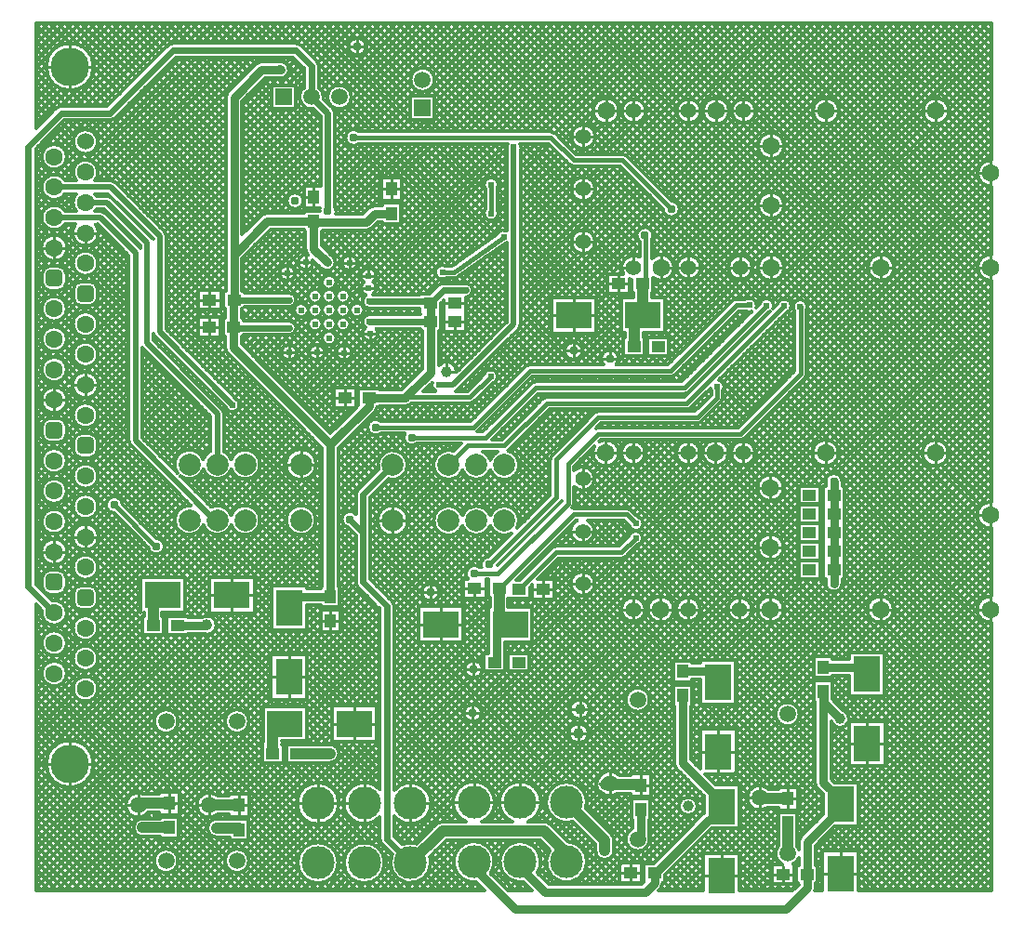
<source format=gbl>
G04*
G04 #@! TF.GenerationSoftware,Altium Limited,Altium Designer,19.1.6 (110)*
G04*
G04 Layer_Physical_Order=2*
G04 Layer_Color=16711680*
%FSLAX23Y23*%
%MOIN*%
G70*
G01*
G75*
%ADD10C,0.010*%
%ADD11C,0.020*%
%ADD12C,0.039*%
%ADD30C,0.055*%
%ADD50R,0.039X0.049*%
%ADD51R,0.130X0.098*%
%ADD52R,0.098X0.130*%
%ADD55R,0.049X0.039*%
%ADD57C,0.031*%
%ADD58C,0.016*%
%ADD59C,0.024*%
%ADD61C,0.039*%
%ADD62C,0.024*%
%ADD63C,0.059*%
%ADD64C,0.063*%
%ADD65C,0.118*%
%ADD66C,0.035*%
%ADD67C,0.079*%
%ADD68R,0.059X0.059*%
%ADD69R,0.059X0.059*%
G04:AMPARAMS|DCode=70|XSize=60mil|YSize=60mil|CornerRadius=15mil|HoleSize=0mil|Usage=FLASHONLY|Rotation=270.000|XOffset=0mil|YOffset=0mil|HoleType=Round|Shape=RoundedRectangle|*
%AMROUNDEDRECTD70*
21,1,0.060,0.030,0,0,270.0*
21,1,0.030,0.060,0,0,270.0*
1,1,0.030,-0.015,-0.015*
1,1,0.030,-0.015,0.015*
1,1,0.030,0.015,0.015*
1,1,0.030,0.015,-0.015*
%
%ADD70ROUNDEDRECTD70*%
%ADD71C,0.060*%
%ADD72C,0.138*%
%ADD73C,0.031*%
%ADD74C,0.012*%
D10*
X3501Y2649D02*
Y2691D01*
Y2732D01*
X3460Y2691D02*
X3501D01*
X3304Y2914D02*
X3346D01*
X3304D02*
Y2956D01*
X3263Y2914D02*
X3304D01*
X2910D02*
X2952D01*
X2910D02*
Y2956D01*
X2869Y2914D02*
X2910D01*
X3304Y2873D02*
Y2914D01*
X2910Y2873D02*
Y2914D01*
X2714Y2789D02*
Y2831D01*
X2615Y2914D02*
X2653D01*
X2714Y2789D02*
X2755D01*
X2714Y2748D02*
Y2789D01*
X2672D02*
X2714D01*
X3501Y2353D02*
Y2394D01*
X2714Y2576D02*
Y2618D01*
X2672Y2576D02*
X2714D01*
X3107Y2353D02*
X3149D01*
X3107D02*
Y2394D01*
X3460Y2353D02*
X3501D01*
X3107Y2312D02*
Y2353D01*
X3066D02*
X3107D01*
X3501Y2312D02*
Y2353D01*
X2714Y2312D02*
Y2353D01*
Y2576D02*
X2755D01*
X2714Y2535D02*
Y2576D01*
Y2353D02*
X2755D01*
X2714D02*
Y2394D01*
X2672Y2353D02*
X2714D01*
X2615Y2914D02*
Y2952D01*
X2578Y2914D02*
X2615D01*
Y2876D02*
Y2914D01*
X2517D02*
X2558D01*
X2517D02*
Y2956D01*
X2418Y2914D02*
Y2952D01*
X2475Y2914D02*
X2517D01*
X2381D02*
X2418D01*
X2456D01*
X2517Y2873D02*
Y2914D01*
X2418Y2876D02*
Y2914D01*
X2566Y2353D02*
X2603D01*
Y2315D02*
Y2353D01*
X2641D01*
X2603D02*
Y2391D01*
X2418Y2353D02*
Y2391D01*
Y2353D02*
X2456D01*
X2381D02*
X2418D01*
Y2315D02*
Y2353D01*
X2320D02*
Y2394D01*
Y2353D02*
X2361D01*
X2320Y2312D02*
Y2353D01*
X2909Y1688D02*
Y1729D01*
X3303Y1688D02*
X3344D01*
X3303D02*
Y1729D01*
X3261Y1688D02*
X3303D01*
Y1647D02*
Y1688D01*
X2909D02*
X2950D01*
X2909Y1647D02*
Y1688D01*
X2867D02*
X2909D01*
X2576D02*
X2614D01*
X2651D01*
X2614D02*
Y1726D01*
Y1650D02*
Y1688D01*
X2712Y1563D02*
Y1604D01*
X2671Y1563D02*
X2712D01*
X2753D01*
X2712Y1522D02*
Y1563D01*
X2515Y1688D02*
Y1729D01*
Y1688D02*
X2557D01*
X2474D02*
X2515D01*
Y1647D02*
Y1688D01*
X2417D02*
X2454D01*
X2417D02*
Y1726D01*
X2379Y1688D02*
X2417D01*
Y1650D02*
Y1688D01*
X2184Y2914D02*
X2221D01*
X2123D02*
X2165D01*
X2221D02*
X2259D01*
X2123D02*
Y2956D01*
X2082Y2914D02*
X2123D01*
X2221D02*
Y2952D01*
Y2876D02*
Y2914D01*
X2123Y2873D02*
Y2914D01*
X2040Y2822D02*
X2078D01*
X2040D02*
Y2860D01*
X2003Y2822D02*
X2040D01*
Y2785D02*
Y2822D01*
Y2634D02*
Y2671D01*
Y2634D02*
X2078D01*
X2003D02*
X2040D01*
Y2596D02*
Y2634D01*
X2221Y2353D02*
Y2391D01*
X2184Y2353D02*
X2221D01*
X2167Y2294D02*
X2202D01*
X2040Y2445D02*
X2078D01*
X2040D02*
Y2482D01*
X2003Y2445D02*
X2040D01*
Y2407D02*
Y2445D01*
X2167Y2294D02*
Y2324D01*
Y2264D02*
Y2294D01*
X2132D02*
X2167D01*
X2007Y2182D02*
X2082D01*
X1932D02*
X2007D01*
Y2241D01*
Y2123D02*
Y2182D01*
X1580Y2226D02*
X1614D01*
X1545D02*
X1580D01*
X1581Y2159D02*
X1615D01*
X1546D02*
X1581D01*
Y2129D02*
Y2159D01*
X2136Y2026D02*
X2162D01*
X2006Y2054D02*
Y2080D01*
X2136Y2026D02*
Y2052D01*
X2110Y2026D02*
X2136D01*
X2006Y2054D02*
X2032D01*
X1980D02*
X2006D01*
Y2028D02*
Y2054D01*
X2220Y1688D02*
Y1726D01*
Y1688D02*
X2257D01*
X2182D02*
X2220D01*
Y1650D02*
Y1688D01*
X2121D02*
X2163D01*
X2121D02*
Y1729D01*
X2080Y1688D02*
X2121D01*
Y1647D02*
Y1688D01*
X2039Y1596D02*
X2076D01*
X2039D02*
Y1634D01*
Y1559D02*
Y1596D01*
X1552Y1980D02*
Y2010D01*
Y1980D02*
X1582D01*
X3499Y1465D02*
Y1506D01*
X3458Y1465D02*
X3499D01*
Y1423D02*
Y1465D01*
X3499Y1085D02*
Y1127D01*
Y1168D01*
X3458Y1127D02*
X3499D01*
X3106D02*
X3147D01*
X3106D02*
Y1168D01*
Y1085D02*
Y1127D01*
X3064D02*
X3106D01*
X2712Y1350D02*
Y1392D01*
Y1350D02*
X2753D01*
X2671D02*
X2712D01*
Y1309D02*
Y1350D01*
Y1127D02*
X2753D01*
X2712D02*
Y1168D01*
X2671Y1127D02*
X2712D01*
X2602D02*
Y1165D01*
Y1127D02*
X2639D01*
X2564D02*
X2602D01*
X2712Y1085D02*
Y1127D01*
X2602Y1089D02*
Y1127D01*
X3058Y646D02*
Y721D01*
Y646D02*
X3117D01*
X2999D02*
X3058D01*
Y571D02*
Y646D01*
X2963Y180D02*
Y255D01*
X2904Y180D02*
X2963D01*
X3022D01*
X2775Y448D02*
Y482D01*
Y448D02*
X2805D01*
X2775Y413D02*
Y448D01*
X2633Y451D02*
X2673D01*
Y491D01*
Y411D02*
Y451D01*
X2524Y617D02*
X2583D01*
X2524Y542D02*
Y617D01*
Y692D01*
X2465Y617D02*
X2524D01*
X2756Y177D02*
X2791D01*
X2756D02*
Y207D01*
Y147D02*
Y177D01*
X2722D02*
X2756D01*
X2537Y172D02*
X2596D01*
X2537D02*
Y247D01*
X2478Y172D02*
X2537D01*
X2039Y1407D02*
X2076D01*
X2039Y1370D02*
Y1407D01*
X2001D02*
X2039D01*
X2417Y1127D02*
Y1165D01*
X2379Y1127D02*
X2417D01*
X2318D02*
Y1168D01*
X2417Y1089D02*
Y1127D01*
X2318D02*
X2360D01*
X2318Y1085D02*
Y1127D01*
X2277D02*
X2318D01*
X2417D02*
X2454D01*
X2039Y1219D02*
X2076D01*
X2039D02*
Y1256D01*
Y1181D02*
Y1219D01*
X2001D02*
X2039D01*
X1897Y1199D02*
Y1229D01*
X2220Y1127D02*
Y1165D01*
X2182Y1127D02*
X2220D01*
X2257D01*
X1897Y1169D02*
Y1199D01*
X1932D01*
X2220Y1089D02*
Y1127D01*
X1862Y1199D02*
X1897D01*
X1652Y1201D02*
X1687D01*
X1618D02*
X1652D01*
Y1171D02*
Y1201D01*
X1494Y1188D02*
X1520D01*
X1494D02*
Y1214D01*
Y1162D02*
Y1188D01*
X1531Y1073D02*
X1606D01*
X1531D02*
Y1132D01*
Y1014D02*
Y1073D01*
X1648Y886D02*
Y912D01*
Y938D01*
X1622Y912D02*
X1648D01*
X1674D01*
X2247Y497D02*
Y532D01*
X2136Y503D02*
Y543D01*
X2247Y497D02*
X2277D01*
X2247Y462D02*
Y497D01*
X2136Y463D02*
Y503D01*
X2096D02*
X2136D01*
X2210Y183D02*
X2245D01*
X2210D02*
Y213D01*
X2175Y183D02*
X2210D01*
Y153D02*
Y183D01*
X2029Y768D02*
Y798D01*
Y768D02*
X2058D01*
X1999D02*
X2029D01*
Y739D02*
Y768D01*
X2024Y683D02*
Y713D01*
Y683D02*
X2054D01*
X1995D02*
X2024D01*
Y654D02*
Y683D01*
X1815Y435D02*
Y504D01*
X1746Y435D02*
X1815D01*
X1884D01*
X1649D02*
Y504D01*
X1645Y755D02*
X1671D01*
X1619D02*
X1645D01*
Y781D01*
Y729D02*
Y755D01*
X1649Y435D02*
X1718D01*
X1580D02*
X1649D01*
X1231Y3145D02*
Y3171D01*
Y3145D02*
X1257D01*
X1205D02*
X1231D01*
Y3119D02*
Y3145D01*
X1353Y2634D02*
Y2668D01*
Y2634D02*
X1383D01*
X1323D02*
X1353D01*
Y2599D02*
Y2634D01*
X1045Y2606D02*
X1075D01*
Y2571D02*
Y2606D01*
Y2640D01*
X1271Y2323D02*
X1293D01*
X1272Y2279D02*
X1294D01*
X1249Y2323D02*
X1271D01*
X1250Y2279D02*
X1272D01*
X1277Y2116D02*
X1299D01*
X1255D02*
X1277D01*
X1204Y2370D02*
X1225D01*
X1204D02*
Y2391D01*
Y2348D02*
Y2370D01*
X1271Y2323D02*
Y2345D01*
X1182Y2370D02*
X1204D01*
X1277Y2094D02*
Y2116D01*
X1184Y2025D02*
Y2047D01*
X1206D01*
X1184D02*
Y2069D01*
X1162Y2047D02*
X1184D01*
X1186Y1886D02*
Y1916D01*
Y1886D02*
X1221D01*
X1152D02*
X1186D01*
Y1856D02*
Y1886D01*
X1046Y2371D02*
X1068D01*
X1046D02*
Y2393D01*
X1024Y2371D02*
X1046D01*
Y2349D02*
Y2371D01*
X980Y2311D02*
Y2333D01*
X1002D01*
X980D02*
Y2355D01*
X958Y2333D02*
X980D01*
X1086Y2049D02*
X1108D01*
X1086D02*
Y2071D01*
X1064Y2049D02*
X1086D01*
X987Y2048D02*
X1009D01*
X965D02*
X987D01*
X1086Y2027D02*
Y2049D01*
X987Y2048D02*
Y2070D01*
Y2026D02*
Y2048D01*
X201Y3073D02*
X280D01*
X201D02*
Y3152D01*
X122Y3073D02*
X201D01*
Y2994D02*
Y3073D01*
X216Y2477D02*
X257D01*
X298D01*
X257Y2436D02*
Y2477D01*
X145Y2423D02*
Y2464D01*
X702Y2237D02*
Y2267D01*
X667Y2237D02*
X702D01*
X737D01*
X700Y2139D02*
X735D01*
X702Y2207D02*
Y2237D01*
X700Y2139D02*
Y2169D01*
X666Y2139D02*
X700D01*
Y2109D02*
Y2139D01*
X145Y2423D02*
X186D01*
X145Y2382D02*
Y2423D01*
X104D02*
X145D01*
X257Y1932D02*
Y1973D01*
Y1932D02*
X298D01*
X216D02*
X257D01*
Y1891D02*
Y1932D01*
X145Y1878D02*
X186D01*
X104D02*
X145D01*
Y1919D01*
Y1837D02*
Y1878D01*
X1358Y1445D02*
X1407D01*
X1358D02*
Y1494D01*
Y1396D02*
Y1445D01*
X1309D02*
X1358D01*
X1468Y1188D02*
X1494D01*
X1456Y1073D02*
X1531D01*
X1029Y1647D02*
X1078D01*
X980D02*
X1029D01*
Y1696D01*
Y1598D02*
Y1647D01*
X1135Y1085D02*
X1165D01*
X1105D02*
X1135D01*
Y1120D01*
Y1051D02*
Y1085D01*
X1422Y431D02*
X1491D01*
X1220Y717D02*
X1295D01*
X1220D02*
Y776D01*
Y658D02*
Y717D01*
X1422Y431D02*
Y501D01*
X1256Y431D02*
Y501D01*
X1187Y431D02*
X1256D01*
X1422Y362D02*
Y431D01*
X1256Y362D02*
Y431D01*
X1145Y717D02*
X1220D01*
X987Y884D02*
X1046D01*
X987D02*
Y959D01*
Y809D02*
Y884D01*
X928D02*
X987D01*
X1090Y431D02*
X1159D01*
X1090D02*
Y501D01*
Y362D02*
Y431D01*
X1021D02*
X1090D01*
X782Y1178D02*
X857D01*
X782D02*
Y1237D01*
X707Y1178D02*
X782D01*
Y1119D02*
Y1178D01*
X257Y1387D02*
X298D01*
X257D02*
Y1428D01*
X216Y1387D02*
X257D01*
Y1346D02*
Y1387D01*
X145Y1333D02*
X186D01*
X145D02*
Y1374D01*
X104Y1333D02*
X145D01*
Y1292D02*
Y1333D01*
X807Y424D02*
X837D01*
X807Y389D02*
Y424D01*
Y458D01*
X557Y431D02*
X587D01*
X700Y425D02*
Y465D01*
X660Y425D02*
X700D01*
X557Y431D02*
Y465D01*
Y396D02*
Y431D01*
X446Y425D02*
Y465D01*
Y385D02*
Y425D01*
X406D02*
X446D01*
X700Y385D02*
Y425D01*
X201Y573D02*
X280D01*
X201D02*
Y652D01*
X122Y573D02*
X201D01*
Y494D02*
Y573D01*
D11*
X309Y2532D02*
X436Y2405D01*
X145Y2532D02*
X309D01*
X436Y1732D02*
Y2405D01*
X1792Y2149D02*
Y2786D01*
X1575Y1932D02*
X1792Y2149D01*
X1523Y1932D02*
X1575D01*
X721Y1447D02*
X729D01*
X436Y1732D02*
X721Y1447D01*
X347Y2641D02*
X523Y2465D01*
Y2122D02*
Y2465D01*
Y2122D02*
X784Y1860D01*
X477Y2082D02*
Y2443D01*
X334Y2586D02*
X477Y2443D01*
X257Y2586D02*
X334D01*
X145Y2641D02*
X347D01*
X477Y2082D02*
X729Y1830D01*
Y1647D02*
Y1830D01*
D12*
X2118Y261D02*
Y298D01*
X1981Y435D02*
X2118Y298D01*
X2675Y449D02*
X2775D01*
X2134Y500D02*
X2247D01*
X2121D02*
X2134D01*
X2131Y502D02*
X2134Y500D01*
X462Y431D02*
X558D01*
X728Y342D02*
X807D01*
Y337D02*
Y342D01*
X727Y343D02*
X728Y342D01*
X462Y344D02*
X557D01*
X2775Y448D02*
Y449D01*
X2673Y451D02*
X2675Y449D01*
X2247Y497D02*
Y500D01*
X461Y432D02*
X462Y431D01*
X725Y426D02*
X798D01*
X725D02*
Y427D01*
X558Y431D02*
X559Y430D01*
X2773Y251D02*
X2775Y253D01*
Y361D01*
X499Y1069D02*
Y1148D01*
X529Y1178D02*
X534D01*
X499Y1148D02*
X529Y1178D01*
X1014Y610D02*
X1133D01*
X2254Y2183D02*
Y2294D01*
Y2183D02*
X2255Y2182D01*
X2223Y2068D02*
Y2152D01*
X2253Y2182D01*
X2255D01*
X1739Y1103D02*
Y1201D01*
Y1103D02*
X1769Y1073D01*
X957Y717D02*
X972D01*
X927Y687D02*
X957Y717D01*
X927Y610D02*
Y687D01*
X1080Y228D02*
X1090Y218D01*
X1900Y332D02*
X1966Y266D01*
X1536Y332D02*
X1900D01*
X1966Y237D02*
Y266D01*
Y237D02*
X1981Y222D01*
X1422Y218D02*
X1536Y332D01*
X1029Y1447D02*
X1044D01*
D30*
X2602Y1127D02*
D03*
X2614Y1688D02*
D03*
X2039Y1219D02*
D03*
Y1407D02*
D03*
Y1596D02*
D03*
X2417Y1127D02*
D03*
X2220D02*
D03*
Y1688D02*
D03*
X2417D02*
D03*
X2603Y2353D02*
D03*
X2615Y2914D02*
D03*
X2040Y2445D02*
D03*
Y2634D02*
D03*
Y2822D02*
D03*
X2418Y2353D02*
D03*
X2221D02*
D03*
Y2914D02*
D03*
X2418D02*
D03*
D50*
X807Y424D02*
D03*
Y337D02*
D03*
X557Y431D02*
D03*
Y344D02*
D03*
X2247Y410D02*
D03*
Y497D02*
D03*
X2775Y361D02*
D03*
Y448D02*
D03*
X2396Y818D02*
D03*
Y905D02*
D03*
X2900Y833D02*
D03*
Y920D02*
D03*
X1353Y2634D02*
D03*
Y2547D02*
D03*
X1075Y2606D02*
D03*
Y2519D02*
D03*
X1135Y1085D02*
D03*
Y1172D02*
D03*
D51*
X1220Y717D02*
D03*
X972D02*
D03*
X782Y1178D02*
D03*
X534D02*
D03*
X2255Y2182D02*
D03*
X2007D02*
D03*
X1779Y1073D02*
D03*
X1531D02*
D03*
D52*
X2524Y865D02*
D03*
Y617D02*
D03*
X2537Y420D02*
D03*
Y172D02*
D03*
X2963Y428D02*
D03*
Y180D02*
D03*
X3058Y894D02*
D03*
Y646D02*
D03*
X987Y1132D02*
D03*
Y884D02*
D03*
D55*
X1897Y1199D02*
D03*
X1810D02*
D03*
X927Y610D02*
D03*
X1014D02*
D03*
X499Y1069D02*
D03*
X586D02*
D03*
X2210Y183D02*
D03*
X2297D02*
D03*
X2756Y177D02*
D03*
X2843D02*
D03*
X2852Y1268D02*
D03*
X2939D02*
D03*
X2852Y1403D02*
D03*
X2939D02*
D03*
X2852Y1335D02*
D03*
X2939D02*
D03*
X2852Y1470D02*
D03*
X2939D02*
D03*
X2852Y1537D02*
D03*
X2939D02*
D03*
X1273Y1886D02*
D03*
X1186D02*
D03*
X2223Y2068D02*
D03*
X2310D02*
D03*
X2254Y2294D02*
D03*
X2167D02*
D03*
X1723Y937D02*
D03*
X1810D02*
D03*
X1739Y1201D02*
D03*
X1652D02*
D03*
X1581Y2159D02*
D03*
X1494D02*
D03*
X1580Y2226D02*
D03*
X1493D02*
D03*
X787Y2139D02*
D03*
X700D02*
D03*
X789Y2237D02*
D03*
X702D02*
D03*
D57*
X2236Y303D02*
X2247Y314D01*
Y410D01*
X2297Y147D02*
Y183D01*
X2263Y113D02*
X2297Y147D01*
Y183D02*
X2302D01*
X2491Y905D02*
X2524Y871D01*
X2941Y1264D02*
X2945Y1268D01*
X1346Y2545D02*
X1352Y2551D01*
X1273Y1886D02*
X1403D01*
X1405Y1888D02*
X1494Y1977D01*
X2939Y1268D02*
Y1335D01*
Y1220D02*
Y1268D01*
Y1470D02*
Y1537D01*
Y1403D02*
Y1470D01*
Y1335D02*
Y1403D01*
X2945Y1268D02*
X2946D01*
X2939Y1537D02*
Y1586D01*
X2766Y51D02*
X2843Y128D01*
X1797Y51D02*
X2766D01*
X1649Y199D02*
X1797Y51D01*
X1135Y1172D02*
Y1718D01*
X1075Y2419D02*
X1123Y2371D01*
X1075Y2419D02*
Y2519D01*
X1264Y2516D02*
X1293Y2545D01*
X1078Y2516D02*
X1264D01*
X1075Y2519D02*
X1078Y2516D01*
X908Y2519D02*
X1075D01*
X1293Y2545D02*
X1346D01*
X789Y2400D02*
X908Y2519D01*
X787Y2066D02*
Y2139D01*
Y2066D02*
X1135Y1718D01*
X692Y1071D02*
X694Y1072D01*
X691Y1069D02*
X692Y1071D01*
X1135Y1718D02*
X1273Y1856D01*
X1134Y1171D02*
X1135Y1172D01*
X992Y1171D02*
X1134D01*
X991Y1170D02*
X992Y1171D01*
X586Y1069D02*
X691D01*
X1769Y1073D02*
X1779D01*
X1763D02*
X1769D01*
X1730Y1040D02*
X1763Y1073D01*
X1730Y941D02*
Y1040D01*
X1726Y937D02*
X1730Y941D01*
X1723Y937D02*
X1726D01*
X2904Y792D02*
Y829D01*
X2900Y833D02*
X2904Y829D01*
Y792D02*
X2961Y735D01*
X3032Y920D02*
X3058Y894D01*
X2900Y920D02*
X3032D01*
X2537Y404D02*
Y420D01*
X2396Y577D02*
X2537Y436D01*
Y420D02*
Y436D01*
X2396Y577D02*
Y818D01*
X2524Y865D02*
Y871D01*
X2396Y905D02*
X2491D01*
X2963Y428D02*
Y444D01*
X2900Y507D02*
X2963Y444D01*
X2900Y507D02*
Y833D01*
X955Y3062D02*
X956Y3061D01*
X888Y3062D02*
X955D01*
X789Y2963D02*
X888Y3062D01*
X789Y2400D02*
Y2963D01*
Y2237D02*
Y2400D01*
X787Y2139D02*
X788Y2140D01*
Y2236D01*
X789Y2237D01*
X1493Y2159D02*
X1494Y2159D01*
X1493Y2159D02*
Y2226D01*
X1493Y2226D02*
X1493Y2226D01*
X1494Y1977D02*
Y2159D01*
X1273Y1856D02*
Y1886D01*
X2504Y371D02*
X2537Y404D01*
X2489Y371D02*
X2504D01*
X2302Y183D02*
X2489Y371D01*
X2843Y292D02*
X2963Y412D01*
Y428D01*
X2843Y177D02*
Y292D01*
Y128D02*
Y177D01*
X1905Y113D02*
X2263D01*
X1649Y199D02*
Y222D01*
X1832Y186D02*
Y205D01*
X1815Y222D02*
X1832Y205D01*
Y186D02*
X1905Y113D01*
D58*
X1925Y2819D02*
X2006Y2738D01*
X1218Y2819D02*
X1925D01*
X2006Y2738D02*
X2182D01*
X2357Y2563D01*
X1635Y1888D02*
X1709Y1962D01*
X1405Y1888D02*
X1635D01*
X1711Y2547D02*
Y2650D01*
X1577Y2336D02*
X1756Y2463D01*
X1536Y2336D02*
X1577D01*
X2265Y2305D02*
Y2465D01*
X2254Y2294D02*
X2265Y2305D01*
X2262Y2468D02*
X2265Y2465D01*
X2095Y1757D02*
X2605D01*
X1986Y1648D02*
X2095Y1757D01*
X1986Y1607D02*
Y1648D01*
Y1507D02*
Y1602D01*
X1735Y1256D02*
X1986Y1507D01*
X1650Y1256D02*
X1735D01*
X2605Y1757D02*
X2820Y1972D01*
X1704Y1288D02*
X1944Y1528D01*
X2006Y1468D02*
X2196D01*
X1739Y1201D02*
X2006Y1468D01*
X2095Y1816D02*
X2449D01*
X1944Y1665D02*
X2095Y1816D01*
X1944Y1528D02*
Y1665D01*
X1943Y1332D02*
X2178D01*
X2229Y1383D01*
X2196Y1468D02*
X2230Y1434D01*
X1811Y1200D02*
X1943Y1332D01*
X360Y1502D02*
X512Y1350D01*
X1690Y1743D02*
X1869Y1922D01*
X1426Y1743D02*
X1690D01*
X1869Y1922D02*
X2403D01*
X1849Y1983D02*
X2354D01*
X1646Y1780D02*
X1849Y1983D01*
X1297Y1780D02*
X1646D01*
X1910Y1866D02*
X2412D01*
X1758Y1714D02*
X1910Y1866D01*
X1627Y1714D02*
X1758D01*
X2412Y1866D02*
X2761Y2215D01*
X2403Y1922D02*
X2698Y2217D01*
X2520Y1887D02*
X2521Y1925D01*
X2449Y1816D02*
X2520Y1887D01*
X2820Y1972D02*
Y2210D01*
X1558Y1645D02*
X1627Y1714D01*
X2589Y2218D02*
X2636D01*
X2354Y1983D02*
X2589Y2218D01*
X2819Y2211D02*
X2820Y2210D01*
X1811Y1199D02*
Y1200D01*
D59*
X1125Y2555D02*
Y2906D01*
X1067Y2964D02*
X1125Y2906D01*
X1493Y2226D02*
X1539Y2271D01*
X788Y2140D02*
X791Y2136D01*
X1539Y2271D02*
X1619D01*
X1252Y1539D02*
X1358Y1645D01*
X1252Y1402D02*
Y1539D01*
X50Y1210D02*
Y2787D01*
Y1210D02*
X145Y1115D01*
X1067Y2964D02*
Y3076D01*
X1011Y3132D02*
X1067Y3076D01*
X570Y3132D02*
X1011D01*
X345Y2907D02*
X570Y3132D01*
X170Y2907D02*
X345D01*
X50Y2787D02*
X170Y2907D01*
X1252Y1224D02*
Y1402D01*
X1204Y1450D02*
X1252Y1402D01*
Y1224D02*
X1338Y1138D01*
X791Y2136D02*
X987D01*
X789Y2237D02*
X986D01*
X1275Y2159D02*
X1494D01*
X1488Y2231D02*
X1493Y2226D01*
X1274Y2231D02*
X1488D01*
X1338Y302D02*
Y1138D01*
Y302D02*
X1422Y218D01*
D61*
X2118Y261D02*
D03*
X2029Y768D02*
D03*
X2024Y683D02*
D03*
X462Y344D02*
D03*
X727Y343D02*
D03*
X2538Y170D02*
D03*
X1552Y1980D02*
D03*
X2506Y897D02*
D03*
X991Y1170D02*
D03*
X516Y1191D02*
D03*
X692Y1071D02*
D03*
X948Y692D02*
D03*
X1133Y610D02*
D03*
X1810Y937D02*
D03*
X2961Y735D02*
D03*
X3064Y909D02*
D03*
X2540Y419D02*
D03*
X2416Y421D02*
D03*
D62*
X1271Y2323D02*
D03*
X1272Y2279D02*
D03*
X1277Y2116D02*
D03*
X1184Y2047D02*
D03*
X1086Y2049D02*
D03*
X987Y2048D02*
D03*
X980Y2333D02*
D03*
X1046Y2371D02*
D03*
X1204Y2370D02*
D03*
X2309Y2067D02*
D03*
X1792Y2786D02*
D03*
X1709Y1962D02*
D03*
X1619Y2271D02*
D03*
X1493Y2226D02*
D03*
X1711Y2650D02*
D03*
Y2547D02*
D03*
X1756Y2463D02*
D03*
X1536Y2336D02*
D03*
X1523Y1932D02*
D03*
X2852Y1470D02*
D03*
Y1537D02*
D03*
X2853Y1267D02*
D03*
X1030Y2200D02*
D03*
X1230D02*
D03*
X1130Y2100D02*
D03*
Y2300D02*
D03*
X1080Y2150D02*
D03*
X1130D02*
D03*
X1180D02*
D03*
X1080Y2200D02*
D03*
X1130D02*
D03*
X1180D02*
D03*
X1080Y2250D02*
D03*
X1130D02*
D03*
X1180D02*
D03*
X2521Y1925D02*
D03*
X2761Y2215D02*
D03*
X2698Y2217D02*
D03*
X2636Y2218D02*
D03*
X2818Y2212D02*
D03*
X2229Y1383D02*
D03*
X1811Y1199D02*
D03*
X2230Y1434D02*
D03*
X2853Y1399D02*
D03*
X2853Y1336D02*
D03*
X784Y1860D02*
D03*
X1284Y1887D02*
D03*
X1275Y2159D02*
D03*
X1274Y2231D02*
D03*
X1352Y2551D02*
D03*
X987Y2136D02*
D03*
X986Y2237D02*
D03*
D63*
X2136Y503D02*
D03*
X2236Y303D02*
D03*
Y803D02*
D03*
X2673Y451D02*
D03*
X2773Y251D02*
D03*
Y751D02*
D03*
X700Y425D02*
D03*
X800Y225D02*
D03*
Y725D02*
D03*
X446Y425D02*
D03*
X546Y225D02*
D03*
Y725D02*
D03*
X1465Y3026D02*
D03*
X1067Y2964D02*
D03*
X1167D02*
D03*
D64*
X2712Y1127D02*
D03*
X2515Y1688D02*
D03*
X2121D02*
D03*
X2318Y1127D02*
D03*
X2712Y1350D02*
D03*
Y1563D02*
D03*
X2909Y1688D02*
D03*
X3303D02*
D03*
X3106Y1127D02*
D03*
X3499D02*
D03*
X3499Y1465D02*
D03*
X2714Y2353D02*
D03*
X2517Y2914D02*
D03*
X2123D02*
D03*
X2320Y2353D02*
D03*
X2714Y2576D02*
D03*
Y2789D02*
D03*
X2910Y2914D02*
D03*
X3304D02*
D03*
X3107Y2353D02*
D03*
X3501D02*
D03*
X3501Y2691D02*
D03*
X257Y842D02*
D03*
X145Y897D02*
D03*
Y1006D02*
D03*
Y1115D02*
D03*
X257Y1060D02*
D03*
Y1387D02*
D03*
X145Y1333D02*
D03*
Y1442D02*
D03*
X257Y1496D02*
D03*
Y1278D02*
D03*
Y1605D02*
D03*
X145Y1660D02*
D03*
X257Y1932D02*
D03*
X145Y1987D02*
D03*
Y1878D02*
D03*
X257Y2041D02*
D03*
X145Y2096D02*
D03*
Y2205D02*
D03*
X257Y2368D02*
D03*
Y2586D02*
D03*
Y2477D02*
D03*
X145Y2532D02*
D03*
Y2641D02*
D03*
X257Y2695D02*
D03*
Y951D02*
D03*
Y2150D02*
D03*
X145Y1551D02*
D03*
X257Y1823D02*
D03*
X145Y2750D02*
D03*
Y2423D02*
D03*
D65*
X1981Y222D02*
D03*
X1649Y435D02*
D03*
Y222D02*
D03*
X1981Y435D02*
D03*
X1815Y222D02*
D03*
Y435D02*
D03*
X1256Y431D02*
D03*
Y218D02*
D03*
X1422Y431D02*
D03*
X1090Y218D02*
D03*
Y431D02*
D03*
X1422Y218D02*
D03*
D66*
X955Y3062D02*
D03*
D67*
X1029Y1447D02*
D03*
X829D02*
D03*
X729D02*
D03*
X629D02*
D03*
X1029Y1647D02*
D03*
X829D02*
D03*
X729D02*
D03*
X629D02*
D03*
X1358Y1645D02*
D03*
X1558D02*
D03*
X1658D02*
D03*
X1758D02*
D03*
X1358Y1445D02*
D03*
X1558D02*
D03*
X1658D02*
D03*
X1758D02*
D03*
D68*
X1465Y2926D02*
D03*
D69*
X967Y2964D02*
D03*
D70*
X257Y1169D02*
D03*
Y1714D02*
D03*
X145Y1769D02*
D03*
Y2314D02*
D03*
X257Y2259D02*
D03*
X145Y1224D02*
D03*
D71*
X257Y2804D02*
D03*
D72*
X201Y573D02*
D03*
Y3073D02*
D03*
D73*
X2136Y2026D02*
D03*
X2006Y2054D02*
D03*
X1231Y3145D02*
D03*
X1645Y755D02*
D03*
X1648Y912D02*
D03*
X1494Y1188D02*
D03*
X1218Y2819D02*
D03*
X1008Y2592D02*
D03*
X2357Y2563D02*
D03*
X2262Y2468D02*
D03*
X2939Y1220D02*
D03*
Y1586D02*
D03*
X1426Y1743D02*
D03*
X1297Y1780D02*
D03*
X1650Y1256D02*
D03*
X1704Y1288D02*
D03*
X511Y1353D02*
D03*
X360Y1502D02*
D03*
X1123Y2371D02*
D03*
X1125Y2555D02*
D03*
X1204Y1450D02*
D03*
D74*
X3504Y2738D02*
G03*
X3504Y2643I-3J-47D01*
G01*
X3352Y2914D02*
G03*
X3352Y2914I-47J0D01*
G01*
X2958D02*
G03*
X2958Y2914I-47J0D01*
G01*
X2761Y2789D02*
G03*
X2761Y2789I-47J0D01*
G01*
X3504Y2400D02*
G03*
X3504Y2306I-3J-47D01*
G01*
X2761Y2576D02*
G03*
X2761Y2576I-47J0D01*
G01*
X3155Y2353D02*
G03*
X3155Y2353I-47J0D01*
G01*
X2761D02*
G03*
X2761Y2353I-47J0D01*
G01*
X2659Y2914D02*
G03*
X2659Y2914I-43J0D01*
G01*
X2564D02*
G03*
X2564Y2914I-47J0D01*
G01*
X2462D02*
G03*
X2462Y2914I-43J0D01*
G01*
X2387Y2563D02*
G03*
X2358Y2593I-30J0D01*
G01*
X2647Y2353D02*
G03*
X2647Y2353I-43J0D01*
G01*
X2327Y2562D02*
G03*
X2387Y2563I30J1D01*
G01*
X2286Y2451D02*
G03*
X2292Y2468I-24J17D01*
G01*
D02*
G03*
X2243Y2445I-30J0D01*
G01*
X2462Y2353D02*
G03*
X2462Y2353I-43J0D01*
G01*
X2367D02*
G03*
X2286Y2387I-47J0D01*
G01*
X2292Y2315D02*
G03*
X2367Y2353I28J38D01*
G01*
X2844Y2212D02*
G03*
X2798Y2196I-26J0D01*
G01*
X2835Y1957D02*
G03*
X2842Y1972I-15J15D01*
G01*
X2835Y1957D02*
G03*
X2842Y1972I-15J15D01*
G01*
X2724Y2217D02*
G03*
X2673Y2223I-26J0D01*
G01*
X2787Y2215D02*
G03*
X2736Y2221I-26J0D01*
G01*
X2662Y2218D02*
G03*
X2622Y2240I-26J0D01*
G01*
X2721Y2205D02*
G03*
X2724Y2217I-23J12D01*
G01*
X2767Y2190D02*
G03*
X2787Y2215I-6J25D01*
G01*
X2622Y2196D02*
G03*
X2644Y2194I14J22D01*
G01*
X2589Y2240D02*
G03*
X2574Y2233I0J-22D01*
G01*
X2589Y2240D02*
G03*
X2574Y2233I0J-22D01*
G01*
X2605Y1735D02*
G03*
X2620Y1742I0J22D01*
G01*
X2605Y1735D02*
G03*
X2620Y1742I0J22D01*
G01*
X2542Y1911D02*
G03*
X2547Y1925I-21J14D01*
G01*
X3350Y1688D02*
G03*
X3350Y1688I-47J0D01*
G01*
X2956D02*
G03*
X2956Y1688I-47J0D01*
G01*
X2969Y1586D02*
G03*
X2909Y1586I-30J0D01*
G01*
X2969D02*
G03*
X2909Y1586I-30J0D01*
G01*
X2657Y1688D02*
G03*
X2657Y1688I-43J0D01*
G01*
X2759Y1563D02*
G03*
X2759Y1563I-47J0D01*
G01*
X2547Y1925D02*
G03*
X2527Y1950I-26J0D01*
G01*
X2403Y1900D02*
G03*
X2418Y1907I0J22D01*
G01*
X2403Y1900D02*
G03*
X2418Y1907I0J22D01*
G01*
X2354Y1961D02*
G03*
X2369Y1968I0J22D01*
G01*
X2354Y1961D02*
G03*
X2369Y1968I0J22D01*
G01*
X2535Y1872D02*
G03*
X2542Y1886I-15J15D01*
G01*
X2535Y1872D02*
G03*
X2542Y1886I-15J15D01*
G01*
X2563Y1688D02*
G03*
X2517Y1735I-47J0D01*
G01*
X2513D02*
G03*
X2563Y1688I2J-47D01*
G01*
X2449Y1794D02*
G03*
X2464Y1801I0J22D01*
G01*
X2449Y1794D02*
G03*
X2464Y1801I0J22D01*
G01*
X2460Y1688D02*
G03*
X2460Y1688I-43J0D01*
G01*
X2412Y1844D02*
G03*
X2427Y1851I0J22D01*
G01*
X2412Y1844D02*
G03*
X2427Y1851I0J22D01*
G01*
X2265Y2914D02*
G03*
X2265Y2914I-43J0D01*
G01*
X2170D02*
G03*
X2170Y2914I-47J0D01*
G01*
X2197Y2753D02*
G03*
X2182Y2760I-15J-15D01*
G01*
X2197Y2753D02*
G03*
X2182Y2760I-15J-15D01*
G01*
X2084Y2822D02*
G03*
X2084Y2822I-43J0D01*
G01*
X1940Y2834D02*
G03*
X1925Y2841I-15J-15D01*
G01*
X1940Y2834D02*
G03*
X1925Y2841I-15J-15D01*
G01*
X2084Y2634D02*
G03*
X2084Y2634I-43J0D01*
G01*
X1991Y2723D02*
G03*
X2006Y2716I15J15D01*
G01*
X1991Y2723D02*
G03*
X2006Y2716I15J15D01*
G01*
X2243Y2391D02*
G03*
X2185Y2330I-22J-38D01*
G01*
X2084Y2445D02*
G03*
X2084Y2445I-43J0D01*
G01*
X1769Y2797D02*
G03*
X1768Y2776I23J-11D01*
G01*
X1757Y2437D02*
G03*
X1768Y2441I-1J26D01*
G01*
X1733Y2636D02*
G03*
X1737Y2650I-22J14D01*
G01*
Y2547D02*
G03*
X1733Y2561I-26J0D01*
G01*
X1737Y2650D02*
G03*
X1689Y2636I-26J0D01*
G01*
Y2561D02*
G03*
X1737Y2547I22J-14D01*
G01*
X1768Y2485D02*
G03*
X1732Y2473I-13J-22D01*
G01*
X1809Y2132D02*
G03*
X1816Y2149I-17J17D01*
G01*
X1809Y2132D02*
G03*
X1816Y2149I-17J17D01*
G01*
X1577Y2314D02*
G03*
X1590Y2318I0J22D01*
G01*
X1577Y2314D02*
G03*
X1590Y2318I0J22D01*
G01*
X1645Y2271D02*
G03*
X1619Y2297I-26J0D01*
G01*
X1550Y2358D02*
G03*
X1550Y2314I-14J-22D01*
G01*
X1539Y2297D02*
G03*
X1521Y2289I0J-26D01*
G01*
X1539Y2297D02*
G03*
X1521Y2289I0J-26D01*
G01*
X1620Y2245D02*
G03*
X1645Y2271I-1J26D01*
G01*
D02*
G03*
X1619Y2297I-26J0D01*
G01*
X1620Y2245D02*
G03*
X1645Y2271I-1J26D01*
G01*
X2168Y2026D02*
G03*
X2113Y2005I-32J0D01*
G01*
X2159D02*
G03*
X2168Y2026I-23J21D01*
G01*
X2038Y2054D02*
G03*
X2038Y2054I-32J0D01*
G01*
X2263Y1688D02*
G03*
X2263Y1688I-43J0D01*
G01*
X2119Y1735D02*
G03*
X2098Y1729I2J-47D01*
G01*
X2169Y1688D02*
G03*
X2124Y1735I-47J0D01*
G01*
X2081Y1712D02*
G03*
X2169Y1688I41J-24D01*
G01*
X2095Y1838D02*
G03*
X2080Y1831I0J-22D01*
G01*
X2095Y1838D02*
G03*
X2080Y1831I0J-22D01*
G01*
X2082Y1596D02*
G03*
X2008Y1627I-43J0D01*
G01*
Y1566D02*
G03*
X2082Y1596I31J30D01*
G01*
X1849Y2005D02*
G03*
X1834Y1998I0J-22D01*
G01*
X1849Y2005D02*
G03*
X1834Y1998I0J-22D01*
G01*
X1910Y1888D02*
G03*
X1895Y1881I0J-22D01*
G01*
X1910Y1888D02*
G03*
X1895Y1881I0J-22D01*
G01*
X1869Y1944D02*
G03*
X1854Y1937I0J-22D01*
G01*
X1869Y1944D02*
G03*
X1854Y1937I0J-22D01*
G01*
X1735Y1962D02*
G03*
X1684Y1968I-26J0D01*
G01*
X1588Y1980D02*
G03*
X1524Y2001I-36J0D01*
G01*
X1715Y1937D02*
G03*
X1735Y1962I-6J25D01*
G01*
X1499Y1940D02*
G03*
X1511Y1910I24J-8D01*
G01*
X1635Y1866D02*
G03*
X1650Y1873I0J22D01*
G01*
X1635Y1866D02*
G03*
X1650Y1873I0J22D01*
G01*
X1929Y1680D02*
G03*
X1922Y1665I15J-15D01*
G01*
X1929Y1680D02*
G03*
X1922Y1665I15J-15D01*
G01*
X1811Y1645D02*
G03*
X1771Y1697I-53J0D01*
G01*
X1708Y1627D02*
G03*
X1811Y1645I50J18D01*
G01*
X1734Y1692D02*
G03*
X1708Y1663I24J-47D01*
G01*
D02*
G03*
X1682Y1692I-50J-18D01*
G01*
X1577Y1695D02*
G03*
X1608Y1627I-19J-50D01*
G01*
D02*
G03*
X1708Y1627I50J18D01*
G01*
X3504Y1512D02*
G03*
X3504Y1417I-5J-47D01*
G01*
Y1174D02*
G03*
X3504Y1080I-5J-47D01*
G01*
X3153Y1127D02*
G03*
X3153Y1127I-47J0D01*
G01*
X2909Y1220D02*
G03*
X2969Y1220I30J-0D01*
G01*
X2909D02*
G03*
X2969Y1220I30J0D01*
G01*
X2759Y1350D02*
G03*
X2759Y1350I-47J0D01*
G01*
Y1127D02*
G03*
X2759Y1127I-47J0D01*
G01*
X2645D02*
G03*
X2645Y1127I-43J0D01*
G01*
X2460D02*
G03*
X2460Y1127I-43J0D01*
G01*
X2994Y735D02*
G03*
X2971Y767I-33J0D01*
G01*
X2930Y724D02*
G03*
X2993Y725I31J11D01*
G01*
X2870Y507D02*
G03*
X2879Y486I30J0D01*
G01*
X2870Y507D02*
G03*
X2879Y486I30J0D01*
G01*
X2822Y313D02*
G03*
X2813Y292I21J-21D01*
G01*
X2822Y313D02*
G03*
X2813Y292I21J-21D01*
G01*
X2816Y751D02*
G03*
X2816Y751I-43J0D01*
G01*
X2705Y483D02*
G03*
X2702Y416I-32J-32D01*
G01*
X2742Y281D02*
G03*
X2753Y213I31J-30D01*
G01*
X2793D02*
G03*
X2813Y236I-20J38D01*
G01*
X2211Y1483D02*
G03*
X2196Y1490I-15J-15D01*
G01*
X2256Y1434D02*
G03*
X2236Y1459I-26J0D01*
G01*
X2211Y1483D02*
G03*
X2196Y1490I-15J-15D01*
G01*
X2232Y1408D02*
G03*
X2256Y1434I-2J26D01*
G01*
X2205Y1428D02*
G03*
X2227Y1409I25J6D01*
G01*
X2255Y1383D02*
G03*
X2232Y1408I-26J0D01*
G01*
X2227Y1409D02*
G03*
X2204Y1389I2J-26D01*
G01*
X2235Y1358D02*
G03*
X2255Y1383I-6J25D01*
G01*
X2178Y1310D02*
G03*
X2193Y1317I0J22D01*
G01*
X2178Y1310D02*
G03*
X2193Y1317I0J22D01*
G01*
X2082Y1407D02*
G03*
X2058Y1446I-43J0D01*
G01*
X2001Y1492D02*
G03*
X2008Y1507I-15J15D01*
G01*
X2001Y1492D02*
G03*
X2008Y1507I-15J15D01*
G01*
X2019Y1446D02*
G03*
X2082Y1407I19J-39D01*
G01*
X1943Y1354D02*
G03*
X1928Y1347I0J-22D01*
G01*
X1943Y1354D02*
G03*
X1928Y1347I0J-22D01*
G01*
X2366Y1127D02*
G03*
X2366Y1127I-47J0D01*
G01*
X2082Y1219D02*
G03*
X2082Y1219I-43J0D01*
G01*
X2263Y1127D02*
G03*
X2263Y1127I-43J0D01*
G01*
X1811Y1445D02*
G03*
X1708Y1463I-53J0D01*
G01*
X1804Y1419D02*
G03*
X1811Y1445I-46J26D01*
G01*
X1708Y1427D02*
G03*
X1784Y1399I50J18D01*
G01*
X1608Y1427D02*
G03*
X1708Y1427I50J18D01*
G01*
Y1463D02*
G03*
X1608Y1463I-50J-18D01*
G01*
X1703Y1318D02*
G03*
X1676Y1278I1J-30D01*
G01*
X1670D02*
G03*
X1628Y1237I-20J-22D01*
G01*
X1608Y1463D02*
G03*
X1608Y1427I-50J-18D01*
G01*
X1680Y912D02*
G03*
X1680Y912I-32J0D01*
G01*
X2450Y421D02*
G03*
X2450Y421I-33J0D01*
G01*
X2366Y577D02*
G03*
X2375Y556I30J0D01*
G01*
X2366Y577D02*
G03*
X2375Y556I30J0D01*
G01*
X2279Y803D02*
G03*
X2279Y803I-43J0D01*
G01*
X2170Y533D02*
G03*
X2094Y519I-34J-30D01*
G01*
X2094D02*
G03*
X2105Y470I27J-20D01*
G01*
D02*
G03*
X2162Y466I31J33D01*
G01*
X2050Y413D02*
G03*
X2054Y435I-69J22D01*
G01*
X2279Y303D02*
G03*
X2277Y318I-43J0D01*
G01*
X2217Y342D02*
G03*
X2279Y303I19J-39D01*
G01*
X2317Y126D02*
G03*
X2326Y147I-21J21D01*
G01*
X2317Y126D02*
G03*
X2326Y147I-21J21D01*
G01*
X2151Y298D02*
G03*
X2142Y322I-33J0D01*
G01*
X2151Y298D02*
G03*
X2142Y322I-33J0D01*
G01*
X2085Y261D02*
G03*
X2151Y261I33J0D01*
G01*
X2085Y261D02*
G03*
X2151Y261I33J-0D01*
G01*
X2064Y768D02*
G03*
X2064Y768I-36J0D01*
G01*
X2060Y683D02*
G03*
X2060Y683I-36J0D01*
G01*
X2054Y435D02*
G03*
X2003Y366I-73J0D01*
G01*
X1924Y356D02*
G03*
X1900Y365I-24J-24D01*
G01*
X1924Y356D02*
G03*
X1900Y365I-24J-24D01*
G01*
X1890Y435D02*
G03*
X1787Y365I-75J0D01*
G01*
X1843D02*
G03*
X1890Y435I-28J70D01*
G01*
X1677Y365D02*
G03*
X1724Y435I-28J70D01*
G01*
X1677Y755D02*
G03*
X1677Y755I-32J0D01*
G01*
X1724Y435D02*
G03*
X1621Y365I-75J0D01*
G01*
X1536D02*
G03*
X1512Y356I0J-33D01*
G01*
X1536Y365D02*
G03*
X1512Y356I0J-33D01*
G01*
X2054Y222D02*
G03*
X1985Y294I-73J0D01*
G01*
X1921Y263D02*
G03*
X2054Y222I60J-42D01*
G01*
X1888D02*
G03*
X1827Y150I-73J0D01*
G01*
X1877Y183D02*
G03*
X1888Y222I-62J39D01*
G01*
X1722D02*
G03*
X1657Y149I-73J0D01*
G01*
X1709Y181D02*
G03*
X1722Y222I-60J41D01*
G01*
X1495Y218D02*
G03*
X1491Y240I-73J0D01*
G01*
X1508Y3026D02*
G03*
X1508Y3026I-43J0D01*
G01*
X1263Y3145D02*
G03*
X1263Y3145I-32J0D01*
G01*
X1238Y2841D02*
G03*
X1238Y2797I-20J-22D01*
G01*
X1293Y2575D02*
G03*
X1272Y2566I0J-30D01*
G01*
X1293Y2575D02*
G03*
X1272Y2566I0J-30D01*
G01*
X1264Y2486D02*
G03*
X1285Y2495I0J30D01*
G01*
X1264Y2486D02*
G03*
X1285Y2495I0J30D01*
G01*
X1155Y2555D02*
G03*
X1151Y2570I-30J0D01*
G01*
X1110Y2964D02*
G03*
X1093Y2999I-43J0D01*
G01*
X1151Y2906D02*
G03*
X1143Y2924I-26J0D01*
G01*
X1210Y2964D02*
G03*
X1210Y2964I-43J0D01*
G01*
X1151Y2906D02*
G03*
X1143Y2924I-26J0D01*
G01*
X1093Y3076D02*
G03*
X1085Y3094I-26J0D01*
G01*
X1093Y3076D02*
G03*
X1085Y3094I-26J0D01*
G01*
X1041Y2999D02*
G03*
X1074Y2921I26J-35D01*
G01*
X1029Y3150D02*
G03*
X1011Y3158I-18J-18D01*
G01*
X1029Y3150D02*
G03*
X1011Y3158I-18J-18D01*
G01*
X986Y3062D02*
G03*
X944Y3092I-31J0D01*
G01*
Y3032D02*
G03*
X986Y3062I11J30D01*
G01*
X1038Y2592D02*
G03*
X1038Y2592I-30J0D01*
G01*
X1288Y2301D02*
G03*
X1299Y2323I-17J22D01*
G01*
X1300Y2279D02*
G03*
X1288Y2301I-28J0D01*
G01*
X1299Y2323D02*
G03*
X1255Y2301I-28J0D01*
G01*
X1288Y2257D02*
G03*
X1300Y2279I-16J22D01*
G01*
X1262Y2253D02*
G03*
X1274Y2205I12J-22D01*
G01*
X1262Y2253D02*
G03*
X1274Y2205I12J-22D01*
G01*
X1275Y2185D02*
G03*
X1260Y2138I0J-26D01*
G01*
X1275Y2185D02*
G03*
X1260Y2138I0J-26D01*
G01*
X1255Y2301D02*
G03*
X1262Y2253I17J-22D01*
G01*
X1231Y2370D02*
G03*
X1231Y2370I-28J0D01*
G01*
X1153Y2371D02*
G03*
X1144Y2392I-30J0D01*
G01*
X1206Y2250D02*
G03*
X1155Y2255I-26J0D01*
G01*
X1185Y2225D02*
G03*
X1206Y2250I-5J25D01*
G01*
X1256Y2200D02*
G03*
X1205Y2205I-26J0D01*
G01*
Y2195D02*
G03*
X1256Y2200I25J5D01*
G01*
X1205Y2205D02*
G03*
X1185Y2225I-25J-5D01*
G01*
Y2175D02*
G03*
X1205Y2195I-5J25D01*
G01*
X1206Y2150D02*
G03*
X1185Y2175I-26J0D01*
G01*
X1175Y2225D02*
G03*
X1155Y2205I5J-25D01*
G01*
Y2245D02*
G03*
X1175Y2225I25J5D01*
G01*
X1155Y2195D02*
G03*
X1175Y2175I25J5D01*
G01*
D02*
G03*
X1155Y2155I5J-25D01*
G01*
Y2145D02*
G03*
X1206Y2150I25J5D01*
G01*
X1403Y1856D02*
G03*
X1425Y1866I0J30D01*
G01*
X1305Y2116D02*
G03*
X1299Y2133I-28J0D01*
G01*
X1260Y2138D02*
G03*
X1305Y2116I17J-22D01*
G01*
X1212Y2047D02*
G03*
X1212Y2047I-28J0D01*
G01*
X1294Y1835D02*
G03*
X1302Y1853I-21J21D01*
G01*
X1294Y1835D02*
G03*
X1302Y1853I-21J21D01*
G01*
X1153Y2371D02*
G03*
X1144Y2392I-30J0D01*
G01*
X1102Y2350D02*
G03*
X1153Y2371I21J21D01*
G01*
X1102Y2350D02*
G03*
X1153Y2371I21J21D01*
G01*
X1135Y2275D02*
G03*
X1156Y2300I-5J25D01*
G01*
D02*
G03*
X1125Y2275I-26J0D01*
G01*
X1055Y2397D02*
G03*
X1074Y2371I-9J-26D01*
G01*
X1155Y2255D02*
G03*
X1135Y2275I-25J-5D01*
G01*
X1125D02*
G03*
X1105Y2255I5J-25D01*
G01*
X1135Y2225D02*
G03*
X1155Y2245I-5J25D01*
G01*
X1105D02*
G03*
X1125Y2225I25J5D01*
G01*
X1155Y2205D02*
G03*
X1135Y2225I-25J-5D01*
G01*
X1125D02*
G03*
X1105Y2205I5J-25D01*
G01*
X1135Y2175D02*
G03*
X1155Y2195I-5J25D01*
G01*
X1105D02*
G03*
X1125Y2175I25J5D01*
G01*
X1085Y2225D02*
G03*
X1105Y2245I-5J25D01*
G01*
Y2255D02*
G03*
X1075Y2225I-25J-5D01*
G01*
D02*
G03*
X1055Y2205I5J-25D01*
G01*
X1105D02*
G03*
X1085Y2225I-25J-5D01*
G01*
Y2175D02*
G03*
X1105Y2195I-5J25D01*
G01*
X1055D02*
G03*
X1075Y2175I25J5D01*
G01*
X1045Y2419D02*
G03*
X1054Y2398I30J0D01*
G01*
X1045Y2419D02*
G03*
X1054Y2398I30J0D01*
G01*
X1008Y2333D02*
G03*
X1008Y2333I-28J0D01*
G01*
X1012Y2237D02*
G03*
X986Y2263I-26J0D01*
G01*
X1012Y2237D02*
G03*
X986Y2263I-26J0D01*
G01*
Y2211D02*
G03*
X1012Y2237I0J26D01*
G01*
X1055Y2205D02*
G03*
X1055Y2195I-25J-5D01*
G01*
X986Y2211D02*
G03*
X1012Y2237I0J26D01*
G01*
X1155Y2155D02*
G03*
X1135Y2175I-25J-5D01*
G01*
X1125D02*
G03*
X1105Y2155I5J-25D01*
G01*
X1135Y2125D02*
G03*
X1155Y2145I-5J25D01*
G01*
X1105D02*
G03*
X1125Y2125I25J5D01*
G01*
D02*
G03*
X1156Y2100I5J-25D01*
G01*
D02*
G03*
X1135Y2125I-26J0D01*
G01*
X1114Y2049D02*
G03*
X1114Y2049I-28J0D01*
G01*
X1075Y2175D02*
G03*
X1105Y2145I5J-25D01*
G01*
Y2155D02*
G03*
X1085Y2175I-25J-5D01*
G01*
X987Y2111D02*
G03*
X1013Y2136I0J26D01*
G01*
D02*
G03*
X987Y2162I-26J0D01*
G01*
Y2111D02*
G03*
X1013Y2136I0J26D01*
G01*
D02*
G03*
X987Y2162I-26J0D01*
G01*
X1015Y2048D02*
G03*
X1015Y2048I-28J0D01*
G01*
X888Y3092D02*
G03*
X867Y3083I0J-30D01*
G01*
X888Y3092D02*
G03*
X867Y3083I0J-30D01*
G01*
X768Y2983D02*
G03*
X759Y2963I21J-21D01*
G01*
X768Y2983D02*
G03*
X759Y2963I21J-21D01*
G01*
X570Y3158D02*
G03*
X552Y3150I0J-26D01*
G01*
X570Y3158D02*
G03*
X552Y3150I0J-26D01*
G01*
X345Y2881D02*
G03*
X363Y2889I0J26D01*
G01*
X345Y2881D02*
G03*
X363Y2889I0J26D01*
G01*
X291Y2665D02*
G03*
X302Y2695I-34J30D01*
G01*
X908Y2549D02*
G03*
X887Y2540I0J-30D01*
G01*
X908Y2549D02*
G03*
X887Y2540I0J-30D01*
G01*
X364Y2658D02*
G03*
X347Y2665I-17J-17D01*
G01*
X364Y2658D02*
G03*
X347Y2665I-17J-17D01*
G01*
X351Y2603D02*
G03*
X334Y2610I-17J-17D01*
G01*
X351Y2603D02*
G03*
X334Y2610I-17J-17D01*
G01*
X547Y2465D02*
G03*
X540Y2482I-24J0D01*
G01*
X547Y2465D02*
G03*
X540Y2482I-24J0D01*
G01*
X326Y2549D02*
G03*
X309Y2556I-17J-17D01*
G01*
X326Y2549D02*
G03*
X309Y2556I-17J-17D01*
G01*
X304Y2477D02*
G03*
X293Y2508I-47J0D01*
G01*
X286Y3073D02*
G03*
X286Y3073I-85J0D01*
G01*
X170Y2933D02*
G03*
X152Y2925I0J-26D01*
G01*
X170Y2933D02*
G03*
X152Y2925I0J-26D01*
G01*
X302Y2695D02*
G03*
X223Y2665I-45J0D01*
G01*
X301Y2804D02*
G03*
X301Y2804I-44J0D01*
G01*
X224Y2617D02*
G03*
X223Y2556I33J-31D01*
G01*
X221Y2508D02*
G03*
X304Y2477I36J-31D01*
G01*
X190Y2750D02*
G03*
X190Y2750I-45J0D01*
G01*
X184Y2665D02*
G03*
X184Y2617I-39J-24D01*
G01*
Y2556D02*
G03*
X184Y2508I-39J-24D01*
G01*
X192Y2423D02*
G03*
X192Y2423I-47J0D01*
G01*
X272Y2215D02*
G03*
X301Y2244I0J29D01*
G01*
X757Y2066D02*
G03*
X766Y2045I30J0D01*
G01*
X757Y2066D02*
G03*
X766Y2045I30J0D01*
G01*
X760Y1851D02*
G03*
X809Y1860I24J10D01*
G01*
D02*
G03*
X793Y1884I-26J0D01*
G01*
X753Y1830D02*
G03*
X746Y1847I-24J0D01*
G01*
X753Y1830D02*
G03*
X746Y1847I-24J0D01*
G01*
X302Y2368D02*
G03*
X302Y2368I-45J0D01*
G01*
X301Y2274D02*
G03*
X272Y2303I-29J0D01*
G01*
X242D02*
G03*
X213Y2274I0J-29D01*
G01*
X160Y2270D02*
G03*
X189Y2299I0J29D01*
G01*
X213Y2244D02*
G03*
X242Y2215I29J0D01*
G01*
X302Y2150D02*
G03*
X302Y2150I-45J0D01*
G01*
X190Y2205D02*
G03*
X190Y2205I-45J0D01*
G01*
X189Y2329D02*
G03*
X160Y2358I-29J0D01*
G01*
X130D02*
G03*
X101Y2329I0J-29D01*
G01*
Y2299D02*
G03*
X130Y2270I29J0D01*
G01*
X302Y2041D02*
G03*
X302Y2041I-45J0D01*
G01*
X304Y1932D02*
G03*
X304Y1932I-47J0D01*
G01*
X302Y1823D02*
G03*
X302Y1823I-45J0D01*
G01*
X190Y2096D02*
G03*
X190Y2096I-45J0D01*
G01*
Y1987D02*
G03*
X190Y1987I-45J0D01*
G01*
X192Y1878D02*
G03*
X192Y1878I-47J0D01*
G01*
X189Y1784D02*
G03*
X160Y1813I-29J0D01*
G01*
X130D02*
G03*
X101Y1784I0J-29D01*
G01*
X1401Y1758D02*
G03*
X1446Y1721I25J-15D01*
G01*
X1411Y1645D02*
G03*
X1307Y1630I-53J0D01*
G01*
X1343Y1594D02*
G03*
X1411Y1645I15J51D01*
G01*
X1413Y1445D02*
G03*
X1413Y1445I-55J0D01*
G01*
X1317Y1802D02*
G03*
X1317Y1758I-20J-22D01*
G01*
X1234Y1557D02*
G03*
X1226Y1539I18J-18D01*
G01*
X1234Y1557D02*
G03*
X1226Y1539I18J-18D01*
G01*
Y1469D02*
G03*
X1196Y1421I-22J-19D01*
G01*
X1526Y1188D02*
G03*
X1526Y1188I-32J0D01*
G01*
X1226Y1224D02*
G03*
X1234Y1206I26J0D01*
G01*
X1226Y1224D02*
G03*
X1234Y1206I26J0D01*
G01*
X1364Y1138D02*
G03*
X1356Y1156I-26J0D01*
G01*
X1364Y1138D02*
G03*
X1356Y1156I-26J0D01*
G01*
X1084Y1647D02*
G03*
X1084Y1647I-55J0D01*
G01*
X1082Y1447D02*
G03*
X1082Y1447I-53J0D01*
G01*
X1497Y431D02*
G03*
X1364Y478I-75J0D01*
G01*
Y385D02*
G03*
X1497Y431I58J47D01*
G01*
X1444Y287D02*
G03*
X1392Y284I-22J-69D01*
G01*
X1356Y248D02*
G03*
X1495Y218I66J-30D01*
G01*
X1312Y302D02*
G03*
X1320Y284I26J0D01*
G01*
X1312Y302D02*
G03*
X1320Y284I26J0D01*
G01*
X1312Y481D02*
G03*
X1312Y382I-56J-49D01*
G01*
X1329Y218D02*
G03*
X1329Y218I-73J0D01*
G01*
X1166Y610D02*
G03*
X1133Y643I-33J0D01*
G01*
X1166Y610D02*
G03*
X1133Y643I-33J0D01*
G01*
X1133Y577D02*
G03*
X1166Y610I0J33D01*
G01*
X1133Y577D02*
G03*
X1166Y610I0J33D01*
G01*
X1165Y431D02*
G03*
X1165Y431I-75J0D01*
G01*
X1163Y218D02*
G03*
X1163Y218I-73J0D01*
G01*
X882Y1647D02*
G03*
X779Y1665I-53J0D01*
G01*
X679D02*
G03*
X587Y1614I-50J-18D01*
G01*
X779Y1629D02*
G03*
X882Y1647I50J18D01*
G01*
X779Y1665D02*
G03*
X753Y1695I-50J-18D01*
G01*
X679Y1629D02*
G03*
X779Y1629I50J18D01*
G01*
X705Y1695D02*
G03*
X679Y1665I24J-48D01*
G01*
X596Y1605D02*
G03*
X679Y1629I33J42D01*
G01*
X412Y1732D02*
G03*
X419Y1715I24J0D01*
G01*
X412Y1732D02*
G03*
X419Y1715I24J0D01*
G01*
X390Y1503D02*
G03*
X359Y1472I-30J-1D01*
G01*
X779Y1429D02*
G03*
X882Y1447I50J18D01*
G01*
D02*
G03*
X779Y1465I-53J0D01*
G01*
D02*
G03*
X706Y1495I-50J-18D01*
G01*
X679Y1429D02*
G03*
X779Y1429I50J18D01*
G01*
X635Y1500D02*
G03*
X679Y1429I-6J-53D01*
G01*
X541Y1353D02*
G03*
X510Y1383I-30J0D01*
G01*
X482Y1349D02*
G03*
X541Y1353I29J4D01*
G01*
X301Y1729D02*
G03*
X272Y1758I-29J0D01*
G01*
X242D02*
G03*
X213Y1729I0J-29D01*
G01*
Y1699D02*
G03*
X242Y1670I29J0D01*
G01*
X272D02*
G03*
X301Y1699I0J29D01*
G01*
X302Y1605D02*
G03*
X302Y1605I-45J0D01*
G01*
Y1496D02*
G03*
X302Y1496I-45J0D01*
G01*
X160Y1725D02*
G03*
X189Y1754I0J29D01*
G01*
X101D02*
G03*
X130Y1725I29J0D01*
G01*
X190Y1660D02*
G03*
X190Y1660I-45J0D01*
G01*
Y1551D02*
G03*
X190Y1551I-45J0D01*
G01*
X304Y1387D02*
G03*
X304Y1387I-47J0D01*
G01*
X302Y1278D02*
G03*
X302Y1278I-45J0D01*
G01*
X301Y1184D02*
G03*
X272Y1213I-29J0D01*
G01*
X242D02*
G03*
X213Y1184I0J-29D01*
G01*
X190Y1442D02*
G03*
X190Y1442I-45J0D01*
G01*
X192Y1333D02*
G03*
X192Y1333I-47J0D01*
G01*
X189Y1239D02*
G03*
X160Y1268I-29J0D01*
G01*
Y1180D02*
G03*
X189Y1209I0J29D01*
G01*
X190Y1115D02*
G03*
X137Y1160I-45J0D01*
G01*
X130Y1268D02*
G03*
X101Y1239I0J-29D01*
G01*
Y1209D02*
G03*
X130Y1180I29J0D01*
G01*
X726Y1071D02*
G03*
X674Y1099I-33J0D01*
G01*
X680Y1039D02*
G03*
X726Y1071I13J31D01*
G01*
X843Y725D02*
G03*
X843Y725I-43J0D01*
G01*
X589D02*
G03*
X589Y725I-43J0D01*
G01*
X737Y375D02*
G03*
X703Y320I-10J-32D01*
G01*
X737Y375D02*
G03*
X703Y320I-10J-32D01*
G01*
X729Y460D02*
G03*
X732Y393I-29J-35D01*
G01*
X705Y318D02*
G03*
X728Y308I24J24D01*
G01*
X705Y318D02*
G03*
X728Y308I24J24D01*
G01*
X843Y225D02*
G03*
X843Y225I-43J0D01*
G01*
X468Y465D02*
G03*
X482Y398I-22J-40D01*
G01*
X462Y377D02*
G03*
X462Y311I-0J-33D01*
G01*
X462Y377D02*
G03*
X462Y311I0J-33D01*
G01*
X589Y225D02*
G03*
X589Y225I-43J0D01*
G01*
X272Y1125D02*
G03*
X301Y1154I0J29D01*
G01*
X213D02*
G03*
X242Y1125I29J0D01*
G01*
X302Y1060D02*
G03*
X302Y1060I-45J0D01*
G01*
Y951D02*
G03*
X302Y951I-45J0D01*
G01*
Y842D02*
G03*
X302Y842I-45J0D01*
G01*
X100Y1123D02*
G03*
X190Y1115I45J-8D01*
G01*
Y1006D02*
G03*
X190Y1006I-45J0D01*
G01*
Y897D02*
G03*
X190Y897I-45J0D01*
G01*
X286Y573D02*
G03*
X286Y573I-85J0D01*
G01*
X3437Y3228D02*
X3504Y3162D01*
X3409Y3228D02*
X3504Y3134D01*
X3381Y3228D02*
X3504Y3105D01*
X3494Y3228D02*
X3504Y3218D01*
X3466Y3228D02*
X3504Y3190D01*
X3268Y3228D02*
X3504Y2992D01*
X3239Y3228D02*
X3504Y2964D01*
Y2738D02*
Y3228D01*
X3353D02*
X3504Y3077D01*
X3324Y3228D02*
X3504Y3049D01*
X3155Y3228D02*
X3504Y2879D01*
X3126Y3228D02*
X3504Y2851D01*
X3098Y3228D02*
X3504Y2822D01*
X3211Y3228D02*
X3504Y2936D01*
X3183Y3228D02*
X3504Y2907D01*
X2900Y3228D02*
X3458Y2670D01*
X2761Y2583D02*
X3406Y3228D01*
X2872D02*
X3504Y2596D01*
X2738Y2617D02*
X3349Y3228D01*
X2753Y2603D02*
X3378Y3228D01*
X3351Y2919D02*
X3504Y3072D01*
X3344Y2940D02*
X3504Y3100D01*
X3351Y2919D02*
X3504Y2766D01*
X3347Y2894D02*
X3504Y2738D01*
X3335Y2878D02*
X3480Y2733D01*
X3481Y2648D02*
X3504Y2624D01*
X3308Y2961D02*
X3504Y3157D01*
X3296Y3228D02*
X3504Y3020D01*
X3330Y2954D02*
X3504Y3128D01*
X3070Y3228D02*
X3504Y2794D01*
X3317Y2868D02*
X3464Y2721D01*
X2716Y2624D02*
X3321Y3228D01*
X3287Y2870D02*
X3455Y2702D01*
X3013Y3228D02*
X3284Y2957D01*
X2934Y2955D02*
X3208Y3228D01*
X3041D02*
X3309Y2961D01*
X2913Y2961D02*
X3180Y3228D01*
X2934Y2955D02*
X3208Y3228D01*
X2957Y2921D02*
X3264Y3228D01*
X2928D02*
X3260Y2897D01*
X2985Y3228D02*
X3268Y2945D01*
X2949Y2941D02*
X3236Y3228D01*
X2957D02*
X3258Y2927D01*
X2646Y3228D02*
X2912Y2961D01*
X2644Y2947D02*
X2925Y3228D01*
X2655Y2930D02*
X2953Y3228D01*
X2617D02*
X2889Y2956D01*
X2625Y2956D02*
X2897Y3228D01*
X2729Y2834D02*
X3123Y3228D01*
X2701Y2835D02*
X3095Y3228D01*
X2746Y2823D02*
X3151Y3228D01*
X2658Y2904D02*
X2982Y3228D01*
X2760Y2781D02*
X2870Y2890D01*
X2758Y2806D02*
X2863Y2912D01*
X2760Y2781D02*
X2870Y2890D01*
X2658Y2905D02*
X2729Y2834D01*
X2648Y2886D02*
X2700Y2834D01*
X2632Y2874D02*
X2682Y2824D01*
X2810Y2236D02*
X3504Y2931D01*
X2787Y3228D02*
X3504Y2511D01*
X2889Y2872D02*
X3504Y2257D01*
X2844Y3228D02*
X3504Y2568D01*
X2815Y3228D02*
X3504Y2540D01*
X2844Y2214D02*
X3504Y2874D01*
X2842Y2183D02*
X3504Y2846D01*
X2842Y2155D02*
X3504Y2817D01*
X2779Y2234D02*
X3504Y2959D01*
X2834Y2232D02*
X3504Y2902D01*
X2759Y3228D02*
X3504Y2483D01*
X2702Y3228D02*
X3504Y2426D01*
X2730Y3228D02*
X3504Y2455D01*
X2674Y3228D02*
X3502Y2400D01*
X2719Y2400D02*
X3504Y3185D01*
X2757Y2240D02*
X3504Y2987D01*
X2719Y2231D02*
X3504Y3015D01*
X2758Y2804D02*
X3504Y2059D01*
X2647Y2356D02*
X3504Y3213D01*
X2702Y2242D02*
X3504Y3044D01*
Y2400D02*
Y2643D01*
X3115Y2400D02*
X3504Y2789D01*
X3476Y2393D02*
X3504Y2421D01*
X3135Y2392D02*
X3504Y2761D01*
X2761Y2575D02*
X3504Y1833D01*
X2761Y2349D02*
X3504Y1606D01*
X3148Y2329D02*
X3504Y1974D01*
X3155Y2351D02*
X3504Y2002D01*
X2742Y2538D02*
X3504Y1776D01*
X2637Y1724D02*
X3504Y2591D01*
X2722Y2530D02*
X3504Y1748D01*
X2759Y2775D02*
X3504Y2031D01*
X2755Y2553D02*
X3504Y1804D01*
X2657Y1688D02*
X3504Y2535D01*
X2754Y2328D02*
X3504Y1578D01*
X2651Y1710D02*
X3504Y2563D01*
X2684Y2540D02*
X3504Y1719D01*
X2958Y2916D02*
X3479Y2395D01*
X2953Y2893D02*
X3464Y2382D01*
X2940Y2877D02*
X3455Y2363D01*
X2754Y2378D02*
X3264Y2889D01*
X3148Y2377D02*
X3454Y2683D01*
X3155Y2355D02*
X3463Y2663D01*
X2842Y2014D02*
X3477Y2649D01*
X2842Y1985D02*
X3499Y2643D01*
X2761Y2357D02*
X3278Y2874D01*
X2921Y2868D02*
X3460Y2329D01*
X2749Y2757D02*
X3106Y2400D01*
X2732Y2746D02*
X3084Y2394D01*
X2639Y2377D02*
X3491Y3228D01*
X2625Y2391D02*
X3462Y3228D01*
X2660Y2228D02*
X3299Y2867D01*
X2740Y2393D02*
X3257Y2910D01*
X2708Y2742D02*
X3069Y2381D01*
X2720Y1610D02*
X3455Y2344D01*
X2842Y2127D02*
X3060Y2346D01*
X2683Y1601D02*
X3461Y2378D01*
X2647Y2350D02*
X2757Y2240D01*
X2640Y2329D02*
X2740Y2229D01*
X2588Y2948D02*
X2868Y3228D01*
X2517Y2961D02*
X2784Y3228D01*
X2589D02*
X2874Y2944D01*
X2427Y2957D02*
X2699Y3228D01*
X2446Y2947D02*
X2727Y3228D01*
X2561D02*
X2864Y2925D01*
X2532Y3228D02*
X2868Y2893D01*
X2371Y2589D02*
X3010Y3228D01*
X2458Y2931D02*
X2755Y3228D01*
X2554Y2943D02*
X2840Y3228D01*
X2306D02*
X2587Y2947D01*
X2264Y2907D02*
X2586Y3228D01*
X2334D02*
X2606Y2957D01*
X2261Y2932D02*
X2557Y3228D01*
X2278D02*
X2575Y2931D01*
X2196Y2754D02*
X2670Y3228D01*
X2023D02*
X2667Y2585D01*
X1995Y3228D02*
X2677Y2546D01*
X2145Y2760D02*
X2614Y3228D01*
X2173Y2760D02*
X2642Y3228D01*
X2539Y2956D02*
X2812Y3228D01*
X2563Y2923D02*
X2581Y2941D01*
X2564Y2914D02*
X2573Y2905D01*
X2558Y2891D02*
X2667Y2783D01*
X2606Y2871D02*
X2670Y2808D01*
X2556Y2888D02*
X2573Y2904D01*
X2451Y2885D02*
X2713Y2624D01*
X2324Y2627D02*
X2582Y2886D01*
X2434Y2874D02*
X2690Y2618D01*
X2384Y2574D02*
X3038Y3228D01*
X2408Y2872D02*
X2675Y2604D01*
X2338Y2613D02*
X2599Y2874D01*
X2352Y2599D02*
X2625Y2872D01*
X2250Y3228D02*
X2516Y2961D01*
X2229Y2957D02*
X2501Y3228D01*
X2249Y2948D02*
X2529Y3228D01*
X2165D02*
X2444Y2949D01*
X2221Y3228D02*
X2494Y2956D01*
X2193Y3228D02*
X2479Y2942D01*
X2169Y2925D02*
X2472Y3228D01*
X2144Y2957D02*
X2416Y3228D01*
X2136D02*
X2408Y2956D01*
X2160Y2944D02*
X2444Y3228D01*
X2121Y2961D02*
X2388Y3228D01*
X2108D02*
X2390Y2947D01*
X2052Y3228D02*
X2376Y2904D01*
X1953Y2822D02*
X2359Y3228D01*
X2080D02*
X2378Y2930D01*
X1915Y2841D02*
X2303Y3228D01*
X1939Y2836D02*
X2331Y3228D01*
X2454Y2939D02*
X2470Y2923D01*
X2461Y2904D02*
X2478Y2887D01*
X2309Y2641D02*
X2543Y2874D01*
X2295Y2655D02*
X2508Y2868D01*
X2267Y2684D02*
X2475Y2892D01*
X2239Y2712D02*
X2401Y2874D01*
X2253Y2698D02*
X2427Y2871D01*
X2210Y2740D02*
X2376Y2905D01*
X2225Y2726D02*
X2385Y2886D01*
X2281Y2669D02*
X2488Y2876D01*
X2197Y2753D02*
X2358Y2593D01*
X2173Y2716D02*
X2327Y2562D01*
X2168Y2716D02*
X2328Y2555D01*
X2602Y2396D02*
X3434Y3228D01*
X2449Y2384D02*
X3293Y3228D01*
X2504D02*
X3504Y2229D01*
X2545Y2876D02*
X3061Y2361D01*
X2400Y2393D02*
X2883Y2875D01*
X2490Y2875D02*
X3504Y1861D01*
X2419Y3228D02*
X3504Y2144D01*
X2526Y2867D02*
X3504Y1889D01*
X2476Y3228D02*
X3504Y2200D01*
X2448Y3228D02*
X3504Y2172D01*
X2286Y2448D02*
X3066Y3228D01*
X2237Y2873D02*
X2710Y2400D01*
X2210Y2872D02*
X2689Y2393D01*
X2164Y2890D02*
X2674Y2379D01*
X2150Y2875D02*
X2667Y2359D01*
X2264Y2903D02*
X3504Y1663D01*
X2259Y2936D02*
X3504Y1691D01*
X2254Y2885D02*
X3504Y1635D01*
X2391Y3228D02*
X3504Y2115D01*
X2363Y3228D02*
X3504Y2087D01*
X2431Y2395D02*
X2903Y2867D01*
X2359Y2380D02*
X2722Y2742D01*
X2359Y2380D02*
X2722Y2742D01*
X2460Y2367D02*
X2666Y2574D01*
X2616Y1731D02*
X3504Y2619D01*
X2459Y2338D02*
X2673Y2552D01*
X2323Y2400D02*
X2679Y2756D01*
X2286Y2392D02*
X2669Y2774D01*
X2345Y2393D02*
X2696Y2745D01*
X2286Y2420D02*
X2668Y2802D01*
X2349Y2534D02*
X2641Y2243D01*
X2334Y2185D02*
X2687Y2537D01*
X2334Y2156D02*
X2707Y2529D01*
X2139Y2716D02*
X2616Y2240D01*
X2324Y2005D02*
X2667Y2348D01*
X2276Y2494D02*
X2331Y2549D01*
X2289Y2479D02*
X2346Y2536D01*
X2246Y2493D02*
X2321Y2568D01*
X2385Y2555D02*
X2566Y2375D01*
X2374Y2539D02*
X2560Y2352D01*
X2287Y2484D02*
X2387Y2383D01*
X2288Y2454D02*
X2377Y2366D01*
X2286Y2387D02*
Y2451D01*
X2130Y2867D02*
X2601Y2396D01*
X2111Y2716D02*
X2434Y2394D01*
X2083Y2716D02*
X2405Y2394D01*
X2054Y2716D02*
X2278Y2493D01*
X1740Y3228D02*
X2579Y2389D01*
X1972Y2247D02*
X2307Y2582D01*
X1816Y2147D02*
X2279Y2611D01*
X1944Y2247D02*
X2293Y2596D01*
X2367Y2359D02*
X2379Y2371D01*
X2459Y2368D02*
X2588Y2240D01*
X2460Y2339D02*
X2570Y2229D01*
X2367Y2347D02*
X2378Y2336D01*
X2286Y2428D02*
X2314Y2400D01*
X2334Y2128D02*
X2560Y2354D01*
X2335Y2101D02*
X2566Y2332D01*
X2287Y2251D02*
X2377Y2341D01*
X3477Y2312D02*
X3504Y2285D01*
X3135Y2315D02*
X3504Y1946D01*
X3115Y2306D02*
X3504Y1917D01*
X2842Y2070D02*
X3083Y2312D01*
X2842Y2042D02*
X3105Y2306D01*
X2927Y1732D02*
X3501Y2306D01*
X2902Y1735D02*
X3479Y2311D01*
X2944Y1720D02*
X3504Y2280D01*
X2844Y2210D02*
X3323Y1731D01*
X2842Y2184D02*
X3291Y1734D01*
X2740Y2314D02*
X2816Y2238D01*
X2759Y2182D02*
X2798Y2142D01*
X2719Y2306D02*
X2798Y2228D01*
X2775Y2194D02*
X2798Y2170D01*
X2842Y1972D02*
Y2202D01*
Y2099D02*
X3069Y2326D01*
X2544Y1914D02*
X2798Y2168D01*
X2542Y1940D02*
X2798Y2196D01*
X2798Y1981D02*
Y2196D01*
X3299Y1735D02*
X3504Y1941D01*
X2754Y1875D02*
X2896Y1734D01*
X2744Y2168D02*
X2798Y2114D01*
X3323Y1731D02*
X3504Y1912D01*
X2842Y2155D02*
X3272Y1725D01*
X3339Y1719D02*
X3504Y1884D01*
X2768Y1890D02*
X2925Y1733D01*
X2740Y1861D02*
X2878Y1724D01*
X2730Y2154D02*
X2798Y2086D01*
X2716Y2140D02*
X2798Y2057D01*
X2702Y2125D02*
X2798Y2029D01*
X2688Y2111D02*
X2798Y2001D01*
X2674Y2097D02*
X2794Y1977D01*
X2596Y1779D02*
X2798Y1981D01*
X2620Y1742D02*
X2835Y1957D01*
X2550Y1779D02*
X2798Y2027D01*
X2578Y1779D02*
X2798Y1999D01*
X2645Y2242D02*
X2710Y2306D01*
X2625Y2315D02*
X2698Y2243D01*
X2721Y2205D02*
X2736Y2221D01*
X2660Y2210D02*
X2673Y2223D01*
X2615Y2240D02*
X2688Y2313D01*
X2587Y2240D02*
X2674Y2327D01*
X2603Y2310D02*
X2679Y2234D01*
X2589Y2240D02*
X2622D01*
X2603Y2196D02*
X2625Y2174D01*
X2598Y2196D02*
X2622D01*
X2586Y2185D02*
X2611Y2160D01*
X2572Y2170D02*
X2596Y2146D01*
X2660Y2083D02*
X2780Y1963D01*
X2645Y2069D02*
X2766Y1948D01*
X2631Y2055D02*
X2752Y1934D01*
X2617Y2041D02*
X2738Y1920D01*
X2603Y2026D02*
X2723Y1906D01*
X2589Y2012D02*
X2709Y1892D01*
X2575Y1998D02*
X2695Y1878D01*
X2583Y1735D02*
X2592Y1726D01*
X2558Y2156D02*
X2582Y2132D01*
X2544Y2142D02*
X2568Y2118D01*
X2561Y1984D02*
X2681Y1864D01*
X2542Y1886D02*
X2542Y1911D01*
X2546Y1970D02*
X2667Y1849D01*
X2545Y1915D02*
X2639Y1821D01*
X2542Y1890D02*
X2624Y1807D01*
X2549Y1721D02*
X2563Y1735D01*
X3348Y1700D02*
X3504Y1856D01*
X2954Y1702D02*
X3504Y2252D01*
X3346Y1670D02*
X3504Y1827D01*
X2965Y1600D02*
X3504Y2139D01*
Y1512D02*
Y2306D01*
X2977Y1527D02*
X3504Y2054D01*
X2977Y1499D02*
X3504Y2025D01*
X2969Y1575D02*
X3504Y2110D01*
X2977Y1555D02*
X3504Y2082D01*
X2954Y1673D02*
X3504Y2223D01*
X2842Y2127D02*
X3260Y1709D01*
X2842Y2099D02*
X3255Y1685D01*
X2879Y1570D02*
X3504Y2195D01*
X2740Y1601D02*
X3463Y2324D01*
X2951Y1614D02*
X3504Y2167D01*
X2697Y1819D02*
X2914Y1602D01*
X2683Y1805D02*
X2909Y1578D01*
X2969Y1570D02*
Y1586D01*
X3349Y1677D02*
X3504Y1521D01*
X3345Y1708D02*
X3504Y1550D01*
X3339Y1658D02*
X3487Y1510D01*
X3323Y1645D02*
X3468Y1500D01*
X2977Y1504D02*
Y1570D01*
X2904Y1641D02*
X2930Y1615D01*
X2851Y1570D02*
X2923Y1643D01*
X2909Y1570D02*
Y1586D01*
X2901Y1504D02*
Y1570D01*
X2726Y1847D02*
X2866Y1707D01*
X2669Y1791D02*
X2889Y1570D01*
X2753Y1586D02*
X2862Y1694D01*
X2712Y1833D02*
X2862Y1683D01*
X2651Y1667D02*
X2708Y1610D01*
X2655Y1776D02*
X2861Y1570D01*
X2641Y1762D02*
X2833Y1570D01*
X2759Y1564D02*
X2865Y1670D01*
X2627Y1748D02*
X2814Y1561D01*
X2657Y1689D02*
X2814Y1533D01*
X2560Y1704D02*
X2592Y1735D01*
X2555D02*
X2578Y1712D01*
X2561Y1701D02*
X2570Y1691D01*
X2560Y1673D02*
X2665Y1568D01*
X2561Y1677D02*
X2570Y1686D01*
X2891Y1554D02*
X2901Y1564D01*
X2891Y1569D02*
X2901Y1559D01*
X2891Y1541D02*
X2901Y1531D01*
X2823Y1570D02*
X2895Y1643D01*
X2814Y1570D02*
X2891D01*
Y1525D02*
X2901Y1535D01*
X2891Y1504D02*
Y1570D01*
Y1512D02*
X2901Y1502D01*
X2814Y1504D02*
Y1570D01*
Y1503D02*
X2891D01*
X2638Y1652D02*
X2687Y1603D01*
X2617Y1645D02*
X2672Y1589D01*
X2759Y1559D02*
X2814Y1504D01*
Y1504D02*
X2891D01*
X2449Y2322D02*
X2556Y2215D01*
X2431Y2311D02*
X2541Y2201D01*
X2348Y2058D02*
X2600Y2310D01*
X2359Y2327D02*
X2513Y2173D01*
X2401Y2313D02*
X2527Y2187D01*
X2418Y1907D02*
X2704Y2192D01*
X2394Y1944D02*
X2644Y2194D01*
X2527Y1950D02*
X2767Y2190D01*
X2369Y1968D02*
X2598Y2196D01*
X2376Y1944D02*
X2626Y2194D01*
X2345Y2313D02*
X2499Y2159D01*
X2292Y2309D02*
X2471Y2130D01*
X2324Y2306D02*
X2485Y2144D01*
X2334Y2213D02*
X2433Y2312D01*
X2334Y2241D02*
X2404Y2312D01*
X2348Y2086D02*
X2579Y2317D01*
X2345Y2005D02*
X2574Y2233D01*
X2347Y1944D02*
X2600Y2196D01*
X2334Y2239D02*
X2457Y2116D01*
X2334Y2211D02*
X2442Y2102D01*
X2530Y2128D02*
X2554Y2104D01*
X2515Y2114D02*
X2540Y2089D01*
X2501Y2100D02*
X2526Y2075D01*
X2487Y2086D02*
X2512Y2061D01*
X2473Y2071D02*
X2497Y2047D01*
X2490Y1913D02*
X2499Y1904D01*
X2499Y1896D02*
X2499Y1912D01*
X2459Y2057D02*
X2483Y2033D01*
X2445Y2043D02*
X2469Y2019D01*
X2431Y2029D02*
X2455Y2005D01*
X2334Y2182D02*
X2428Y2088D01*
X2416Y2015D02*
X2441Y1990D01*
X2334Y2154D02*
X2414Y2074D01*
X2402Y2001D02*
X2427Y1976D01*
X2388Y1987D02*
X2413Y1962D01*
X1878Y1900D02*
X2403D01*
X2309Y2245D02*
X2387Y2323D01*
X2292Y2281D02*
X2328Y2245D01*
X2334Y2119D02*
Y2245D01*
X2292Y2284D02*
X2314Y2306D01*
X2307Y2101D02*
X2325Y2119D01*
X2348Y2083D02*
X2386Y2045D01*
X2334Y2126D02*
X2400Y2060D01*
X2348Y2055D02*
X2372Y2031D01*
X2312Y2119D02*
X2330Y2101D01*
X2348Y2035D02*
Y2101D01*
X2287Y2245D02*
X2334D01*
X2287Y2257D02*
X2300Y2245D01*
X2257Y2119D02*
X2334D01*
X2292Y2261D02*
Y2315D01*
X2287Y2245D02*
Y2261D01*
X2272Y2035D02*
X2348D01*
X2272Y2101D02*
X2348D01*
X2284Y2035D02*
X2314Y2005D01*
X2279Y2101D02*
X2296Y2119D01*
X2284D02*
X2302Y2101D01*
X2374Y1972D02*
X2398Y1948D01*
X2312Y2035D02*
X2342Y2005D01*
X2340Y2035D02*
X2358Y2017D01*
X2357Y1962D02*
X2375Y1944D01*
X2329Y1961D02*
X2346Y1944D01*
X2390Y1900D02*
X2402Y1888D01*
X2300Y1961D02*
X2318Y1944D01*
X2319D02*
X2337Y1961D01*
X2295Y2005D02*
X2325Y2035D01*
X2159Y2005D02*
X2345D01*
X1858Y1961D02*
X2354D01*
X2255Y2035D02*
X2285Y2005D01*
X2267D02*
X2297Y2035D01*
X2291Y1944D02*
X2309Y1961D01*
X1869Y1944D02*
X2394D01*
X2263D02*
X2280Y1961D01*
X2272D02*
X2290Y1944D01*
X2541Y1883D02*
X2798Y2140D01*
X2532Y1956D02*
X2653Y1835D01*
X2533Y1870D02*
X2610Y1793D01*
X2522Y1779D02*
X2798Y2055D01*
X2494Y1779D02*
X2798Y2083D01*
X2519Y1856D02*
X2596Y1779D01*
X2505Y1841D02*
X2568Y1779D01*
X2491Y1827D02*
X2540Y1779D01*
X2427Y1851D02*
X2496Y1919D01*
X2403Y1888D02*
X2710Y2194D01*
X2476Y1899D02*
X2489Y1886D01*
X2462Y1885D02*
X2474Y1872D01*
X2447Y1871D02*
X2460Y1858D01*
X2465Y1779D02*
X2798Y2112D01*
X2464Y1801D02*
X2535Y1872D01*
X2477Y1813D02*
X2511Y1779D01*
X2439Y1838D02*
X2499Y1897D01*
X2440Y1838D02*
X2499Y1896D01*
X2517Y1735D02*
X2605D01*
X2463Y1799D02*
X2483Y1779D01*
X2470Y1735D02*
X2483Y1722D01*
X2460Y1689D02*
X2469Y1697D01*
X2095Y1779D02*
X2596D01*
X2124Y1735D02*
X2513D01*
X2439Y1794D02*
X2455Y1779D01*
X2441Y1735D02*
X2471Y1706D01*
X2454Y1711D02*
X2478Y1735D01*
X2376Y1888D02*
X2389Y1900D01*
X2348Y1888D02*
X2361Y1900D01*
X2361D02*
X2374Y1888D01*
X2437Y1779D02*
X2453Y1795D01*
X2433Y1857D02*
X2446Y1844D01*
X2411Y1794D02*
X2426Y1779D01*
X2380D02*
X2396Y1794D01*
X2382D02*
X2398Y1779D01*
X2320Y1888D02*
X2332Y1900D01*
X2305D02*
X2317Y1888D01*
X2333Y1900D02*
X2346Y1888D01*
X2276Y1900D02*
X2289Y1888D01*
X2291D02*
X2304Y1900D01*
X1919Y1844D02*
X2412D01*
X2095Y1838D02*
X2440D01*
X2263Y1888D02*
X2276Y1900D01*
X1910Y1888D02*
X2403D01*
X2440Y1725D02*
X2450Y1735D01*
X2409Y1779D02*
X2424Y1794D01*
X2385Y1735D02*
X2395Y1725D01*
X2352Y1779D02*
X2368Y1794D01*
X2354D02*
X2370Y1779D01*
X2328Y1735D02*
X2373Y1690D01*
X2357Y1735D02*
X2380Y1712D01*
X2326Y1794D02*
X2342Y1779D01*
X2324D02*
X2339Y1794D01*
X2104D02*
X2449D01*
X2296Y1779D02*
X2311Y1794D01*
X2298D02*
X2313Y1779D01*
X2269Y1794D02*
X2285Y1779D01*
X2263Y1690D02*
X2309Y1735D01*
X2267Y1779D02*
X2283Y1794D01*
X2257Y1711D02*
X2280Y1735D01*
X2170Y2912D02*
X2180Y2902D01*
X1938Y3228D02*
X2211Y2956D01*
X1910Y3228D02*
X2192Y2946D01*
X1967Y3228D02*
X2244Y2951D01*
X1825Y3228D02*
X2099Y2955D01*
X1854Y3228D02*
X2121Y2961D01*
X1858Y2841D02*
X2246Y3228D01*
X1830Y2841D02*
X2218Y3228D01*
X1887Y2841D02*
X2274Y3228D01*
X1882D02*
X2181Y2929D01*
X2166Y2893D02*
X2179Y2906D01*
X2089Y2760D02*
X2203Y2874D01*
X2117Y2760D02*
X2228Y2871D01*
X2082Y2809D02*
X2144Y2871D01*
X2081Y2837D02*
X2112Y2868D01*
X2083Y2641D02*
X2158Y2716D01*
X2083Y2829D02*
X2153Y2760D01*
X2080Y2804D02*
X2124Y2760D01*
X2060D02*
X2188Y2887D01*
X2015Y2760D02*
X2182D01*
X2006Y2716D02*
X2173D01*
X2067Y2788D02*
X2096Y2760D01*
X2059Y2673D02*
X2102Y2716D01*
X2026D02*
X2248Y2494D01*
X2064Y2481D02*
X2236Y2653D01*
X2074Y2661D02*
X2130Y2716D01*
X2043Y2488D02*
X2222Y2667D01*
X2070Y2854D02*
X2093Y2877D01*
X2052Y2864D02*
X2081Y2893D01*
X2020Y2861D02*
X2076Y2916D01*
X1967Y2808D02*
X2002Y2843D01*
X1981Y2794D02*
X1998Y2811D01*
X1940Y2834D02*
X2015Y2760D01*
X1816Y2770D02*
X1843Y2797D01*
X1816Y2741D02*
X1872Y2797D01*
X1860D02*
X2003Y2655D01*
X1832Y2797D02*
X1997Y2632D01*
X1889Y2797D02*
X2016Y2670D01*
X1816Y2713D02*
X1900Y2797D01*
X1916D02*
X1991Y2723D01*
X2048Y2780D02*
X2068Y2760D01*
X2032D02*
X2053Y2781D01*
X2034Y2676D02*
X2074Y2716D01*
X1995Y2779D02*
X2009Y2793D01*
X2009Y2765D02*
X2026Y2782D01*
X1995Y2720D02*
X2037Y2677D01*
X1816Y2600D02*
X1965Y2749D01*
X1816Y2572D02*
X1979Y2735D01*
X1816Y2729D02*
X2063Y2482D01*
X1816Y2487D02*
X2045Y2716D01*
X1816Y2543D02*
X1993Y2721D01*
X1816Y2701D02*
X2030Y2487D01*
X2084Y2444D02*
X2265Y2625D01*
X2078Y2466D02*
X2251Y2639D01*
X2233Y2395D02*
X2243Y2405D01*
X2084Y2630D02*
X2235Y2479D01*
X2201Y2391D02*
X2243Y2433D01*
Y2391D02*
Y2445D01*
X2078Y2467D02*
X2180Y2365D01*
X2082Y2434D02*
X2183Y2334D01*
X2077Y2609D02*
X2243Y2443D01*
X2062Y2596D02*
X2243Y2415D01*
X2039Y2590D02*
X2235Y2394D01*
X1817Y2784D02*
X2207Y2394D01*
X1816Y2757D02*
X2190Y2383D01*
X2000Y2247D02*
X2237Y2484D01*
X1816Y2289D02*
X2208Y2681D01*
X2029Y2247D02*
X2236Y2454D01*
X1816Y2345D02*
X2180Y2710D01*
X1816Y2317D02*
X2194Y2695D01*
X2208Y2258D02*
Y2312D01*
X2215Y2261D02*
Y2310D01*
X2168Y2330D02*
X2180Y2342D01*
X2220Y2245D02*
Y2261D01*
X2196Y2245D02*
X2215Y2264D01*
X2176Y2245D02*
X2220D01*
X2173Y2258D02*
X2186Y2245D01*
X2201Y2258D02*
X2215Y2245D01*
X2139Y2330D02*
X2183Y2373D01*
X2126Y2330D02*
X2185D01*
X2126Y2258D02*
X2208D01*
X2088Y2165D02*
X2181Y2258D01*
X2088Y2230D02*
X2176Y2142D01*
X2088Y2202D02*
X2188Y2101D01*
X2088Y2174D02*
X2185Y2077D01*
X2088Y2137D02*
X2176Y2225D01*
X2037Y2058D02*
X2176Y2197D01*
X2073Y2415D02*
X2158Y2330D01*
X2056Y2404D02*
X2130Y2330D01*
X2029Y2403D02*
X2126Y2305D01*
Y2258D02*
Y2330D01*
X2057Y2247D02*
X2126Y2317D01*
X1816Y2644D02*
X2000Y2460D01*
X1816Y2672D02*
X2011Y2477D01*
X1816Y2430D02*
X2001Y2615D01*
X1816Y2458D02*
X1997Y2640D01*
X1816Y2616D02*
X1999Y2433D01*
X1816Y2389D02*
X1958Y2247D01*
X1816Y2361D02*
X1930Y2247D01*
X1816Y2333D02*
X1926Y2222D01*
X1816Y2305D02*
X1926Y2194D01*
X2145Y2258D02*
X2176Y2227D01*
X2085Y2247D02*
X2126Y2288D01*
X2088Y2222D02*
X2126Y2260D01*
X2176Y2119D02*
Y2245D01*
X2037Y2058D02*
X2176Y2197D01*
X2012Y2005D02*
X2176Y2169D01*
X2088Y2193D02*
X2153Y2258D01*
X2088Y2117D02*
Y2247D01*
X1926D02*
X2088D01*
X1816Y2276D02*
X1926Y2166D01*
X1816Y2191D02*
X2002Y2005D01*
X1926Y2117D02*
Y2247D01*
X1816Y2163D02*
X1974Y2005D01*
X1797Y3228D02*
X2084Y2941D01*
X1774Y2841D02*
X2161Y3228D01*
X1802Y2841D02*
X2190Y3228D01*
X1684D02*
X2047Y2865D01*
X1769Y3228D02*
X2076Y2921D01*
X1745Y2841D02*
X2133Y3228D01*
X1717Y2841D02*
X2105Y3228D01*
X1712D02*
X2181Y2760D01*
X1660Y2841D02*
X2048Y3228D01*
X1689Y2841D02*
X2076Y3228D01*
X1632Y2841D02*
X2020Y3228D01*
X1627D02*
X2006Y2849D01*
X1656Y3228D02*
X2022Y2862D01*
X1508Y2886D02*
X1850Y3228D01*
X1604Y2841D02*
X1992Y3228D01*
X1599D02*
X1998Y2830D01*
X1576Y2841D02*
X1963Y3228D01*
X1571D02*
X2039Y2760D01*
X1514Y3228D02*
X1902Y2841D01*
X1519D02*
X1907Y3228D01*
X1816Y2685D02*
X1922Y2791D01*
X1815Y2797D02*
X1916D01*
X1816Y2656D02*
X1936Y2777D01*
X1747Y2797D02*
X1768Y2776D01*
X1816Y2402D02*
X2013Y2600D01*
X1816Y2515D02*
X2017Y2716D01*
X1816Y2374D02*
X2033Y2591D01*
X1816Y2628D02*
X1950Y2763D01*
X1542Y3228D02*
X1931Y2840D01*
X1508Y2915D02*
X1822Y3228D01*
X1547Y2841D02*
X1935Y3228D01*
X1508Y2943D02*
X1794Y3228D01*
X1719Y2797D02*
X1768Y2748D01*
X1679Y2435D02*
X1768Y2524D01*
X1747Y2430D02*
X1768Y2408D01*
X1691Y2797D02*
X1768Y2720D01*
X1662Y2797D02*
X1768Y2691D01*
X1634Y2797D02*
X1768Y2663D01*
X1577Y2797D02*
X1701Y2674D01*
X1720Y2674D02*
X1768Y2722D01*
X1508Y2951D02*
X1619Y2841D01*
X1508Y2923D02*
X1591Y2841D01*
X1768Y2485D02*
Y2776D01*
X1606Y2797D02*
X1768Y2635D01*
X1734Y2660D02*
X1768Y2694D01*
X1549Y2797D02*
X1687Y2659D01*
X1521Y2797D02*
X1689Y2629D01*
X1508Y3028D02*
X1709Y3228D01*
X1501Y3049D02*
X1680Y3228D01*
X1506Y2969D02*
X1765Y3228D01*
X1508Y2883D02*
Y2969D01*
X1492Y2883D02*
X1534Y2841D01*
X1507Y3038D02*
X1704Y2841D01*
X1506Y3011D02*
X1676Y2841D01*
X1493Y2797D02*
X1689Y2601D01*
X1494Y2994D02*
X1647Y2841D01*
X1508Y2895D02*
X1562Y2841D01*
X1735Y2640D02*
X1768Y2606D01*
X1733Y2602D02*
X1768Y2637D01*
X1733Y2614D02*
X1768Y2578D01*
X1733Y2630D02*
X1768Y2666D01*
X1733Y2586D02*
X1768Y2550D01*
X1733Y2573D02*
X1768Y2609D01*
X1735Y2554D02*
X1768Y2522D01*
X1733Y2561D02*
Y2636D01*
X1737Y2549D02*
X1768Y2581D01*
X1731Y2531D02*
X1768Y2493D01*
X1689Y2561D02*
Y2636D01*
X1582Y2366D02*
X1768Y2553D01*
X1730Y2418D02*
X1768Y2380D01*
X1712Y2521D02*
X1746Y2487D01*
X1816Y2474D02*
X2043Y2247D01*
X1816Y2587D02*
X2126Y2277D01*
X1816Y2446D02*
X2015Y2247D01*
X1816Y2260D02*
X1997Y2442D01*
X1816Y2418D02*
X1986Y2247D01*
X1816Y2531D02*
X2176Y2170D01*
X1816Y2559D02*
X2176Y2199D01*
X1816Y2503D02*
X2071Y2247D01*
X1816Y2232D02*
X2004Y2421D01*
X1816Y2176D02*
X2041Y2401D01*
X1641Y2284D02*
X1768Y2411D01*
X1625Y2296D02*
X1768Y2439D01*
X1681Y2383D02*
X1768Y2295D01*
X1714Y2407D02*
X1768Y2352D01*
X1697Y2395D02*
X1768Y2324D01*
X1816Y2204D02*
X2019Y2407D01*
X1816Y2149D02*
Y2776D01*
X1664Y2371D02*
X1768Y2267D01*
Y2159D02*
Y2441D01*
X1620Y2235D02*
X1768Y2383D01*
X1648Y2360D02*
X1768Y2239D01*
X1631Y2348D02*
X1768Y2210D01*
X1816Y2248D02*
X1926Y2138D01*
X1621Y2179D02*
X1768Y2326D01*
X1643Y2279D02*
X1766Y2156D01*
X1816Y2220D02*
X1975Y2060D01*
X1712Y1987D02*
X1926Y2201D01*
X1730Y1977D02*
X1926Y2173D01*
X1621Y2151D02*
X1768Y2298D01*
X1524Y2025D02*
X1768Y2270D01*
X1541Y2014D02*
X1768Y2241D01*
X1620Y2206D02*
X1768Y2355D01*
X1614Y2336D02*
X1768Y2182D01*
X1606Y1910D02*
X1926Y2229D01*
X1588Y1978D02*
X1768Y2159D01*
X1567Y2012D02*
X1768Y2213D01*
X1582Y1999D02*
X1768Y2185D01*
X1590Y2318D02*
X1757Y2437D01*
X1570Y2358D02*
X1732Y2473D01*
X1597Y2297D02*
X1691Y2391D01*
X1598Y2324D02*
X1627Y2295D01*
X1579Y2314D02*
X1597Y2297D01*
X1569D02*
X1594Y2321D01*
X1551Y2314D02*
X1569Y2297D01*
X1550Y2358D02*
X1570D01*
X1547Y2359D02*
X1709Y2521D01*
X1550Y2314D02*
X1577D01*
X1541Y2297D02*
X1558Y2314D01*
X1524Y2313D02*
X1541Y2297D01*
X1539D02*
X1619D01*
X1639Y2255D02*
X1752Y2142D01*
X1620Y2195D02*
Y2245D01*
X1620Y2245D02*
X1738Y2128D01*
X1620Y2217D02*
X1723Y2114D01*
X1621Y2188D02*
X1709Y2100D01*
X1621Y2123D02*
Y2195D01*
Y2160D02*
X1695Y2086D01*
X1539Y2190D02*
Y2235D01*
X1531Y2193D02*
Y2227D01*
X1532Y2126D02*
Y2192D01*
X1540Y2123D02*
Y2190D01*
X2257Y2118D02*
X2273Y2101D01*
X2257Y2108D02*
X2268Y2119D01*
X2262Y2084D02*
X2272Y2094D01*
X2190Y2101D02*
Y2119D01*
X2257Y2101D02*
Y2119D01*
X2262Y2056D02*
X2272Y2066D01*
X2262Y2085D02*
X2272Y2075D01*
X2262Y2056D02*
X2272Y2047D01*
X2262Y2035D02*
Y2101D01*
X2272Y2035D02*
Y2101D01*
X2176Y2119D02*
X2190D01*
X2148Y2055D02*
X2185Y2092D01*
X2163Y2042D02*
X2185Y2064D01*
X2088Y2146D02*
X2185Y2048D01*
X2088Y2117D02*
X2151Y2054D01*
X2185Y2035D02*
Y2101D01*
X2069Y2005D02*
X2183Y2119D01*
X2164Y2041D02*
X2200Y2005D01*
X2041D02*
X2176Y2140D01*
X2239Y2005D02*
X2272Y2038D01*
X2185Y2035D02*
X2262D01*
X2227D02*
X2257Y2005D01*
X2199Y2035D02*
X2229Y2005D01*
X2210D02*
X2240Y2035D01*
X2234Y1944D02*
X2252Y1961D01*
X2215D02*
X2233Y1944D01*
X2244Y1961D02*
X2261Y1944D01*
X2187Y1961D02*
X2205Y1944D01*
X2206D02*
X2224Y1961D01*
X2182Y2005D02*
X2212Y2035D01*
X2166Y2017D02*
X2185Y2036D01*
X2178Y1944D02*
X2195Y1961D01*
X2159D02*
X2177Y1944D01*
X2178Y1888D02*
X2191Y1900D01*
X2149Y1944D02*
X2167Y1961D01*
X2150Y1888D02*
X2163Y1900D01*
X2032Y2117D02*
X2108Y2041D01*
X2028Y2077D02*
X2068Y2117D01*
X2060D02*
X2122Y2055D01*
X2008Y2086D02*
X2040Y2117D01*
X2038Y2054D02*
X2087Y2005D01*
X2030Y2034D02*
X2059Y2005D01*
X2012Y2023D02*
X2031Y2005D01*
X1975Y2117D02*
X2006Y2086D01*
X1947Y2117D02*
X1986Y2078D01*
X2003Y2117D02*
X2107Y2013D01*
X1984Y2005D02*
X2002Y2023D01*
X1956Y2005D02*
X1983Y2032D01*
X1984Y2005D02*
X2002Y2023D01*
X2121Y1944D02*
X2139Y1961D01*
X2102D02*
X2120Y1944D01*
X2131Y1961D02*
X2148Y1944D01*
X2097Y2005D02*
X2107Y2014D01*
X2036Y1944D02*
X2054Y1961D01*
X2093Y1944D02*
X2111Y1961D01*
X2074D02*
X2092Y1944D01*
X2135Y1900D02*
X2148Y1888D01*
X2046Y1961D02*
X2063Y1944D01*
X2065D02*
X2082Y1961D01*
X1989D02*
X2007Y1944D01*
X1980D02*
X1997Y1961D01*
X2008Y1944D02*
X2026Y1961D01*
X1933D02*
X1950Y1944D01*
X1961Y1961D02*
X1979Y1944D01*
X2017Y1961D02*
X2035Y1944D01*
X1965Y1900D02*
X1978Y1888D01*
X1951Y1944D02*
X1969Y1961D01*
X1952Y1888D02*
X1965Y1900D01*
X2235Y1888D02*
X2248Y1900D01*
X2220D02*
X2233Y1888D01*
X2248Y1900D02*
X2261Y1888D01*
X2192Y1900D02*
X2204Y1888D01*
X2207D02*
X2219Y1900D01*
X2239Y1779D02*
X2255Y1794D01*
X2213D02*
X2228Y1779D01*
X2241Y1794D02*
X2257Y1779D01*
X2211D02*
X2226Y1794D01*
X2187Y1735D02*
X2197Y1725D01*
X2184Y1794D02*
X2200Y1779D01*
X2163Y1900D02*
X2176Y1888D01*
X2156Y1794D02*
X2172Y1779D01*
X2107Y1900D02*
X2119Y1888D01*
X2122D02*
X2134Y1900D01*
X2154Y1779D02*
X2170Y1794D01*
X2128D02*
X2144Y1779D01*
X2182D02*
X2198Y1794D01*
X2126Y1779D02*
X2142Y1794D01*
X2102Y1792D02*
X2115Y1779D01*
X2166Y1705D02*
X2196Y1735D01*
X2159D02*
X2183Y1711D01*
X2242Y1725D02*
X2252Y1735D01*
X2154Y1722D02*
X2167Y1735D01*
X2168Y1698D02*
X2176Y1689D01*
X2104Y1735D02*
X2119D01*
X2082Y1594D02*
X2130Y1641D01*
X2065Y1888D02*
X2078Y1900D01*
X2050D02*
X2063Y1888D01*
X2078Y1900D02*
X2091Y1888D01*
X2022Y1900D02*
X2035Y1888D01*
X2037D02*
X2050Y1900D01*
X2093Y1888D02*
X2106Y1900D01*
X2050Y1844D02*
X2071Y1823D01*
X2078Y1844D02*
X2086Y1836D01*
X2009Y1888D02*
X2021Y1900D01*
X1994D02*
X2006Y1888D01*
X2021Y1844D02*
X2057Y1809D01*
X1937Y1900D02*
X1950Y1888D01*
X1980D02*
X1993Y1900D01*
X1993Y1844D02*
X2043Y1795D01*
X1929Y1680D02*
X2080Y1831D01*
X1936Y1844D02*
X2015Y1766D01*
X1965Y1844D02*
X2029Y1780D01*
X2098Y1779D02*
X2113Y1794D01*
X2087Y1777D02*
X2104Y1794D01*
X2064Y1632D02*
X2087Y1655D01*
X2061Y1692D02*
X2075Y1677D01*
X2043Y1640D02*
X2077Y1673D01*
X2077Y1617D02*
X2104Y1644D01*
X2032Y1664D02*
X2064Y1632D01*
X2008Y1632D02*
X2076Y1700D01*
X2008Y1639D02*
X2081Y1712D01*
X2018Y1650D02*
X2029Y1639D01*
X2008Y1627D02*
Y1639D01*
Y1519D02*
X2042Y1553D01*
X2008Y1507D02*
Y1566D01*
Y1547D02*
X2018Y1558D01*
X1926Y2117D02*
X2088D01*
X1899Y2005D02*
X2011Y2117D01*
X1849Y2005D02*
X2113D01*
X1871D02*
X1983Y2117D01*
X1928Y2005D02*
X1974Y2052D01*
X1841Y2003D02*
X1955Y2117D01*
X1813Y2138D02*
X1946Y2005D01*
X1895Y1944D02*
X1913Y1961D01*
X1799Y2123D02*
X1918Y2005D01*
X1785Y2109D02*
X1889Y2005D01*
X1771Y2095D02*
X1861Y2005D01*
X1757Y2080D02*
X1837Y2001D01*
X1743Y2066D02*
X1822Y1987D01*
X1732Y1950D02*
X1926Y2145D01*
X1592Y1915D02*
X1809Y2132D01*
X1729Y2052D02*
X1808Y1973D01*
X1714Y2038D02*
X1794Y1959D01*
X1700Y2024D02*
X1780Y1944D01*
X1923Y1944D02*
X1941Y1961D01*
X1904D02*
X1922Y1944D01*
X1923D02*
X1941Y1961D01*
X1866Y1943D02*
X1884Y1961D01*
X1876D02*
X1894Y1944D01*
X1924Y1888D02*
X1936Y1900D01*
X1909D02*
X1921Y1888D01*
X1880Y1900D02*
X1897Y1884D01*
X1853Y1956D02*
X1866Y1943D01*
X1839Y1942D02*
X1849Y1932D01*
X1825Y1928D02*
X1834Y1918D01*
X1810Y1914D02*
X1820Y1904D01*
X1865Y1887D02*
X1883Y1870D01*
X1796Y1900D02*
X1806Y1890D01*
X1782Y1886D02*
X1792Y1876D01*
X1621Y2131D02*
X1681Y2071D01*
X1601Y2123D02*
X1667Y2057D01*
X1686Y2010D02*
X1708Y1988D01*
X1544Y2123D02*
X1639Y2029D01*
X1573Y2123D02*
X1653Y2043D01*
X1672Y1996D02*
X1689Y1978D01*
X1658Y1981D02*
X1678Y1962D01*
X1540Y2123D02*
X1621D01*
X1524Y2053D02*
X1594Y2123D01*
X1524Y2116D02*
X1624Y2015D01*
X1524Y2110D02*
X1540Y2126D01*
X1524Y2081D02*
X1565Y2123D01*
X1524Y2059D02*
X1596Y1987D01*
X1524Y2088D02*
X1610Y2001D01*
X1524Y2001D02*
Y2126D01*
Y2031D02*
X1541Y2014D01*
X1735Y1961D02*
X1766Y1930D01*
X1725Y1942D02*
X1752Y1916D01*
X1709Y1931D02*
X1737Y1902D01*
X1644Y1967D02*
X1664Y1947D01*
X1694Y1917D02*
X1723Y1888D01*
X1650Y1873D02*
X1715Y1937D01*
X1768Y1871D02*
X1778Y1862D01*
X1680Y1903D02*
X1709Y1874D01*
X1666Y1888D02*
X1695Y1860D01*
X1630Y1953D02*
X1650Y1933D01*
X1626Y1910D02*
X1684Y1968D01*
X1615Y1939D02*
X1635Y1919D01*
X1493Y1910D02*
X1502Y1918D01*
X1601Y1925D02*
X1617Y1910D01*
X1583D02*
X1626D01*
X1851Y1873D02*
X1869Y1855D01*
X1837Y1859D02*
X1855Y1841D01*
X1914Y1839D02*
X2000Y1752D01*
X1823Y1845D02*
X1841Y1827D01*
X1809Y1831D02*
X1826Y1813D01*
X1810Y1632D02*
X2022Y1844D01*
X1809Y1660D02*
X1994Y1844D01*
X1899Y1825D02*
X1986Y1738D01*
X1784Y1691D02*
X1937Y1844D01*
X1799Y1678D02*
X1965Y1844D01*
X1661Y1765D02*
X1858Y1961D01*
X1611Y1802D02*
X1927Y2117D01*
X1713Y1736D02*
X1878Y1900D01*
X1637Y1802D02*
X1834Y1998D01*
X1681Y1765D02*
X1854Y1937D01*
X1749Y1736D02*
X1895Y1881D01*
X1743Y1736D02*
X1908Y1900D01*
X1773Y1699D02*
X1919Y1844D01*
X1715Y1736D02*
X1880Y1900D01*
X1715Y1736D02*
X1880Y1900D01*
X1885Y1811D02*
X1972Y1724D01*
X1871Y1797D02*
X1958Y1710D01*
X1857Y1782D02*
X1944Y1696D01*
X1843Y1768D02*
X1930Y1681D01*
X1829Y1754D02*
X1922Y1660D01*
X1815Y1740D02*
X1922Y1632D01*
Y1537D02*
Y1665D01*
X1810Y1632D02*
X1913Y1528D01*
X1800Y1726D02*
X1922Y1604D01*
X1794Y1817D02*
X1812Y1799D01*
X1786Y1712D02*
X1922Y1576D01*
X1809Y1661D02*
X1922Y1547D01*
X1760Y1498D02*
X1922Y1660D01*
X1800Y1613D02*
X1899Y1514D01*
X1785Y1599D02*
X1885Y1500D01*
X1754Y1857D02*
X1764Y1847D01*
X1740Y1843D02*
X1750Y1833D01*
X1726Y1829D02*
X1735Y1819D01*
X1652Y1874D02*
X1681Y1845D01*
X1711Y1815D02*
X1721Y1805D01*
X1780Y1803D02*
X1798Y1785D01*
X1766Y1788D02*
X1784Y1771D01*
X1752Y1774D02*
X1770Y1756D01*
X1697Y1801D02*
X1707Y1791D01*
X1683Y1787D02*
X1693Y1777D01*
X1632Y1866D02*
X1667Y1831D01*
X1583Y1802D02*
X1721Y1939D01*
X1603Y1866D02*
X1653Y1817D01*
X1555Y1802D02*
X1620Y1866D01*
X1575D02*
X1638Y1803D01*
X1527Y1802D02*
X1591Y1866D01*
X1547D02*
X1611Y1802D01*
X1498D02*
X1563Y1866D01*
X1519D02*
X1583Y1802D01*
X1738Y1760D02*
X1756Y1742D01*
X1724Y1746D02*
X1734Y1736D01*
X1713D02*
X1749D01*
X1661Y1765D02*
X1681D01*
X1682Y1692D02*
X1734D01*
X1705Y1669D02*
X1728Y1692D01*
X1706Y1622D02*
X1717Y1612D01*
X1693Y1692D02*
X1712Y1672D01*
X1579Y1721D02*
X1591Y1709D01*
X1564Y1698D02*
X1588Y1721D01*
X1577Y1695D02*
X1604Y1721D01*
X1522D02*
X1547Y1697D01*
X1550Y1721D02*
X1577Y1695D01*
X1494Y1721D02*
X1527Y1688D01*
X1523Y1685D02*
X1559Y1721D01*
X2977Y1442D02*
X3504Y1969D01*
X2977Y1414D02*
X3255Y1692D01*
X3300Y1641D02*
X3456Y1484D01*
X3105Y1174D02*
X3504Y1573D01*
X2977Y1244D02*
X3504Y1771D01*
X3128Y1169D02*
X3504Y1545D01*
X2977Y1273D02*
X3504Y1799D01*
X2977Y1386D02*
X3260Y1668D01*
X2977Y1471D02*
X3504Y1997D01*
X2842Y1986D02*
X3504Y1323D01*
X2977Y1301D02*
X3321Y1644D01*
X2977Y1357D02*
X3272Y1652D01*
X2977Y1329D02*
X3290Y1642D01*
X2954Y1675D02*
X3467Y1162D01*
X2953Y1704D02*
X3485Y1172D01*
X2977Y1567D02*
X3504Y1041D01*
X2944Y1657D02*
X3456Y1145D01*
X2928Y1645D02*
X3452Y1120D01*
X3495Y1417D02*
X3504Y1408D01*
Y1174D02*
Y1417D01*
X3152Y1136D02*
X3458Y1442D01*
X3493Y1080D02*
X3504Y1069D01*
X3143Y1156D02*
X3452Y1464D01*
X2977Y1313D02*
X3117Y1173D01*
X2977Y1284D02*
X3090Y1172D01*
X3146Y1101D02*
X3471Y1427D01*
X2977Y1436D02*
Y1503D01*
X2891Y1497D02*
X2901Y1507D01*
X2891Y1469D02*
X2901Y1479D01*
Y1436D02*
Y1503D01*
X2891Y1456D02*
X2901Y1446D01*
X2977Y1369D02*
Y1436D01*
X2901Y1369D02*
Y1436D01*
X2977Y1302D02*
Y1369D01*
X2891Y1436D02*
Y1503D01*
X2901Y1302D02*
Y1369D01*
X2891Y1412D02*
X2901Y1422D01*
X2891Y1427D02*
X2901Y1418D01*
X2891Y1399D02*
X2901Y1389D01*
X2891Y1484D02*
X2901Y1474D01*
X2891Y1441D02*
X2901Y1450D01*
X2891Y1371D02*
X2901Y1361D01*
X2891Y1384D02*
X2901Y1394D01*
X2891Y1356D02*
X2901Y1366D01*
X2891Y1369D02*
Y1436D01*
Y1302D02*
Y1369D01*
X2977Y1235D02*
Y1301D01*
X2969Y1220D02*
Y1235D01*
X2909Y1220D02*
Y1235D01*
X2891D02*
Y1301D01*
X2901Y1235D02*
Y1301D01*
X2977Y1256D02*
X3073Y1161D01*
X2971Y1235D02*
X3061Y1144D01*
X2967Y1210D02*
X3059Y1118D01*
X2891Y1299D02*
X2901Y1309D01*
X2891Y1314D02*
X2901Y1304D01*
X2891Y1286D02*
X2901Y1276D01*
X2891Y1343D02*
X2901Y1333D01*
X2891Y1327D02*
X2901Y1337D01*
X2891Y1243D02*
X2901Y1252D01*
X2886Y1235D02*
X2912Y1208D01*
X2891Y1271D02*
X2901Y1281D01*
X2891Y1258D02*
X2901Y1248D01*
X3121Y935D02*
X3504Y1318D01*
X3121Y964D02*
X3504Y1347D01*
X3121Y907D02*
X3504Y1290D01*
X3074Y973D02*
X3504Y1403D01*
X3102Y973D02*
X3504Y1375D01*
X3152Y1138D02*
X3504Y786D01*
X3121Y822D02*
X3504Y1205D01*
X3150Y1111D02*
X3504Y758D01*
X3121Y879D02*
X3504Y1262D01*
X3121Y851D02*
X3504Y1233D01*
X2977Y1454D02*
X3504Y927D01*
X2977Y1482D02*
X3504Y956D01*
X2977Y1426D02*
X3504Y899D01*
X2977Y1539D02*
X3504Y1012D01*
X2977Y1511D02*
X3504Y984D01*
X2977Y1341D02*
X3504Y814D01*
X2954Y1195D02*
X3504Y645D01*
X2927Y1193D02*
X3504Y616D01*
X2977Y1397D02*
X3504Y871D01*
X2977Y1369D02*
X3504Y843D01*
X3123Y655D02*
X3504Y1035D01*
X3123Y683D02*
X3504Y1064D01*
X3123Y626D02*
X3504Y1007D01*
X3140Y1094D02*
X3504Y729D01*
X3122Y1083D02*
X3504Y701D01*
Y118D02*
Y1080D01*
X3121Y886D02*
X3504Y503D01*
X3121Y830D02*
X3504Y447D01*
X3123Y598D02*
X3504Y979D01*
X3123Y570D02*
X3504Y951D01*
X3121Y914D02*
X3504Y531D01*
X3121Y943D02*
X3504Y560D01*
X3121Y858D02*
X3504Y475D01*
X3096Y1081D02*
X3504Y673D01*
X3121Y971D02*
X3504Y588D01*
X3026Y388D02*
X3504Y866D01*
X3026Y360D02*
X3504Y837D01*
X3026Y444D02*
X3504Y922D01*
X3026Y416D02*
X3504Y894D01*
X3045Y973D02*
X3491Y1418D01*
X3017Y973D02*
X3131Y1087D01*
X2995Y973D02*
X3121D01*
X2965Y949D02*
X3096Y1080D01*
X2995Y949D02*
Y973D01*
X3110Y727D02*
X3472Y1088D01*
X3082Y727D02*
X3458Y1103D01*
X3123Y711D02*
X3492Y1080D01*
X3054Y727D02*
X3452Y1125D01*
X3121Y815D02*
Y973D01*
X2889Y958D02*
X3058Y1127D01*
X2857Y1235D02*
X3119Y973D01*
X2917Y958D02*
X3064Y1105D01*
X2867Y958D02*
X2933D01*
Y949D02*
X2995D01*
X2937D02*
X3077Y1089D01*
X2933Y890D02*
X2995D01*
X2933Y833D02*
X2991Y890D01*
X2867Y881D02*
Y958D01*
X2933Y861D02*
X2963Y890D01*
X2995Y815D02*
Y890D01*
X2976D02*
X2995Y871D01*
X2947Y890D02*
X2995Y842D01*
X2933Y804D02*
Y871D01*
Y804D02*
X2995Y866D01*
X2991Y749D02*
X3057Y815D01*
X2933Y847D02*
X3054Y727D01*
X2978Y764D02*
X3029Y815D01*
X2948Y790D02*
X2995Y838D01*
X2933Y819D02*
X3026Y727D01*
X2916Y871D02*
X2925Y881D01*
X2867D02*
X2933D01*
X2867Y871D02*
X2933D01*
X2887D02*
X2897Y881D01*
X2900D02*
X2909Y871D01*
X2928Y881D02*
X3082Y727D01*
X2933Y804D02*
Y829D01*
X2871Y881D02*
X2881Y871D01*
X2867Y795D02*
Y871D01*
X2842Y2042D02*
X3504Y1380D01*
X2842Y2071D02*
X3452Y1460D01*
X2842Y2014D02*
X3504Y1352D01*
X2752Y1538D02*
X2814Y1476D01*
Y1436D02*
Y1503D01*
X2811Y1932D02*
X3504Y1239D01*
X2796Y1918D02*
X3504Y1210D01*
X2782Y1904D02*
X3504Y1182D01*
X2838Y1961D02*
X3504Y1295D01*
X2825Y1946D02*
X3504Y1267D01*
X2706Y1397D02*
X2814Y1505D01*
X2550Y1655D02*
X2814Y1391D01*
X2731Y1394D02*
X2814Y1477D01*
X2738Y1523D02*
X2814Y1448D01*
X2717Y1516D02*
X2814Y1419D01*
X2364Y1140D02*
X2877Y1653D01*
X2224Y1170D02*
X3504Y2450D01*
X2533Y1644D02*
X2814Y1363D01*
X2507Y1641D02*
X2814Y1335D01*
X2422Y1170D02*
X2814Y1562D01*
Y1436D02*
X2891D01*
X2814Y1436D02*
X2891D01*
X2814Y1369D02*
X2891D01*
X2814Y1369D02*
Y1436D01*
Y1369D02*
X2891D01*
X2814Y1301D02*
X2891D01*
X2814Y1302D02*
X2891D01*
X2814Y1235D02*
X2891D01*
X2814Y1302D02*
Y1369D01*
X2758Y1138D02*
X2854Y1235D01*
X2758Y1362D02*
X2814Y1306D01*
X2757Y1335D02*
X2814Y1392D01*
X2757Y1335D02*
X2814Y1278D01*
X2747Y1382D02*
X2814Y1449D01*
X2757Y1364D02*
X2814Y1420D01*
X2618Y1167D02*
X2814Y1364D01*
X2749Y1157D02*
X2826Y1235D01*
X2746Y1318D02*
X2814Y1250D01*
X2733Y1170D02*
X2814Y1251D01*
X2454Y1666D02*
X2724Y1396D01*
X2440Y1652D02*
X2697Y1395D01*
X2419Y1645D02*
X2679Y1385D01*
X2300Y1735D02*
X2668Y1368D01*
X2254Y1426D02*
X2482Y1654D01*
X2443Y1162D02*
X2814Y1533D01*
X2313Y1174D02*
X2674Y1535D01*
X2338Y1170D02*
X2689Y1522D01*
X2272Y1735D02*
X2665Y1342D01*
X2258Y1147D02*
X2665Y1555D01*
X2243Y1651D02*
X2720Y1174D01*
X2221Y1645D02*
X2695Y1171D01*
X2137Y1643D02*
X2611Y1169D01*
X2250Y1450D02*
X2471Y1671D01*
X2251Y1395D02*
X2500Y1643D01*
X2166Y1672D02*
X2678Y1160D01*
X2155Y1654D02*
X2667Y1142D01*
X2245Y1162D02*
X2674Y1592D01*
X2046Y1678D02*
X2569Y1155D01*
X2111Y1642D02*
X2585Y1167D01*
X2814Y1235D02*
Y1301D01*
X2709Y1174D02*
X2814Y1279D01*
X2644Y1137D02*
X2814Y1307D01*
X2634Y1156D02*
X2814Y1335D01*
X2591Y1169D02*
X2728Y1306D01*
X2354Y1158D02*
X2711Y1516D01*
X2455Y1147D02*
X2665Y1356D01*
X2254Y1442D02*
X2559Y1137D01*
X2729Y1306D02*
X3063Y973D01*
X2703Y1304D02*
X3034Y973D01*
X2829Y1235D02*
X3091Y973D01*
X2755Y1107D02*
X2883Y1235D01*
X2587Y797D02*
X3504Y1714D01*
X2587Y826D02*
X3504Y1743D01*
X2589Y686D02*
X3504Y1601D01*
X2587Y910D02*
X2909Y1233D01*
X2759Y1135D02*
X2945Y949D01*
X2263Y1687D02*
X2995Y956D01*
X2243Y1735D02*
X3006Y973D01*
X2257Y1665D02*
X2973Y949D01*
X2587Y882D02*
X2912Y1207D01*
X2587Y854D02*
X2926Y1193D01*
X2544Y698D02*
X3504Y1658D01*
X2516Y698D02*
X3504Y1686D01*
X2572Y698D02*
X3504Y1629D01*
X2255Y1385D02*
X2870Y769D01*
X2247Y1364D02*
X2870Y741D01*
X2756Y1110D02*
X2908Y958D01*
X2745Y1093D02*
X2879Y958D01*
X2727Y1082D02*
X2867Y943D01*
X2642Y1111D02*
X2867Y886D01*
X2700Y1081D02*
X2867Y914D01*
X2630Y1094D02*
X2867Y858D01*
X2611Y1085D02*
X2867Y829D01*
X2781Y794D02*
X2869Y881D01*
X2800Y785D02*
X2867Y851D01*
X2813Y768D02*
X2867Y822D01*
X2460Y1123D02*
X2794Y789D01*
X2452Y1102D02*
X2762Y793D01*
X2575Y1093D02*
X2867Y801D01*
X2587Y939D02*
X2732Y1084D01*
X2587Y939D02*
X2744Y783D01*
X2587Y854D02*
X2870Y571D01*
X2587Y826D02*
X2870Y543D01*
X2589Y658D02*
X2867Y935D01*
X2589Y630D02*
X2867Y907D01*
X2644Y1137D02*
X2666Y1115D01*
X2460Y1123D02*
X2669Y1331D01*
X2638Y1103D02*
X2665Y1130D01*
X2507Y944D02*
X2669Y1106D01*
X2422Y943D02*
X2573Y1094D01*
X2393Y943D02*
X2561Y1111D01*
X2250Y1418D02*
X2568Y1100D01*
X1848Y964D02*
X2527Y1642D01*
X2365Y943D02*
X2560Y1138D01*
X2362Y1108D02*
X2526Y944D01*
X2350Y1092D02*
X2498Y944D01*
X2059Y693D02*
X2680Y1315D01*
X2240Y846D02*
X2699Y1305D01*
X1848Y936D02*
X2577Y1664D01*
X1848Y907D02*
X2592Y1650D01*
X2535Y944D02*
X2682Y1090D01*
X2479Y944D02*
X2626Y1091D01*
X2564Y944D02*
X2701Y1081D01*
X2437Y1089D02*
X2582Y944D01*
X2461D02*
X2587D01*
Y911D02*
X2732Y766D01*
X2441Y934D02*
X2592Y1085D01*
X2587Y883D02*
X2732Y738D01*
X2587Y786D02*
Y944D01*
X2461Y786D02*
Y875D01*
X2414Y1084D02*
X2554Y944D01*
X2332Y1081D02*
X2469Y944D01*
X2429Y934D02*
X2461D01*
X2429Y875D02*
X2461D01*
X2429Y871D02*
X2461Y839D01*
X1858Y1046D02*
X2474Y430D01*
X2429Y810D02*
X2461Y841D01*
X2429Y838D02*
X2461Y869D01*
X2429Y842D02*
X2461Y811D01*
X3026Y727D02*
X3114Y815D01*
X3022D02*
X3111Y727D01*
X3123Y565D02*
Y727D01*
X2997D02*
X3086Y815D01*
X3123Y714D02*
X3504Y333D01*
X3050Y815D02*
X3504Y362D01*
X3123Y686D02*
X3504Y305D01*
X3107Y815D02*
X3504Y418D01*
X3079Y815D02*
X3504Y390D01*
X2995Y815D02*
X3121D01*
X2962Y776D02*
X3001Y815D01*
X2993Y727D02*
X3123D01*
X2993Y565D02*
Y725D01*
X2930Y631D02*
X2993Y694D01*
X2930Y682D02*
X2993Y618D01*
X2930Y710D02*
X2993Y647D01*
X2966Y702D02*
X2993Y675D01*
Y565D02*
X3123D01*
X2975Y507D02*
X3034Y565D01*
X3123Y658D02*
X3504Y277D01*
X3026Y473D02*
X3118Y565D01*
X3026Y501D02*
X3090Y565D01*
X3004Y507D02*
X3062Y565D01*
X3026Y349D02*
Y507D01*
X2930Y546D02*
X2993Y609D01*
X2930Y574D02*
X2993Y638D01*
X2930Y518D02*
X2993Y581D01*
X2930Y602D02*
X2993Y666D01*
X2930Y653D02*
X2993Y590D01*
X2942Y507D02*
X3026D01*
X2942Y349D02*
X3026D01*
X2930Y597D02*
X3020Y507D01*
X2947D02*
X3005Y565D01*
X2933Y804D02*
X2971Y767D01*
X2930Y659D02*
X2975Y705D01*
X2930Y687D02*
X2947Y705D01*
X2870Y507D02*
Y795D01*
X2930Y519D02*
Y724D01*
Y540D02*
X2963Y507D01*
X2930Y568D02*
X2991Y507D01*
X2930Y519D02*
X2942Y507D01*
X2879Y486D02*
X2900Y465D01*
X2815Y740D02*
X2870Y684D01*
X2805Y722D02*
X2870Y656D01*
X2816Y743D02*
X2867Y795D01*
X2811Y772D02*
X2870Y712D01*
X2811Y427D02*
X2875Y491D01*
X2811Y484D02*
X2870Y543D01*
X2808Y397D02*
X2888Y477D01*
X2811Y455D02*
X2870Y515D01*
X2811Y407D02*
Y488D01*
X2900Y391D02*
Y465D01*
X2808Y340D02*
X2900Y432D01*
X2822Y313D02*
X2900Y391D01*
X2811Y461D02*
X2890Y381D01*
X2811Y433D02*
X2876Y367D01*
X2873Y280D02*
X2942Y349D01*
X2873Y263D02*
X2959Y349D01*
X2813Y266D02*
Y292D01*
X2808Y368D02*
X2900Y460D01*
X2808Y407D02*
X2862Y353D01*
X2808Y378D02*
X2848Y339D01*
X2808Y323D02*
Y399D01*
Y350D02*
X2834Y325D01*
X2808Y312D02*
X2900Y403D01*
X2808Y322D02*
X2820Y311D01*
X2808Y323D02*
Y361D01*
Y276D02*
Y323D01*
X3123Y573D02*
X3504Y192D01*
X3028Y164D02*
X3504Y639D01*
X3103Y565D02*
X3504Y164D01*
X3123Y629D02*
X3504Y249D01*
X3123Y601D02*
X3504Y220D01*
X3074Y565D02*
X3504Y135D01*
X3039Y118D02*
X3504Y583D01*
X3067Y118D02*
X3504Y555D01*
X3046Y565D02*
X3493Y118D01*
X3096D02*
X3504Y526D01*
X3028Y249D02*
X3504Y724D01*
X2956Y261D02*
X3504Y809D01*
X3028Y220D02*
X3504Y696D01*
X2984Y261D02*
X3504Y781D01*
X3012Y261D02*
X3504Y753D01*
X3028Y135D02*
X3504Y611D01*
X3028Y192D02*
X3504Y668D01*
X3018Y565D02*
X3465Y118D01*
X2930Y625D02*
X3436Y118D01*
X3026Y500D02*
X3408Y118D01*
X3350D02*
X3504Y272D01*
X3322Y118D02*
X3504Y300D01*
X3379Y118D02*
X3504Y243D01*
X3265Y118D02*
X3504Y357D01*
X3294Y118D02*
X3504Y328D01*
X3492Y118D02*
X3504Y130D01*
X3463Y118D02*
X3504Y159D01*
X3465Y118D02*
X3504D01*
X3407D02*
X3504Y215D01*
X3435Y118D02*
X3504Y187D01*
X3124Y118D02*
X3504Y498D01*
X3026Y472D02*
X3380Y118D01*
X3028D02*
X3465D01*
X3026Y444D02*
X3352Y118D01*
X3026Y415D02*
X3323Y118D01*
X3209D02*
X3504Y413D01*
X3237Y118D02*
X3504Y385D01*
X3152Y118D02*
X3504Y470D01*
X3181Y118D02*
X3504Y441D01*
X3026Y387D02*
X3295Y118D01*
X2927Y261D02*
X3016Y349D01*
X2932Y340D02*
X3011Y261D01*
X2918Y325D02*
X2983Y261D01*
X3026Y359D02*
X3267Y118D01*
X3007Y349D02*
X3238Y118D01*
X2979Y349D02*
X3210Y118D01*
X2951Y349D02*
X3182Y118D01*
X3028D02*
Y261D01*
X2904Y311D02*
X2954Y261D01*
X2899D02*
X2987Y349D01*
X2898Y261D02*
X3028D01*
X2890Y297D02*
X2926Y261D01*
X2876Y283D02*
X2898Y261D01*
X2873Y234D02*
X2898Y260D01*
X2873Y258D02*
X2898Y232D01*
X2873Y210D02*
Y280D01*
X2898Y118D02*
Y261D01*
X2881Y187D02*
X2898Y203D01*
X2881Y144D02*
Y210D01*
Y192D02*
X2898Y176D01*
X3028Y215D02*
X3125Y118D01*
X3028Y244D02*
X3154Y118D01*
X3028Y187D02*
X3097Y118D01*
X3028Y159D02*
X3069Y118D01*
X3028Y130D02*
X3040Y118D01*
X2877Y210D02*
X2898Y231D01*
X2873Y229D02*
X2898Y204D01*
X2881Y164D02*
X2898Y148D01*
X2813Y210D02*
Y236D01*
X2881Y158D02*
X2898Y175D01*
X2874Y144D02*
X2898Y119D01*
X2871Y118D02*
X2898D01*
X2871Y120D02*
X2898Y147D01*
X2873Y128D02*
Y144D01*
X2760Y710D02*
X2870Y599D01*
X2600Y499D02*
X2870Y770D01*
X2681Y496D02*
X2870Y685D01*
X2788Y710D02*
X2870Y628D01*
X2600Y443D02*
X2870Y713D01*
X2600Y471D02*
X2870Y741D01*
X2725Y483D02*
X2870Y628D01*
X2701Y487D02*
X2870Y657D01*
X2589Y654D02*
X2755Y488D01*
X2589Y545D02*
X2756Y711D01*
X2587Y798D02*
X2870Y514D01*
X2571Y499D02*
X2781Y708D01*
X2589Y601D02*
X2730Y743D01*
X2589Y573D02*
X2739Y724D01*
X2542Y786D02*
X2900Y428D01*
X2514Y786D02*
X2900Y400D01*
X2570Y786D02*
X2900Y457D01*
X2589Y683D02*
X2784Y488D01*
X2589Y626D02*
X2732Y483D01*
X2787Y488D02*
X2870Y572D01*
X2759Y488D02*
X2870Y600D01*
X2739Y488D02*
X2811D01*
X2705Y483D02*
X2739D01*
Y407D02*
X2811D01*
X2742Y399D02*
X2808D01*
X2714Y416D02*
X2742Y389D01*
X2589Y598D02*
X2698Y489D01*
X2702Y416D02*
X2739D01*
X2589Y569D02*
X2663Y495D01*
X2692Y410D02*
X2742Y360D01*
X2600Y358D02*
X2653Y410D01*
X2488Y698D02*
X2576Y786D01*
X2461D02*
X2587D01*
X2459Y698D02*
X2548Y786D01*
X2485D02*
X2574Y698D01*
X2589Y536D02*
Y698D01*
X2580Y536D02*
X2589Y545D01*
X2429Y814D02*
X2546Y698D01*
X2426Y721D02*
X2491Y786D01*
X2429Y786D02*
X2517Y698D01*
X2429Y781D02*
X2461Y813D01*
X2426Y749D02*
X2463Y786D01*
X2426Y761D02*
X2489Y698D01*
X2426Y692D02*
X2519Y786D01*
X2459Y698D02*
X2589D01*
X2426Y733D02*
X2461Y698D01*
X2375Y556D02*
X2474Y457D01*
X2543Y499D02*
X2580Y536D01*
X2538D02*
X2575Y499D01*
X2516D02*
X2600D01*
X2509Y536D02*
X2547Y499D01*
X2515Y499D02*
X2552Y536D01*
X2589Y541D02*
X2644Y486D01*
X2566Y536D02*
X2632Y470D01*
X2600Y386D02*
X2637Y423D01*
X2600Y474D02*
X2628Y446D01*
X2600Y414D02*
X2628Y443D01*
X2501Y513D02*
X2524Y536D01*
X2481D02*
X2518Y499D01*
X2478Y536D02*
X2589D01*
X2487Y528D02*
X2495Y536D01*
X2478D02*
X2516Y499D01*
X2474Y396D02*
Y457D01*
X2449Y426D02*
X2474Y402D01*
X2448Y432D02*
X2473Y458D01*
X2444Y403D02*
X2462Y385D01*
X2742Y323D02*
Y361D01*
X2668Y406D02*
X2742Y332D01*
X2742Y281D02*
Y323D01*
X2742D02*
Y399D01*
X2602Y247D02*
X2742Y386D01*
X2602Y218D02*
X2742Y358D01*
X2602Y190D02*
X2742Y330D01*
X2615Y118D02*
X2732Y236D01*
X2600Y445D02*
X2742Y304D01*
X2580Y253D02*
X2739Y412D01*
X2600Y361D02*
X2748Y213D01*
X2600Y417D02*
X2739Y278D01*
X2600Y389D02*
X2730Y259D01*
X2602Y134D02*
X2731Y263D01*
X2602Y162D02*
X2742Y301D01*
X2602Y245D02*
X2729Y118D01*
X2563Y341D02*
X2716Y188D01*
X2591Y341D02*
X2720Y213D01*
X2805Y144D02*
Y210D01*
X2797Y141D02*
Y213D01*
X2791Y141D02*
X2803Y130D01*
X2785Y118D02*
X2810Y144D01*
X2791Y118D02*
X2813Y140D01*
X2756Y118D02*
X2780Y141D01*
X2763D02*
X2786Y118D01*
X2716Y213D02*
X2753D01*
X2716Y141D02*
X2797D01*
X2716D02*
Y213D01*
X2728Y118D02*
X2751Y141D01*
X2734D02*
X2758Y118D01*
X2602D02*
X2791D01*
X2643D02*
X2716Y191D01*
X2700Y118D02*
X2723Y141D01*
X2600Y341D02*
Y499D01*
X2552Y253D02*
X2715Y416D01*
X2523Y253D02*
X2676Y406D01*
X2506Y341D02*
X2595Y253D01*
X2502Y341D02*
X2600D01*
X2534D02*
X2716Y160D01*
X2495Y253D02*
X2583Y341D01*
X2490Y329D02*
X2566Y253D01*
X2476Y315D02*
X2538Y253D01*
X2461Y301D02*
X2510Y253D01*
X2289Y216D02*
X2474Y402D01*
X2261Y216D02*
X2474Y430D01*
X2447Y287D02*
X2481Y253D01*
X2293Y216D02*
X2468Y392D01*
X2433Y273D02*
X2472Y234D01*
X2325Y140D02*
X2527Y341D01*
X2332Y118D02*
X2555Y341D01*
X2335Y175D02*
X2502Y341D01*
X2419Y259D02*
X2472Y206D01*
X2602Y118D02*
Y253D01*
X2472D02*
X2602D01*
Y189D02*
X2673Y118D01*
X2602Y217D02*
X2701Y118D01*
X2671D02*
X2716Y163D01*
X2602Y160D02*
X2644Y118D01*
X2602Y132D02*
X2616Y118D01*
X2417D02*
X2472Y173D01*
X2377Y216D02*
X2472Y121D01*
X2445Y118D02*
X2472Y145D01*
X2405Y245D02*
X2472Y178D01*
X2391Y230D02*
X2472Y149D01*
X2360Y118D02*
X2472Y230D01*
X2310Y118D02*
X2472D01*
Y253D01*
X2389Y118D02*
X2472Y201D01*
X2176Y1490D02*
X2373Y1687D01*
X2148Y1490D02*
X2394Y1735D01*
X2203Y1488D02*
X2380Y1665D01*
X2120Y1490D02*
X2365Y1735D01*
X2233Y1462D02*
X2416Y1645D01*
X2219Y1476D02*
X2394Y1651D01*
X2211Y1483D02*
X2236Y1459D01*
X2091Y1490D02*
X2337Y1735D01*
X2007Y1490D02*
X2183Y1666D01*
X2063Y1490D02*
X2218Y1645D01*
X2081Y1587D02*
X2178Y1490D01*
X2072Y1568D02*
X2150Y1490D01*
X2074Y1622D02*
X2238Y1458D01*
X2035Y1490D02*
X2197Y1651D01*
X2006Y1490D02*
X2196D01*
X2069Y1354D02*
X2161Y1446D01*
X2058D02*
X2187D01*
X2205Y1428D01*
X2169Y1354D02*
X2204Y1389D01*
X2193Y1317D02*
X2235Y1358D01*
X2136Y1446D02*
X2199Y1384D01*
X2108Y1446D02*
X2185Y1370D01*
X2165Y1446D02*
X2210Y1401D01*
X2080Y1446D02*
X2171Y1355D01*
X1943Y1354D02*
X2169D01*
X2125D02*
X2202Y1431D01*
X2153Y1354D02*
X2214Y1414D01*
X2097Y1354D02*
X2188Y1445D01*
X1952Y1310D02*
X2178D01*
X2055Y1556D02*
X2121Y1490D01*
X2029Y1554D02*
X2093Y1490D01*
X2080Y1422D02*
X2105Y1446D01*
X2008Y1519D02*
X2037Y1490D01*
X2081Y1417D02*
X2144Y1354D01*
X2080Y1393D02*
X2133Y1446D01*
X2079Y1391D02*
X2116Y1354D01*
X2008Y1547D02*
X2065Y1490D01*
X1977Y1408D02*
X2007Y1378D01*
X1963Y1394D02*
X2003Y1354D01*
X1984D02*
X2007Y1377D01*
X1955Y1354D02*
X1997Y1395D01*
X1948Y1380D02*
X1975Y1354D01*
X2067Y1374D02*
X2088Y1354D01*
X2040D02*
X2053Y1366D01*
X2048Y1365D02*
X2059Y1354D01*
X2009Y1375D02*
X2031Y1354D01*
X2012D02*
X2025Y1366D01*
X2057Y1258D02*
X2110Y1310D01*
X2033Y1262D02*
X2082Y1310D01*
X2073Y1245D02*
X2138Y1310D01*
X1961D02*
X2016Y1256D01*
X1990Y1310D02*
X2038Y1262D01*
X1934Y1366D02*
X1946Y1354D01*
X1921Y1235D02*
X1997Y1310D01*
X1943Y1301D02*
X2002Y1242D01*
X1876Y1235D02*
X1952Y1310D01*
X1893Y1235D02*
X1969Y1310D01*
X1900Y1258D02*
X1924Y1235D01*
X1876D02*
X1938D01*
X2230Y1353D02*
X2413Y1170D01*
X2216Y1339D02*
X2392Y1163D01*
X2201Y1325D02*
X2379Y1148D01*
X2076Y1196D02*
X2363Y909D01*
X2062Y1182D02*
X2363Y881D01*
X2186Y1312D02*
X2324Y1174D01*
X2159Y1310D02*
X2299Y1170D01*
X1938Y1193D02*
X2366Y764D01*
X1938Y1221D02*
X2363Y796D01*
X1938Y1164D02*
X2366Y736D01*
X1914Y1273D02*
X2363Y824D01*
X2040Y1175D02*
X2363Y853D01*
X2255Y1101D02*
X2414Y943D01*
X2363D02*
X2429D01*
X2363Y1110D02*
X2374Y1121D01*
X2240Y1088D02*
X2385Y943D01*
X2363Y866D02*
Y943D01*
X2303Y1082D02*
X2451Y934D01*
X2261Y839D02*
X2363Y941D01*
X2274Y824D02*
X2363Y912D01*
X2279Y801D02*
X2363Y884D01*
X2062Y781D02*
X2382Y1101D01*
X2059Y751D02*
X2397Y1088D01*
X2216Y1084D02*
X2363Y937D01*
X2049Y797D02*
X2335Y1083D01*
X2028Y804D02*
X2305Y1081D01*
X2048Y710D02*
X2421Y1084D01*
X1858Y1018D02*
X2421Y454D01*
X1858Y1103D02*
X2366Y594D01*
X1858Y1075D02*
X2371Y562D01*
X2082Y1225D02*
X2167Y1310D01*
X2075D02*
X2215Y1170D01*
X2103Y1310D02*
X2273Y1140D01*
X2046Y1310D02*
X2194Y1162D01*
X2131Y1310D02*
X2283Y1159D01*
X2018Y1310D02*
X2181Y1147D01*
X2082Y1218D02*
X2177Y1123D01*
X1938Y1223D02*
X2025Y1310D01*
X1928Y1287D02*
X1995Y1220D01*
X1886Y1244D02*
X1896Y1235D01*
X1938Y1194D02*
X2053Y1310D01*
X1938Y1166D02*
X1996Y1224D01*
X1938Y1163D02*
Y1235D01*
X1856Y1163D02*
Y1215D01*
X1910Y1163D02*
X2228Y846D01*
X2263Y1122D02*
X2274Y1111D01*
X1882Y1163D02*
X2209Y837D01*
X1858Y1086D02*
X1935Y1163D01*
X1858Y1115D02*
X1907Y1163D01*
X1856D02*
X1938D01*
X1851Y1136D02*
X1878Y1163D01*
X1858Y1030D02*
X2012Y1184D01*
X1858Y1131D02*
X2193Y796D01*
X1858Y1058D02*
X2000Y1200D01*
X1858Y1010D02*
Y1136D01*
X1798Y1480D02*
X1922Y1603D01*
X1783Y1492D02*
X1922Y1632D01*
X1809Y1461D02*
X1922Y1575D01*
X1725Y1604D02*
X1857Y1471D01*
X1764Y1592D02*
X1871Y1486D01*
X1804Y1419D02*
X1922Y1537D01*
X1733Y1285D02*
X1964Y1516D01*
X1734Y1287D02*
X1959Y1513D01*
X1810Y1435D02*
X1922Y1547D01*
X1808Y1464D02*
X1829Y1443D01*
X1677Y1595D02*
X1777Y1495D01*
X1673Y1496D02*
X1771Y1593D01*
X1651Y1592D02*
X1747Y1497D01*
X1601Y1614D02*
X1727Y1488D01*
X1646Y1497D02*
X1743Y1594D01*
X1705Y1471D02*
X2078Y1844D01*
X1692Y1486D02*
X2050Y1844D01*
X1694Y1606D02*
X1843Y1457D01*
X1599Y1478D02*
X1725Y1604D01*
X1806Y1232D02*
X1999Y1426D01*
X1801Y1232D02*
X2015Y1446D01*
X1813Y1232D02*
X1928Y1347D01*
X1849Y1166D02*
Y1207D01*
X1823Y1166D02*
X1853Y1136D01*
X1823D02*
X1856Y1170D01*
X1795Y1166D02*
X1825Y1136D01*
X1772Y1142D02*
X1796Y1166D01*
X1772Y1160D02*
X1796Y1136D01*
X1731Y1399D02*
X1758Y1372D01*
X1703Y1318D02*
X1784Y1399D01*
X1695Y1407D02*
X1744Y1358D01*
X1678Y1396D02*
X1730Y1344D01*
X1772Y1166D02*
X1849D01*
X1772Y1136D02*
X1858D01*
X1523Y1176D02*
X1742Y1394D01*
X1689Y1313D02*
X1768Y1393D01*
X1653Y1392D02*
X1715Y1330D01*
X1602Y1415D02*
X1700Y1317D01*
X1588Y1401D02*
X1682Y1307D01*
X1659Y1284D02*
X1679Y1303D01*
X1612Y1237D02*
X1622Y1247D01*
X1612Y1165D02*
Y1237D01*
X1587Y1600D02*
X1713Y1474D01*
X1584Y1491D02*
X1712Y1619D01*
X1566Y1592D02*
X1660Y1498D01*
X1531Y1599D02*
X1637Y1494D01*
X1562Y1498D02*
X1656Y1592D01*
X1522Y1203D02*
X1723Y1405D01*
X1507Y1217D02*
X1711Y1420D01*
X1568Y1393D02*
X1675Y1286D01*
X1535Y1397D02*
X1647Y1285D01*
X1701Y1168D02*
Y1234D01*
X1612Y1237D02*
X1628D01*
X1706Y1136D02*
Y1168D01*
X1693Y1165D02*
Y1234D01*
X1682Y1165D02*
X1706Y1142D01*
X1598Y1138D02*
X1626Y1165D01*
X1612D02*
X1693D01*
X1542Y1138D02*
X1612Y1208D01*
X1525Y1181D02*
X1568Y1138D01*
X1514D02*
X1612Y1236D01*
X1570Y1138D02*
X1612Y1180D01*
X1514Y1164D02*
X1540Y1138D01*
X1493Y1156D02*
X1511Y1138D01*
X1827Y970D02*
X2032Y1176D01*
X1794Y1136D02*
X1824Y1166D01*
X1798Y970D02*
X1838Y1010D01*
X1772Y1136D02*
Y1166D01*
X1781Y1010D02*
X1820Y970D01*
X1849Y1168D02*
X2196Y821D01*
X1837Y1010D02*
X2398Y449D01*
X1809Y1010D02*
X2017Y802D01*
X1762Y962D02*
X1810Y1010D01*
X1759Y975D02*
X1772Y963D01*
X1673Y506D02*
X2275Y1108D01*
X1649Y510D02*
X2223Y1084D01*
X1759Y1010D02*
X1858D01*
X1759Y988D02*
X1781Y1010D01*
X1759Y1003D02*
X1792Y970D01*
X1692Y496D02*
X2287Y1091D01*
X1494Y412D02*
X2184Y1102D01*
X1610Y499D02*
X2199Y1089D01*
X1496Y442D02*
X2177Y1122D01*
X1500Y1008D02*
X2004Y504D01*
X1848Y904D02*
Y970D01*
X1810D02*
X1848D01*
X1810Y904D02*
X1848D01*
X1772Y970D02*
X1810D01*
X1772Y904D02*
X1810D01*
X1848Y942D02*
X2001Y790D01*
X1831Y904D02*
X2016Y718D01*
X1802Y904D02*
X1998Y708D01*
X1848Y914D02*
X1993Y770D01*
X1774Y904D02*
X1989Y689D01*
X1762Y905D02*
X1772Y915D01*
X1664Y780D02*
X1788Y904D01*
X1676Y763D02*
X1816Y904D01*
X1762Y944D02*
X1772Y934D01*
X1762Y934D02*
X1772Y944D01*
X1746Y904D02*
X2110Y540D01*
X1673Y892D02*
X2217Y347D01*
X1689Y904D02*
X2088Y505D01*
X1718Y904D02*
X2096Y525D01*
X1654Y1165D02*
X1700Y1119D01*
X1625Y1165D02*
X1700Y1091D01*
X1612Y1067D02*
X1706Y1160D01*
X1612Y1123D02*
X1654Y1165D01*
X1612Y1095D02*
X1682Y1165D01*
X1759Y970D02*
Y1010D01*
X1700D02*
Y1040D01*
Y970D02*
Y1010D01*
X1612Y1008D02*
Y1138D01*
X1700Y1010D02*
Y1136D01*
X1612Y1122D02*
X1700Y1034D01*
X1612Y1038D02*
X1700Y1127D01*
X1612Y1094D02*
X1700Y1006D01*
X1612Y1066D02*
X1700Y977D01*
X1612Y1010D02*
X1700Y1099D01*
X1612Y1038D02*
X1685Y964D01*
X1685Y970D02*
X1700Y985D01*
X1685Y970D02*
X1700D01*
X1762Y916D02*
X1772Y906D01*
X1657Y942D02*
X1685Y970D01*
X1674Y931D02*
X1685Y942D01*
X1772Y904D02*
Y970D01*
X1762Y904D02*
Y970D01*
X1685Y904D02*
X1762D01*
X1685D02*
Y970D01*
X1612Y1009D02*
X1685Y936D01*
X1585Y1008D02*
X1649Y944D01*
X1528Y1008D02*
X1617Y919D01*
X1557Y1008D02*
X1628Y937D01*
X1643Y787D02*
X1760Y904D01*
X2429Y780D02*
Y856D01*
X2420D02*
X2438Y875D01*
X2426Y705D02*
X2459Y671D01*
X2391Y856D02*
X2401Y866D01*
X2405D02*
X2415Y856D01*
X2426Y676D02*
X2459Y643D01*
X2426Y664D02*
X2459Y698D01*
X2426Y636D02*
X2459Y669D01*
X2426Y589D02*
Y780D01*
X2459Y556D02*
Y698D01*
X2377Y866D02*
X2387Y856D01*
X2363Y866D02*
X2429D01*
X2363Y856D02*
X2429D01*
X2363D02*
X2373Y866D01*
X2279Y795D02*
X2366Y707D01*
X2161Y541D02*
X2366Y747D01*
X2140Y548D02*
X2366Y775D01*
X2242Y538D02*
X2366Y662D01*
X2270Y776D02*
X2366Y679D01*
X2254Y763D02*
X2366Y651D01*
X2430Y584D02*
X2459Y613D01*
X2426Y620D02*
X2459Y587D01*
X2445Y570D02*
X2459Y584D01*
X2426Y648D02*
X2459Y615D01*
X2426Y608D02*
X2459Y641D01*
X2426Y589D02*
X2459Y556D01*
X2426Y592D02*
X2459Y558D01*
X2436Y448D02*
X2459Y472D01*
X2414Y455D02*
X2445Y486D01*
X2280Y434D02*
X2389Y542D01*
X2271Y538D02*
X2366Y633D01*
X2283Y465D02*
X2374Y557D01*
X2280Y406D02*
X2403Y528D01*
X2280Y378D02*
X2417Y514D01*
X2283Y537D02*
X2385Y434D01*
X2283Y508D02*
X2389Y402D01*
X2366Y577D02*
Y780D01*
X2229Y760D02*
X2366Y622D01*
X2214Y538D02*
X2366Y690D01*
X2363Y780D02*
Y856D01*
X2283Y493D02*
X2366Y577D01*
X2283Y521D02*
X2366Y605D01*
X2211Y538D02*
X2283D01*
Y456D02*
Y538D01*
X2062Y757D02*
X2282Y538D01*
X2051Y740D02*
X2253Y538D01*
X2030Y733D02*
X2225Y538D01*
X2059Y675D02*
X2201Y533D01*
X2170D02*
X2211D01*
X2181D02*
X2366Y718D01*
X2040Y477D02*
X2363Y799D01*
X2049Y657D02*
X2173Y533D01*
X2211Y456D02*
X2283D01*
X2162Y466D02*
X2211D01*
X2280Y372D02*
Y449D01*
X2183Y466D02*
X2214Y436D01*
Y449D02*
X2280D01*
X2158Y463D02*
X2214Y408D01*
X2135Y458D02*
X2214Y379D01*
X2050Y458D02*
X2087Y496D01*
X2054Y434D02*
X2096Y476D01*
X2084Y379D02*
X2171Y466D01*
X2070Y393D02*
X2134Y458D01*
X2056Y408D02*
X2112Y464D01*
X2397Y394D02*
X2434Y357D01*
X2283Y480D02*
X2420Y343D01*
X2429Y390D02*
X2448Y371D01*
X2278Y456D02*
X2406Y329D01*
X2277Y317D02*
X2383Y424D01*
X2280Y426D02*
X2391Y315D01*
X2277Y290D02*
X2389Y402D01*
X2280Y397D02*
X2377Y300D01*
X2277Y372D02*
X2363Y286D01*
X2277Y315D02*
X2335Y258D01*
X2277Y318D02*
Y372D01*
Y345D02*
X2431Y500D01*
X2112Y351D02*
X2218Y456D01*
X2151Y305D02*
X2217Y371D01*
X2277Y345D02*
X2349Y272D01*
X2235Y219D02*
X2406Y390D01*
X2277Y288D02*
X2321Y244D01*
X2151Y300D02*
X2233Y219D01*
X2335Y150D02*
Y175D01*
X2265Y271D02*
X2307Y230D01*
X2258Y216D02*
X2293D01*
X2362Y202D02*
X2446Y118D01*
X2348Y188D02*
X2418Y118D01*
X2335Y173D02*
X2390Y118D01*
X2330Y150D02*
X2362Y118D01*
X2321Y130D02*
X2333Y118D01*
X2247Y261D02*
X2292Y216D01*
X2214Y266D02*
X2263Y216D01*
X2169Y219D02*
X2251D01*
X2178D02*
X2222Y262D01*
X2206Y219D02*
X2249Y262D01*
X2258Y150D02*
Y216D01*
X2169Y147D02*
X2251D01*
Y219D01*
X2214Y372D02*
Y449D01*
X2127Y337D02*
X2214Y424D01*
X2217Y342D02*
Y372D01*
X2141Y323D02*
X2214Y396D01*
X2151Y277D02*
X2198Y323D01*
X2147Y244D02*
X2194Y291D01*
X2151Y272D02*
X2205Y219D01*
X2151Y261D02*
Y298D01*
X2098Y365D02*
X2199Y466D01*
X2050Y458D02*
X2194Y314D01*
X2053Y426D02*
X2199Y281D01*
X2050Y413D02*
X2142Y322D01*
X2033Y272D02*
X2065Y304D01*
X2085Y261D02*
Y284D01*
X2074Y143D02*
X2204Y273D01*
X2045Y256D02*
X2079Y290D01*
X2053Y235D02*
X2085Y267D01*
X2169Y210D02*
X2178Y219D01*
X2148Y247D02*
X2176Y219D01*
X2135Y232D02*
X2169Y197D01*
Y147D02*
Y219D01*
X2110Y229D02*
X2169Y169D01*
X2130Y143D02*
X2169Y182D01*
X2158Y143D02*
X2169Y154D01*
X2052Y206D02*
X2090Y243D01*
X2043Y183D02*
X2083Y143D01*
X2030Y167D02*
X2054Y143D01*
X2054Y228D02*
X2139Y143D01*
X2102D02*
X2169Y210D01*
X2045Y143D02*
X2135Y232D01*
X2051Y202D02*
X2111Y143D01*
X2027Y492D02*
X2363Y827D01*
X2009Y502D02*
X2363Y856D01*
X2028Y719D02*
X2046Y738D01*
X1986Y508D02*
X2238Y760D01*
X1952Y502D02*
X2215Y765D01*
X1784Y503D02*
X2016Y735D01*
X1707Y483D02*
X1993Y769D01*
X1676Y747D02*
X1933Y490D01*
X1874Y481D02*
X2193Y799D01*
X1655Y881D02*
X2204Y332D01*
X1885Y463D02*
X2200Y778D01*
X1718Y465D02*
X2000Y748D01*
X1665Y730D02*
X1920Y475D01*
X2030Y648D02*
X2130Y548D01*
X1921Y358D02*
X1939Y376D01*
X1964Y316D02*
X2008Y360D01*
X1924Y356D02*
X1985Y294D01*
X1978Y301D02*
X2023Y346D01*
X1935Y344D02*
X1958Y366D01*
X1950Y330D02*
X1982Y362D01*
X1842Y505D02*
X1997Y660D01*
X1819Y510D02*
X1989Y680D01*
X1860Y495D02*
X2015Y649D01*
X1890Y440D02*
X1914Y464D01*
X1872Y365D02*
X1914Y407D01*
X1901Y365D02*
X1924Y389D01*
X1723Y443D02*
X1747Y466D01*
X1888Y450D02*
X1908Y430D01*
X1723Y445D02*
X1740Y428D01*
X1643Y723D02*
X1911Y455D01*
X1495Y447D02*
X1577Y365D01*
X1884Y405D02*
X1908Y430D01*
X1870Y384D02*
X1888Y365D01*
X1843D02*
X1900D01*
X1720Y411D02*
X1740Y431D01*
X1759Y365D02*
X1769Y376D01*
X1722Y418D02*
X1775Y365D01*
X1714Y398D02*
X1747Y365D01*
X1731D02*
X1755Y390D01*
X1703Y365D02*
X1745Y408D01*
X1702Y382D02*
X1718Y365D01*
X1589D02*
X1601Y377D01*
X1536Y365D02*
X1621D01*
X1677D02*
X1787D01*
X1496Y418D02*
X1549Y365D01*
X1561D02*
X1588Y392D01*
X1533Y365D02*
X1578Y411D01*
X1550Y299D02*
X1886D01*
X2003Y366D02*
X2085Y284D01*
X2002Y365D02*
X2085Y282D01*
X1976Y362D02*
X2086Y253D01*
X1997Y293D02*
X2037Y332D01*
X2018Y285D02*
X2051Y318D01*
X1889Y421D02*
X2168Y143D01*
X2017D02*
X2105Y230D01*
X1888Y224D02*
X1911Y201D01*
X1886Y299D02*
X1921Y263D01*
X1881Y400D02*
X1988Y294D01*
X1878Y258D02*
X1902Y282D01*
X1849Y286D02*
X1862Y299D01*
X1866Y274D02*
X1888Y297D01*
X1886Y238D02*
X1916Y268D01*
X1870Y299D02*
X1915Y253D01*
X1887Y210D02*
X1909Y233D01*
X1842Y299D02*
X1909Y231D01*
X1911Y149D02*
X1930Y169D01*
X1896Y163D02*
X1918Y185D01*
X1932Y143D02*
X1947Y157D01*
X1882Y177D02*
X1910Y205D01*
X2013Y156D02*
X2026Y143D01*
X1960Y152D02*
X1970Y143D01*
X1917D02*
X2251D01*
X1884Y199D02*
X1941Y143D01*
X1877Y183D02*
X1917Y143D01*
X1827Y150D02*
X1858Y118D01*
X1822Y149D02*
X1853Y118D01*
X1823D02*
X1841Y136D01*
X1755Y135D02*
X1778Y159D01*
X1769Y121D02*
X1799Y151D01*
X1795Y118D02*
X1826Y150D01*
X1772Y118D02*
X1858D01*
X1717Y197D02*
X1796Y118D01*
X1789Y154D02*
X1824Y118D01*
X1698Y276D02*
X1720Y299D01*
X1681Y287D02*
X1692Y299D01*
X1757D02*
X1774Y282D01*
X1616Y299D02*
X1624Y290D01*
X1672Y299D02*
X1687Y284D01*
X1729Y299D02*
X1759Y268D01*
X1711Y260D02*
X1749Y299D01*
X1719Y241D02*
X1777Y299D01*
X1700D02*
X1748Y251D01*
X1711Y260D02*
X1742Y228D01*
X1587Y299D02*
X1606Y280D01*
X1559Y299D02*
X1591Y266D01*
X1540Y289D02*
X1581Y248D01*
X1492Y239D02*
X1551Y299D01*
X1526Y275D02*
X1576Y225D01*
X1498Y246D02*
X1626Y118D01*
X1495Y214D02*
X1579Y299D01*
X1512Y261D02*
X1584Y189D01*
X1722Y221D02*
X1747Y195D01*
X1721Y215D02*
X1744Y237D01*
X1727Y163D02*
X1751Y187D01*
X1712Y177D02*
X1743Y208D01*
X1741Y149D02*
X1763Y171D01*
X1709Y181D02*
X1772Y118D01*
X1657Y149D02*
X1688Y118D01*
X1652Y149D02*
X1683Y118D01*
X1653D02*
X1671Y136D01*
X1512Y118D02*
X1583Y190D01*
X1495Y221D02*
X1598Y118D01*
X1540D02*
X1595Y173D01*
X1492Y196D02*
X1570Y118D01*
X1616Y156D02*
X1655Y118D01*
X1625D02*
X1656Y149D01*
X1568Y118D02*
X1610Y160D01*
X1597Y118D02*
X1630Y151D01*
X1486Y3228D02*
X1874Y2841D01*
X1478Y2969D02*
X1737Y3228D01*
X1491Y2841D02*
X1878Y3228D01*
X1465Y3069D02*
X1624Y3228D01*
X1487Y3063D02*
X1652Y3228D01*
X1429D02*
X1817Y2841D01*
X1401Y3228D02*
X1789Y2841D01*
X1458Y3228D02*
X1845Y2841D01*
X1344Y3228D02*
X1732Y2841D01*
X1373Y3228D02*
X1760Y2841D01*
X1288Y3228D02*
X1450Y3067D01*
X1207Y2981D02*
X1454Y3228D01*
X1316D02*
X1477Y3068D01*
X1203Y3228D02*
X1428Y3003D01*
X1260Y3228D02*
X1433Y3055D01*
X1151Y2812D02*
X1567Y3228D01*
X1151Y2840D02*
X1539Y3228D01*
X1216Y2848D02*
X1596Y3228D01*
X1209Y2955D02*
X1482Y3228D01*
X1151Y2868D02*
X1511Y3228D01*
X1476Y2984D02*
X1490Y2969D01*
X1422D02*
X1508D01*
X1442Y2989D02*
X1462Y2969D01*
X1450D02*
X1463Y2983D01*
X1464Y2883D02*
X1506Y2841D01*
X1462D02*
X1505Y2883D01*
X1422D02*
X1508D01*
X1434Y2841D02*
X1476Y2883D01*
X1436D02*
X1478Y2841D01*
X1406D02*
X1448Y2883D01*
X1238Y2841D02*
X1925D01*
X1238Y2797D02*
X1769D01*
X1262Y3141D02*
X1434Y2969D01*
X1293Y2841D02*
X1442Y2990D01*
X1381Y2674D02*
X1504Y2797D01*
X1389Y2654D02*
X1532Y2797D01*
X1324Y2674D02*
X1447Y2797D01*
X1353Y2674D02*
X1476Y2797D01*
X1262Y3150D02*
X1341Y3228D01*
X1253Y3168D02*
X1313Y3228D01*
X1253Y3122D02*
X1422Y2953D01*
X1233Y3177D02*
X1284Y3228D01*
X1237Y2842D02*
X1422Y3026D01*
X1233Y3113D02*
X1422Y2925D01*
X1264Y2841D02*
X1428Y3004D01*
X1422Y2883D02*
Y2969D01*
X1321Y2841D02*
X1422Y2941D01*
X1175Y3228D02*
X1227Y3176D01*
X1231Y3228D02*
X1423Y3037D01*
X1176Y3006D02*
X1398Y3228D01*
X1195Y2997D02*
X1426Y3228D01*
X1210Y2967D02*
X1336Y2841D01*
X1205Y2943D02*
X1308Y2841D01*
X1349D02*
X1422Y2913D01*
X1192Y2928D02*
X1280Y2841D01*
X1378D02*
X1422Y2885D01*
X1151Y2896D02*
X1176Y2922D01*
X1171Y2921D02*
X1251Y2841D01*
X1317Y2674D02*
X1389D01*
X1238Y2797D02*
X1361Y2674D01*
X1218Y2789D02*
X1333Y2674D01*
X1151Y2755D02*
X1195Y2800D01*
X1151Y2885D02*
X1196Y2839D01*
X1151Y2727D02*
X1214Y2790D01*
X1151Y2857D02*
X1188Y2819D01*
X1151Y2783D02*
X1189Y2821D01*
X1151Y2828D02*
X1317Y2661D01*
X1151Y2642D02*
X1306Y2797D01*
X1151Y2698D02*
X1249Y2797D01*
X1151Y2670D02*
X1278Y2797D01*
X1436D02*
X1685Y2548D01*
X1386Y2567D02*
X1617Y2797D01*
X1464D02*
X1689Y2572D01*
X1389Y2625D02*
X1561Y2797D01*
X1389Y2597D02*
X1589Y2797D01*
X1379D02*
X1716Y2461D01*
X1351Y2797D02*
X1699Y2449D01*
X1408Y2797D02*
X1732Y2473D01*
X1386Y2538D02*
X1645Y2797D01*
X1386Y2510D02*
X1674Y2797D01*
X1295D02*
X1666Y2426D01*
X1266Y2797D02*
X1650Y2414D01*
X1323Y2797D02*
X1683Y2438D01*
X1154Y2560D02*
X1391Y2797D01*
X1167Y2545D02*
X1419Y2797D01*
X1296Y2335D02*
X1759Y2797D01*
X1290Y2300D02*
X1768Y2778D01*
X1300Y2282D02*
X1768Y2751D01*
X1180Y2276D02*
X1702Y2797D01*
X1282Y2349D02*
X1730Y2797D01*
X1389Y2619D02*
X1616Y2391D01*
X1389Y2647D02*
X1633Y2402D01*
X1386Y2593D02*
X1600Y2379D01*
X1386Y2564D02*
X1583Y2367D01*
X1385Y2509D02*
X1533Y2361D01*
X1388Y2257D02*
X1687Y2556D01*
X1359Y2257D02*
X1689Y2587D01*
X1416Y2257D02*
X1691Y2531D01*
X1386Y2536D02*
X1565Y2358D01*
X1357Y2509D02*
X1515Y2351D01*
X1329Y2509D02*
X1513Y2324D01*
X1299Y2510D02*
X1520Y2289D01*
X1285Y2496D02*
X1506Y2275D01*
X1266Y2486D02*
X1492Y2260D01*
X1238Y2486D02*
X1465Y2259D01*
X1303Y2257D02*
X1687Y2641D01*
X1331Y2257D02*
X1689Y2615D01*
X1182Y2486D02*
X1411Y2257D01*
X1210Y2486D02*
X1439Y2257D01*
X1389Y2593D02*
Y2674D01*
X1317Y2593D02*
Y2674D01*
X1275Y2569D02*
X1317Y2611D01*
X1151Y2585D02*
X1363Y2797D01*
X1317Y2593D02*
X1389D01*
X1195Y2545D02*
X1317Y2667D01*
X1224Y2545D02*
X1317Y2639D01*
X1151Y2614D02*
X1334Y2797D01*
X1151Y2800D02*
X1317Y2633D01*
X1151Y2743D02*
X1319Y2575D01*
X1151Y2772D02*
X1317Y2605D01*
X1151Y2715D02*
X1291Y2574D01*
X1151Y2659D02*
X1258Y2551D01*
X1151Y2687D02*
X1272Y2566D01*
X1151Y2630D02*
X1236Y2545D01*
X1151Y2570D02*
Y2906D01*
Y2602D02*
X1207Y2545D01*
X1320Y2585D02*
X1386D01*
X1309Y2575D02*
X1320Y2585D01*
X1293Y2575D02*
X1320D01*
X1386Y2509D02*
Y2585D01*
X1305Y2515D02*
X1320D01*
Y2509D02*
X1386D01*
X1285Y2495D02*
X1305Y2515D01*
X1251Y2545D02*
X1272Y2566D01*
X1153Y2545D02*
X1251D01*
X1151Y2574D02*
X1179Y2545D01*
X1229Y2381D02*
X1357Y2509D01*
X1153Y2486D02*
X1383Y2257D01*
X1150Y2358D02*
X1307Y2515D01*
X1215Y2395D02*
X1328Y2509D01*
X1146Y3228D02*
X1208Y3167D01*
X1089Y3089D02*
X1228Y3228D01*
X1093Y3065D02*
X1256Y3228D01*
X1118D02*
X1199Y3147D01*
X1075Y3104D02*
X1200Y3228D01*
X1110Y2969D02*
X1369Y3228D01*
X1090D02*
X1422Y2897D01*
X1102Y2989D02*
X1226Y3114D01*
X1093Y3036D02*
X1199Y3143D01*
X1093Y3008D02*
X1208Y3123D01*
X1047Y3132D02*
X1143Y3228D01*
X1033Y3146D02*
X1115Y3228D01*
X79D02*
X3504D01*
X987Y3158D02*
X1058Y3228D01*
X1015Y3157D02*
X1086Y3228D01*
X1061Y3118D02*
X1171Y3228D01*
X1029Y3150D02*
X1085Y3094D01*
X1000Y3106D02*
X1041Y3065D01*
X986Y3106D02*
X1041Y3051D01*
X957Y3106D02*
X1041Y3022D01*
X1093Y3028D02*
X1131Y2989D01*
X1093Y3056D02*
X1146Y3002D01*
X1100Y2991D02*
X1124Y2968D01*
X1093Y2999D02*
Y3076D01*
X1149Y2915D02*
X1215Y2848D01*
X1110Y2957D02*
X1143Y2924D01*
X1090Y3086D02*
X1170Y3007D01*
X1041Y2999D02*
Y3065D01*
X1007Y3007D02*
X1041Y3042D01*
X1010Y2940D02*
X1099Y2851D01*
X1057Y2922D02*
X1099Y2879D01*
X1074Y2921D02*
X1099Y2895D01*
X959Y3158D02*
X1030Y3228D01*
X931Y3158D02*
X1002Y3228D01*
X948D02*
X1021Y3155D01*
X985Y3071D02*
X1011Y3096D01*
X974Y3087D02*
X993Y3106D01*
X950Y3007D02*
X1025Y3082D01*
X951Y3093D02*
X965Y3106D01*
X920Y3228D02*
X991Y3158D01*
X903D02*
X973Y3228D01*
X570Y3158D02*
X1011D01*
X874D02*
X945Y3228D01*
X892D02*
X963Y3158D01*
X929Y3106D02*
X944Y3092D01*
X581Y3106D02*
X1000D01*
X888Y3092D02*
X944D01*
X864Y3228D02*
X934Y3158D01*
X921Y3092D02*
X936Y3106D01*
X984Y3051D02*
X1039Y2997D01*
X979Y3007D02*
X1039Y3068D01*
X1010Y2982D02*
X1041Y3014D01*
X972Y3035D02*
X1000Y3007D01*
X947Y3031D02*
X972Y3007D01*
X1010Y2969D02*
X1025Y2954D01*
X1010Y2997D02*
X1027Y2980D01*
X1010Y2926D02*
X1029Y2944D01*
X1010Y2921D02*
Y3007D01*
Y2954D02*
X1024Y2968D01*
X900Y3032D02*
X944D01*
X924Y3007D02*
X1010D01*
X918Y3032D02*
X943Y3007D01*
X895Y3027D02*
X924Y2999D01*
X818Y2903D02*
X946Y3032D01*
X924Y2921D02*
X1010D01*
X867Y2999D02*
X924Y2942D01*
X818Y2875D02*
X924Y2981D01*
X1033Y3228D02*
X1421Y2841D01*
X1005Y3228D02*
X1393Y2841D01*
X1062Y3228D02*
X1449Y2841D01*
X977Y3228D02*
X1364Y2841D01*
X1002Y2921D02*
X1099Y2823D01*
X853Y2985D02*
X1099Y2738D01*
X838Y2971D02*
X1099Y2710D01*
Y2646D02*
Y2895D01*
X973Y2921D02*
X1099Y2795D01*
X945Y2921D02*
X1099Y2766D01*
X824Y2957D02*
X1099Y2681D01*
X818Y2934D02*
X1099Y2653D01*
X818Y2621D02*
X1096Y2899D01*
X818Y2649D02*
X1082Y2913D01*
X818Y2906D02*
X1078Y2646D01*
X818Y2507D02*
X1099Y2789D01*
X818Y2536D02*
X1099Y2817D01*
X818Y2479D02*
X1099Y2760D01*
X818Y2592D02*
X1099Y2874D01*
X818Y2564D02*
X1099Y2845D01*
X1121Y2415D02*
X1193Y2486D01*
X1107Y2429D02*
X1164Y2486D01*
X1108D02*
X1264D01*
X1105Y2454D02*
X1136Y2486D01*
X1105Y2431D02*
Y2481D01*
X1149Y2385D02*
X1249Y2486D01*
X1146Y2270D02*
X1385Y2509D01*
X1135Y2400D02*
X1221Y2486D01*
X1125D02*
X1217Y2394D01*
X1105Y2478D02*
X1189Y2393D01*
X1070Y2646D02*
X1099Y2676D01*
X1042Y2646D02*
X1099Y2704D01*
X1039Y2646D02*
X1099D01*
X916Y2549D02*
X1099Y2732D01*
X1039Y2565D02*
X1097D01*
X1042Y2557D02*
X1096D01*
X894Y2463D02*
X1081Y2276D01*
X818Y2734D02*
X1005Y2921D01*
X818Y2705D02*
X1042Y2929D01*
X818Y2762D02*
X977Y2921D01*
X818Y2847D02*
X924Y2952D01*
X818Y2790D02*
X949Y2921D01*
X1016Y2620D02*
X1039Y2644D01*
X818Y2677D02*
X1062Y2921D01*
X1039Y2565D02*
Y2646D01*
X818Y2850D02*
X1039Y2628D01*
X818Y2878D02*
X1050Y2646D01*
X818Y2821D02*
X1021Y2619D01*
X818Y2819D02*
X924Y2924D01*
X818Y2793D02*
X993Y2618D01*
X818Y2765D02*
X980Y2602D01*
X818Y2736D02*
X1006Y2549D01*
X818Y2708D02*
X978Y2549D01*
X818Y2680D02*
X949Y2549D01*
X1029D02*
X1045Y2565D01*
X1018Y2564D02*
X1034Y2549D01*
X1001D02*
X1016Y2563D01*
X944Y2549D02*
X980Y2584D01*
X972Y2549D02*
X991Y2568D01*
X1009Y2489D02*
X1045Y2453D01*
X980Y2489D02*
X1045Y2424D01*
Y2419D02*
Y2481D01*
X924Y2489D02*
X1025Y2388D01*
X952Y2489D02*
X1043Y2398D01*
X920Y2489D02*
X1042D01*
X908Y2549D02*
X1042D01*
X908Y2477D02*
X1019Y2366D01*
X818Y2366D02*
X942Y2489D01*
X818Y2338D02*
X970Y2489D01*
X828Y2263D02*
X1045Y2480D01*
X856Y2263D02*
X1045Y2452D01*
X818Y2309D02*
X998Y2489D01*
X818Y2281D02*
X1026Y2489D01*
X1491Y2259D02*
X1521Y2289D01*
X1475Y2259D02*
X1528Y2312D01*
X1455Y2259D02*
X1491D01*
X1444Y2257D02*
X1513Y2325D01*
X1406Y2205D02*
X1427Y2185D01*
X1377Y2205D02*
X1398Y2185D01*
X1297Y2314D02*
X1355Y2257D01*
X1299Y2283D02*
X1326Y2257D01*
X1288D02*
X1455D01*
X1260Y2209D02*
X1285Y2185D01*
X1455Y2193D02*
Y2205D01*
X1429Y2185D02*
X1449Y2205D01*
X1434D02*
X1455Y2185D01*
X1372D02*
X1393Y2205D01*
X1400Y2185D02*
X1421Y2205D01*
X1344Y2185D02*
X1365Y2205D01*
X1321D02*
X1342Y2185D01*
X1349Y2205D02*
X1370Y2185D01*
X1316D02*
X1336Y2205D01*
X1305Y2117D02*
X1321Y2133D01*
X1293Y2205D02*
X1313Y2185D01*
X1274Y2205D02*
X1455D01*
X1275Y2185D02*
X1456D01*
X1287D02*
X1308Y2205D01*
X1299Y2133D02*
X1456D01*
X1228Y2383D02*
X1262Y2349D01*
X1227Y2355D02*
X1247Y2336D01*
X1211Y2343D02*
X1254Y2300D01*
X1205Y2244D02*
X1245Y2283D01*
X1202Y2213D02*
X1251Y2261D01*
X1152Y2374D02*
X1244Y2282D01*
X1155Y2307D02*
X1192Y2344D01*
X1200Y2267D02*
X1245Y2312D01*
X1146Y2352D02*
X1253Y2245D01*
X1153Y2289D02*
X1169Y2273D01*
X1203Y2239D02*
X1219Y2223D01*
X1204Y2158D02*
X1222Y2176D01*
X1200Y2184D02*
X1254Y2131D01*
X1238Y2176D02*
X1250Y2163D01*
X1191Y2173D02*
X1207Y2189D01*
X1150Y2234D02*
X1164Y2220D01*
X1150Y2217D02*
X1163Y2230D01*
X1147Y2181D02*
X1161Y2167D01*
X1152Y2163D02*
X1167Y2178D01*
X1365Y2133D02*
X1464Y2034D01*
X1336Y2133D02*
X1464Y2005D01*
Y1989D02*
Y2126D01*
X1421Y2133D02*
X1464Y2090D01*
X1393Y2133D02*
X1464Y2062D01*
X1386Y1916D02*
X1464Y1994D01*
X1358Y1916D02*
X1464Y2022D01*
X1468Y1910D02*
X1499Y1940D01*
X1329Y1916D02*
X1464Y2051D01*
X1391Y1916D02*
X1464Y1989D01*
X1308Y2133D02*
X1458Y1983D01*
X1304Y2109D02*
X1444Y1969D01*
X1292Y2093D02*
X1430Y1955D01*
X1197Y2131D02*
X1402Y1927D01*
X1266Y2091D02*
X1416Y1941D01*
X1277Y1919D02*
X1464Y2107D01*
X1248Y1919D02*
X1456Y2127D01*
X1305Y1919D02*
X1464Y2079D01*
X1194Y1922D02*
X1406Y2133D01*
X1222Y1922D02*
X1434Y2133D01*
X1490Y1866D02*
X1555Y1802D01*
X1470D02*
X1535Y1866D01*
X1425D02*
X1635D01*
X1486Y1927D02*
X1503Y1910D01*
X1468D02*
X1511D01*
X1442Y1802D02*
X1506Y1866D01*
X1434D02*
X1498Y1802D01*
X1462Y1866D02*
X1527Y1802D01*
X1413D02*
X1478Y1866D01*
X1413Y1858D02*
X1470Y1802D01*
X1385D02*
X1450Y1866D01*
X1387Y1856D02*
X1442Y1802D01*
X1311Y1916D02*
X1391D01*
X1311Y1856D02*
X1403D01*
X1357Y1802D02*
X1414Y1858D01*
X1317Y1802D02*
X1637D01*
X1359Y1856D02*
X1413Y1802D01*
X1317Y1758D02*
X1401D01*
X1206Y2151D02*
X1252Y2105D01*
X1200Y2069D02*
X1249Y2118D01*
X1211Y2052D02*
X1257Y2097D01*
X1209Y2035D02*
X1328Y1916D01*
X1194Y2021D02*
X1296Y1919D01*
X1176Y2074D02*
X1252Y2149D01*
X1154Y2108D02*
X1172Y2126D01*
X1154Y2090D02*
X1172Y2072D01*
X1175Y2125D02*
X1384Y1916D01*
X1166Y1922D02*
X1377Y2133D01*
X1146Y1922D02*
X1227D01*
X1146Y1850D02*
Y1922D01*
X1307Y1808D02*
X1355Y1856D01*
X1235Y1859D02*
Y1919D01*
X1280Y1822D02*
X1293Y1809D01*
X1330Y1856D02*
X1385Y1802D01*
X1329D02*
X1383Y1856D01*
X1306Y1853D02*
X1357Y1802D01*
X1295Y1836D02*
X1329Y1802D01*
X1252Y1793D02*
X1268Y1778D01*
X1235Y1919D02*
X1311D01*
X1227Y1852D02*
Y1922D01*
X1146Y1850D02*
X1226D01*
X1167D02*
X1196Y1821D01*
X1195Y1850D02*
X1210Y1835D01*
X1105Y2450D02*
X1177Y2377D01*
X1105Y2431D02*
X1144Y2392D01*
X1142Y2322D02*
X1178Y2359D01*
X1128Y2342D02*
X1252Y2217D01*
X1092Y2272D02*
X1108Y2288D01*
X1074Y2368D02*
X1119Y2323D01*
X1072Y2380D02*
X1102Y2350D01*
X1064Y2349D02*
X1106Y2308D01*
X1010Y2247D02*
X1109Y2345D01*
X953Y2162D02*
X1136Y2344D01*
X1041Y2344D02*
X1114Y2270D01*
X996Y2261D02*
X1094Y2359D01*
X1006Y2323D02*
X1061Y2267D01*
X1097Y2231D02*
X1111Y2217D01*
X1100Y2167D02*
X1113Y2180D01*
X1096Y2220D02*
X1110Y2234D01*
X1093Y2178D02*
X1108Y2163D01*
X1054Y2190D02*
X1070Y2174D01*
X982Y2361D02*
X1045Y2424D01*
X1001Y2351D02*
X1019Y2368D01*
X1007Y2329D02*
X1028Y2350D01*
X880Y2449D02*
X970Y2359D01*
X865Y2435D02*
X955Y2345D01*
X851Y2420D02*
X1058Y2213D01*
X837Y2406D02*
X981Y2263D01*
X969D02*
X1050Y2343D01*
X823Y2392D02*
X953Y2263D01*
X818Y2369D02*
X924Y2263D01*
X992Y2308D02*
X1055Y2245D01*
X1011Y2232D02*
X1020Y2224D01*
X941Y2263D02*
X984Y2306D01*
X1042Y2222D02*
X1058Y2238D01*
X982Y2162D02*
X1008Y2188D01*
X827Y2211D02*
X986D01*
X827Y2263D02*
X986D01*
X925Y2162D02*
X975Y2211D01*
X884Y2263D02*
X952Y2331D01*
X913Y2263D02*
X962Y2312D01*
X919Y2211D02*
X968Y2162D01*
X825D02*
X987D01*
X891Y2211D02*
X940Y2162D01*
X897D02*
X946Y2211D01*
X1104Y2140D02*
X1120Y2124D01*
X1141Y2123D02*
X1157Y2139D01*
X1111Y2036D02*
X1280Y2205D01*
X1143Y2128D02*
X1356Y1916D01*
X1055Y1839D02*
X1349Y2133D01*
X975Y2211D02*
X1267Y1919D01*
X1041Y1854D02*
X1276Y2088D01*
X942Y1953D02*
X1117Y2128D01*
X1093Y2076D02*
X1107Y2089D01*
X878Y2111D02*
X1182Y1807D01*
X850Y2111D02*
X1168Y1793D01*
X825Y2107D02*
X1154Y1779D01*
X817Y2087D02*
X1140Y1764D01*
X817Y2078D02*
X1135Y1760D01*
X1139Y2076D02*
X1158Y2057D01*
X1113Y2045D02*
X1239Y1919D01*
X1103Y2027D02*
X1209Y1922D01*
X1110Y2064D02*
X1122Y2076D01*
X1126Y1769D02*
X1208Y1850D01*
X1112Y1783D02*
X1179Y1850D01*
X1135Y1760D02*
X1226Y1850D01*
X1084Y1811D02*
X1146Y1874D01*
X1098Y1797D02*
X1151Y1850D01*
X1010Y2064D02*
X1152Y1922D01*
X999Y1896D02*
X1157Y2055D01*
X1080Y2022D02*
X1180Y1922D01*
X1011Y2034D02*
X1146Y1900D01*
X1013Y1882D02*
X1162Y2031D01*
X1027Y1868D02*
X1179Y2020D01*
X996Y2021D02*
X1146Y1871D01*
X1069Y1825D02*
X1146Y1902D01*
X1013Y2136D02*
X1060Y2184D01*
X1039Y2176D02*
X1056Y2159D01*
X1004Y2156D02*
X1023Y2175D01*
X1089Y2126D02*
X1106Y2109D01*
X1009Y2149D02*
X1082Y2076D01*
X1014Y2053D02*
X1086Y2125D01*
X1003Y2070D02*
X1063Y2130D01*
X1008Y2122D02*
X1064Y2066D01*
X947Y2211D02*
X1000Y2158D01*
X979Y2074D02*
X1054Y2150D01*
X991Y2111D02*
X1059Y2043D01*
X906Y2111D02*
X961Y2056D01*
X935Y2111D02*
X973Y2072D01*
X963Y2111D02*
X1003Y2070D01*
X970Y1924D02*
X1071Y2025D01*
X985Y1910D02*
X1099Y2024D01*
X886Y2009D02*
X987Y2111D01*
X825D02*
X987D01*
X857Y2037D02*
X930Y2111D01*
X871Y2023D02*
X959Y2111D01*
X956Y1938D02*
X1059Y2042D01*
X928Y1967D02*
X982Y2021D01*
X900Y1995D02*
X961Y2056D01*
X914Y1981D02*
X965Y2032D01*
X835Y3228D02*
X906Y3158D01*
X818D02*
X888Y3228D01*
X846Y3158D02*
X917Y3228D01*
X789Y3158D02*
X860Y3228D01*
X807D02*
X878Y3158D01*
X893Y3092D02*
X908Y3106D01*
X872D02*
X887Y3092D01*
X901Y3106D02*
X916Y3092D01*
X816Y3106D02*
X853Y3069D01*
X844Y3106D02*
X867Y3083D01*
X761Y3158D02*
X832Y3228D01*
X750D02*
X821Y3158D01*
X779Y3228D02*
X850Y3158D01*
X722Y3228D02*
X793Y3158D01*
X733D02*
X804Y3228D01*
X788Y3106D02*
X839Y3055D01*
X705Y3158D02*
X775Y3228D01*
X646Y3106D02*
X768Y2984D01*
X694Y3228D02*
X765Y3158D01*
X618Y3106D02*
X759Y2965D01*
X881Y3013D02*
X924Y2970D01*
X759Y3106D02*
X825Y3041D01*
X768Y2983D02*
X867Y3083D01*
X818Y2932D02*
X919Y3032D01*
X818Y2950D02*
X900Y3032D01*
X924Y2921D02*
Y3007D01*
X703Y3106D02*
X797Y3012D01*
X674Y3106D02*
X783Y2998D01*
X731Y3106D02*
X811Y3027D01*
X514Y3040D02*
X759Y2795D01*
X500Y3026D02*
X759Y2767D01*
X325Y2665D02*
X767Y3106D01*
X458Y2984D02*
X759Y2682D01*
X486Y3012D02*
X759Y2739D01*
X472Y2998D02*
X759Y2711D01*
X666Y3228D02*
X736Y3158D01*
X648D02*
X719Y3228D01*
X676Y3158D02*
X747Y3228D01*
X620Y3158D02*
X691Y3228D01*
X637D02*
X708Y3158D01*
X591D02*
X662Y3228D01*
X581D02*
X652Y3158D01*
X609Y3228D02*
X680Y3158D01*
X552Y3228D02*
X623Y3158D01*
X562Y3156D02*
X634Y3228D01*
X496D02*
X567Y3157D01*
X468Y3228D02*
X549Y3147D01*
X524Y3228D02*
X595Y3158D01*
X411Y3228D02*
X521Y3119D01*
X439Y3228D02*
X535Y3133D01*
X383Y3228D02*
X506Y3105D01*
X354Y3228D02*
X492Y3091D01*
X310Y2933D02*
X606Y3228D01*
X298D02*
X464Y3062D01*
X326Y3228D02*
X478Y3076D01*
X590Y3106D02*
X759Y2937D01*
X363Y2889D02*
X581Y3106D01*
X571Y3097D02*
X759Y2909D01*
X557Y3083D02*
X759Y2880D01*
X543Y3068D02*
X759Y2852D01*
X529Y3054D02*
X759Y2824D01*
X334Y2933D02*
X552Y3150D01*
X300Y2810D02*
X597Y3106D01*
X295Y2720D02*
X682Y3106D01*
X286Y3071D02*
X379Y2977D01*
X292Y2830D02*
X344Y2881D01*
X302Y2699D02*
X710Y3106D01*
X291Y2665D02*
X347D01*
X302Y2687D02*
X324Y2665D01*
X415Y2941D02*
X759Y2597D01*
X411Y2610D02*
X759Y2958D01*
X426Y2596D02*
X759Y2929D01*
X444Y2969D02*
X759Y2654D01*
X430Y2955D02*
X759Y2626D01*
X818Y2471D02*
Y2950D01*
X468Y2553D02*
X759Y2844D01*
X482Y2539D02*
X759Y2816D01*
X440Y2582D02*
X759Y2901D01*
X454Y2567D02*
X759Y2873D01*
X383Y2638D02*
X851Y3106D01*
X369Y2652D02*
X823Y3106D01*
X397Y2624D02*
X880Y3106D01*
X352Y2664D02*
X795Y3106D01*
X401Y2927D02*
X759Y2569D01*
X358Y2885D02*
X759Y2484D01*
X305Y2881D02*
X759Y2428D01*
X301Y2801D02*
X759Y2343D01*
X387Y2913D02*
X759Y2541D01*
X373Y2899D02*
X759Y2513D01*
X818Y2652D02*
X921Y2549D01*
X818Y2623D02*
X896Y2546D01*
X818Y2595D02*
X880Y2533D01*
X818Y2471D02*
X887Y2540D01*
X818Y2567D02*
X866Y2519D01*
X818Y2387D02*
X920Y2489D01*
X818Y2538D02*
X852Y2505D01*
X818Y2510D02*
X838Y2491D01*
X539Y2483D02*
X759Y2703D01*
X525Y2497D02*
X759Y2731D01*
X547Y2406D02*
X759Y2618D01*
X496Y2525D02*
X759Y2788D01*
X510Y2511D02*
X759Y2760D01*
X547Y2264D02*
X759Y2477D01*
X547Y2236D02*
X759Y2448D01*
X547Y2377D02*
X759Y2590D01*
X547Y2321D02*
X759Y2533D01*
X547Y2462D02*
X759Y2675D01*
X364Y2658D02*
X540Y2482D01*
X759Y2400D02*
Y2963D01*
X547Y2434D02*
X759Y2646D01*
X547Y2349D02*
X759Y2562D01*
X337Y2617D02*
X499Y2455D01*
X351Y2603D02*
X494Y2460D01*
X296Y2665D02*
X738Y3106D01*
X290Y2617D02*
X337D01*
X296Y2610D02*
X334D01*
X296Y2562D02*
X324D01*
X334Y2881D02*
X759Y2456D01*
X294Y2780D02*
X759Y2315D01*
X324Y2562D02*
X453Y2433D01*
X313Y2562D02*
X453Y2422D01*
X291Y2556D02*
X309D01*
X326Y2549D02*
X453Y2422D01*
X547Y2293D02*
X759Y2505D01*
X546Y2471D02*
X750Y2267D01*
X547Y2442D02*
X716Y2273D01*
X547Y2131D02*
Y2465D01*
X453Y2421D02*
Y2433D01*
X299Y2508D02*
X412Y2395D01*
X288Y2401D02*
X347Y2461D01*
X299Y2384D02*
X361Y2446D01*
X304Y2474D02*
X319Y2489D01*
X303Y2488D02*
X412Y2378D01*
X302Y2461D02*
X412Y2350D01*
X291Y2444D02*
X412Y2322D01*
X301Y2358D02*
X375Y2432D01*
X281Y3102D02*
X408Y3228D01*
X271Y3120D02*
X379Y3228D01*
X286Y3078D02*
X436Y3228D01*
X242Y3147D02*
X323Y3228D01*
X258Y3136D02*
X351Y3228D01*
X281Y3045D02*
X464Y3228D01*
X253Y2933D02*
X549Y3228D01*
X282Y2933D02*
X577Y3228D01*
X270D02*
X450Y3048D01*
X279Y3106D02*
X393Y2992D01*
X221Y3155D02*
X295Y3228D01*
X196Y3158D02*
X266Y3228D01*
X241D02*
X436Y3034D01*
X157Y3228D02*
X234Y3151D01*
X151Y3142D02*
X238Y3228D01*
X213D02*
X422Y3020D01*
X197Y2933D02*
X493Y3228D01*
X225Y2933D02*
X521Y3228D01*
X185D02*
X407Y3006D01*
X282Y3047D02*
X365Y2963D01*
X273Y3027D02*
X351Y2949D01*
X260Y3012D02*
X337Y2935D01*
X244Y3000D02*
X311Y2933D01*
X253Y2848D02*
X287Y2881D01*
X224Y2991D02*
X283Y2933D01*
X277Y2843D02*
X315Y2881D01*
X199Y2988D02*
X254Y2933D01*
X221Y2881D02*
X254Y2848D01*
X181Y2881D02*
X345D01*
X170Y2933D02*
X334D01*
X192Y2881D02*
X233Y2841D01*
X160Y2999D02*
X226Y2933D01*
X168Y2933D02*
X229Y2993D01*
X144Y2795D02*
X230Y2881D01*
X167Y2790D02*
X259Y2881D01*
X172Y2873D02*
X219Y2826D01*
X182Y2776D02*
X213Y2808D01*
X100Y3228D02*
X175Y3154D01*
X79Y3126D02*
X181Y3228D01*
X128D02*
X199Y3158D01*
X79Y3211D02*
X97Y3228D01*
X79Y3154D02*
X153Y3228D01*
X79Y3097D02*
X210Y3228D01*
X79Y2852D02*
Y3228D01*
Y3193D02*
X140Y3132D01*
X79Y3221D02*
X155Y3145D01*
X79Y3165D02*
X128Y3116D01*
X79Y3182D02*
X125Y3228D01*
X79Y3136D02*
X119Y3096D01*
X79Y3080D02*
X127Y3032D01*
X79Y3069D02*
X132Y3123D01*
X79Y3013D02*
X119Y3053D01*
X79Y3108D02*
X116Y3071D01*
X79Y3041D02*
X116Y3078D01*
X79Y3052D02*
X198Y2933D01*
X79Y2984D02*
X127Y3032D01*
X79Y2928D02*
X154Y3003D01*
X79Y2899D02*
X172Y2993D01*
X79Y2995D02*
X150Y2923D01*
X158Y2859D02*
X213Y2804D01*
X116Y2817D02*
X138Y2795D01*
X102Y2802D02*
X118Y2786D01*
X79Y2956D02*
X138Y3016D01*
X79Y3023D02*
X169Y2933D01*
X79Y2967D02*
X136Y2909D01*
X79Y2938D02*
X122Y2895D01*
X79Y2910D02*
X108Y2881D01*
X79Y2871D02*
X196Y2988D01*
X79Y2780D02*
X181Y2881D01*
X79Y2852D02*
X152Y2925D01*
X79Y2882D02*
X94Y2867D01*
X281Y2734D02*
X653Y3106D01*
X259Y2740D02*
X625Y3106D01*
X190Y2756D02*
X218Y2784D01*
X277Y2881D02*
X759Y2399D01*
X249Y2881D02*
X759Y2371D01*
X279Y2766D02*
X759Y2286D01*
X257Y2760D02*
X353Y2664D01*
X202Y2617D02*
X215Y2604D01*
X144Y2845D02*
X249Y2740D01*
X130Y2831D02*
X230Y2731D01*
X148Y2686D02*
X231Y2769D01*
X190Y2743D02*
X217Y2716D01*
X181Y2723D02*
X212Y2692D01*
X184Y2665D02*
X223D01*
X170Y2679D02*
X251Y2761D01*
X184Y2617D02*
X224D01*
X166Y2710D02*
X211Y2665D01*
X184Y2665D02*
X212Y2693D01*
X198Y2508D02*
X213Y2493D01*
X188Y2443D02*
X211Y2466D01*
X270Y2411D02*
X333Y2475D01*
X273Y2433D02*
X412Y2294D01*
X192Y2419D02*
X220Y2447D01*
X184Y2556D02*
X223D01*
X172Y2568D02*
X221Y2617D01*
X184Y2508D02*
X221D01*
X179Y2612D02*
X212Y2579D01*
X187Y2556D02*
X212Y2580D01*
X160Y2489D02*
X240Y2410D01*
X159Y2358D02*
X236Y2434D01*
X177Y2500D02*
X211Y2467D01*
X176Y2459D02*
X214Y2498D01*
X79Y2758D02*
X202Y2881D01*
X79Y2701D02*
X105Y2728D01*
X87Y2788D02*
X105Y2771D01*
X79Y2769D02*
X100Y2748D01*
X143Y2705D02*
X167Y2681D01*
X152Y2577D02*
X193Y2617D01*
X79Y2740D02*
X134Y2685D01*
X79Y2673D02*
X119Y2713D01*
X79Y2645D02*
X139Y2705D01*
X79Y2712D02*
X116Y2675D01*
X79Y2684D02*
X103Y2659D01*
X79Y2730D02*
X100Y2751D01*
X79Y2656D02*
X100Y2634D01*
X79Y2627D02*
X131Y2575D01*
X79Y2560D02*
X121Y2602D01*
X79Y2617D02*
X100Y2638D01*
X79Y2588D02*
X107Y2616D01*
X163Y2599D02*
X207Y2556D01*
X138Y2596D02*
X159Y2575D01*
X79Y2532D02*
X143Y2596D01*
X79Y2571D02*
X102Y2547D01*
X157Y2469D02*
X197Y2508D01*
X133Y2488D02*
X151Y2470D01*
X127Y2467D02*
X147Y2487D01*
X79Y2514D02*
X126Y2467D01*
X79Y2599D02*
X113Y2564D01*
X79Y2475D02*
X109Y2505D01*
X79Y2542D02*
X101Y2520D01*
X79Y2503D02*
X100Y2525D01*
X79Y2447D02*
X124Y2492D01*
X79Y2486D02*
X110Y2455D01*
X79Y2458D02*
X100Y2437D01*
X79Y2419D02*
X101Y2441D01*
X818Y2312D02*
X868Y2263D01*
X818Y2340D02*
X896Y2263D01*
X818Y2284D02*
X839Y2263D01*
X759Y2270D02*
Y2400D01*
X818Y2270D02*
Y2387D01*
X840Y2162D02*
X890Y2211D01*
X834D02*
X884Y2162D01*
X869D02*
X918Y2211D01*
X750Y2204D02*
Y2270D01*
X823Y2172D02*
X862Y2211D01*
X696Y2273D02*
X759Y2335D01*
X668Y2273D02*
X759Y2364D01*
X725Y2273D02*
X759Y2307D01*
X661Y2273D02*
X743D01*
X547Y2179D02*
X759Y2392D01*
X547Y2208D02*
X759Y2420D01*
X743Y2201D02*
Y2273D01*
X862Y2211D02*
X912Y2162D01*
X817Y2172D02*
Y2204D01*
Y2200D02*
X855Y2162D01*
X758Y2172D02*
Y2204D01*
X740Y2175D02*
X758Y2193D01*
X817Y2082D02*
X846Y2111D01*
X741Y2107D02*
X757Y2090D01*
X817Y2078D02*
Y2106D01*
X741Y2103D02*
Y2175D01*
X749Y2106D02*
Y2172D01*
X712Y2175D02*
X738Y2201D01*
X661D02*
X743D01*
X660Y2175D02*
X741D01*
X683D02*
X710Y2201D01*
X703D02*
X729Y2175D01*
X731Y2201D02*
X758Y2174D01*
X660Y2103D02*
X741D01*
X674Y2201D02*
X701Y2175D01*
X547Y2386D02*
X661Y2271D01*
X547Y2414D02*
X688Y2273D01*
X547Y2329D02*
X661Y2214D01*
X302Y2376D02*
X412Y2265D01*
X547Y2357D02*
X661Y2243D01*
Y2201D02*
Y2273D01*
X547Y2301D02*
X673Y2175D01*
X547Y2151D02*
X661Y2266D01*
X547Y2273D02*
X660Y2159D01*
X301Y2160D02*
X412Y2271D01*
X301Y2273D02*
X412Y2385D01*
X293Y2294D02*
X404Y2404D01*
X301Y2245D02*
X412Y2356D01*
X274Y2303D02*
X389Y2418D01*
X301Y2244D02*
Y2274D01*
X292Y2179D02*
X412Y2300D01*
X276Y2191D02*
X412Y2328D01*
X301Y2264D02*
X412Y2152D01*
X299Y2351D02*
X412Y2237D01*
X287Y2334D02*
X412Y2209D01*
X551Y2127D02*
X661Y2238D01*
X565Y2113D02*
X661Y2209D01*
X579Y2099D02*
X682Y2201D01*
X607Y2070D02*
X660Y2123D01*
Y2103D02*
Y2175D01*
X593Y2085D02*
X660Y2151D01*
X547Y2244D02*
X660Y2131D01*
X296Y2126D02*
X412Y2243D01*
X288Y2220D02*
X412Y2096D01*
X300Y2237D02*
X412Y2124D01*
X508Y2084D02*
X517Y2094D01*
X522Y2070D02*
X532Y2079D01*
X278Y2081D02*
X412Y2215D01*
X501Y2092D02*
Y2114D01*
X843Y2052D02*
X902Y2111D01*
X829Y2066D02*
X874Y2111D01*
X757Y2066D02*
Y2106D01*
X716Y2103D02*
X758Y2061D01*
X706Y1971D02*
X773Y2038D01*
X720Y1957D02*
X787Y2024D01*
X678Y2000D02*
X757Y2079D01*
X692Y1985D02*
X760Y2054D01*
X664Y2014D02*
X756Y2106D01*
X547Y2131D02*
X793Y1884D01*
X633Y2045D02*
X794Y1884D01*
X636Y2042D02*
X697Y2103D01*
X650Y2028D02*
X725Y2103D01*
X506Y2105D02*
X760Y1851D01*
X501Y2092D02*
X746Y1847D01*
X460Y2065D02*
X705Y1820D01*
X460Y2048D02*
X705Y1803D01*
X460Y2020D02*
X705Y1774D01*
X791Y1886D02*
X858Y1953D01*
X777Y1901D02*
X844Y1967D01*
X806Y1873D02*
X872Y1939D01*
X749Y1929D02*
X816Y1996D01*
X763Y1915D02*
X830Y1982D01*
X753Y1763D02*
X900Y1911D01*
X753Y1791D02*
X886Y1925D01*
X753Y1820D02*
X771Y1838D01*
X735Y1943D02*
X801Y2010D01*
X706Y1886D02*
X715Y1895D01*
X720Y1872D02*
X729Y1881D01*
X678Y1915D02*
X687Y1924D01*
X692Y1900D02*
X701Y1910D01*
X748Y1844D02*
X758Y1853D01*
X734Y1858D02*
X744Y1867D01*
X622Y2056D02*
X669Y2103D01*
X551Y2042D02*
X560Y2051D01*
X565Y2028D02*
X574Y2037D01*
X536Y2056D02*
X546Y2065D01*
X460Y2036D02*
X475Y2051D01*
X579Y2014D02*
X588Y2023D01*
X460Y1979D02*
X503Y2023D01*
X593Y1999D02*
X602Y2009D01*
X304Y1937D02*
X412Y2045D01*
X460Y2008D02*
X489Y2037D01*
X302Y2149D02*
X412Y2039D01*
X296Y2127D02*
X412Y2011D01*
X282Y2113D02*
X412Y1983D01*
X294Y2068D02*
X412Y2187D01*
X302Y2048D02*
X412Y2158D01*
X302Y2036D02*
X412Y1926D01*
X294Y2016D02*
X412Y1898D01*
X283Y1972D02*
X412Y2102D01*
X297Y1958D02*
X412Y2073D01*
X650Y1943D02*
X659Y1952D01*
X635Y1957D02*
X645Y1966D01*
X664Y1929D02*
X673Y1938D01*
X607Y1985D02*
X616Y1995D01*
X621Y1971D02*
X630Y1980D01*
X460Y1810D02*
X588Y1938D01*
X460Y1866D02*
X560Y1966D01*
X460Y1781D02*
X602Y1924D01*
X460Y1923D02*
X531Y1994D01*
X460Y1894D02*
X545Y1980D01*
X460Y1951D02*
X517Y2008D01*
X280Y2002D02*
X412Y1869D01*
X284Y1860D02*
X412Y1989D01*
X297Y1845D02*
X412Y1960D01*
X298Y1955D02*
X412Y1841D01*
X460Y1838D02*
X574Y1952D01*
X302Y1822D02*
X412Y1932D01*
X303Y1922D02*
X412Y1813D01*
X294Y1903D02*
X412Y1785D01*
X247Y2431D02*
X265Y2413D01*
X246Y2303D02*
X267Y2324D01*
X240Y2410D02*
X260Y2430D01*
X192Y2429D02*
X223Y2398D01*
X269Y2324D02*
X412Y2181D01*
X242Y2303D02*
X272D01*
X237Y2327D02*
X262Y2303D01*
X180Y2350D02*
X215Y2385D01*
X177Y2388D02*
X216Y2348D01*
X189Y2302D02*
X224Y2337D01*
X189Y2404D02*
X213Y2380D01*
X189Y2331D02*
X214Y2355D01*
X162Y2247D02*
X241Y2326D01*
X159Y2378D02*
X235Y2302D01*
X189Y2319D02*
X218Y2290D01*
X188Y2292D02*
X213Y2267D01*
X236Y2216D02*
X256Y2195D01*
X242Y2215D02*
X272D01*
X213Y2244D02*
Y2274D01*
X189Y2217D02*
X213Y2242D01*
X251Y2195D02*
X271Y2215D01*
X256Y2086D02*
X281Y2111D01*
X190Y2205D02*
X220Y2175D01*
X189Y2105D02*
X216Y2131D01*
X176Y2275D02*
X214Y2238D01*
X153Y2270D02*
X234Y2189D01*
X187Y2187D02*
X222Y2223D01*
X178Y2235D02*
X213Y2270D01*
X165Y2137D02*
X243Y2215D01*
X171Y2168D02*
X252Y2086D01*
X184Y2182D02*
X212Y2155D01*
X180Y2124D02*
X212Y2156D01*
X131Y2358D02*
X149Y2376D01*
X130Y2358D02*
X160D01*
X130Y2378D02*
X150Y2358D01*
X189Y2299D02*
Y2329D01*
X101Y2299D02*
Y2329D01*
X79Y2362D02*
X109Y2392D01*
X79Y2401D02*
X123Y2357D01*
X79Y2373D02*
X106Y2345D01*
X79Y2429D02*
X100Y2408D01*
X79Y2390D02*
X99Y2411D01*
X79Y2344D02*
X101Y2322D01*
X79Y2334D02*
X125Y2380D01*
X79Y2316D02*
X102Y2293D01*
X79Y2305D02*
X101Y2328D01*
X79Y2277D02*
X101Y2300D01*
X136Y2249D02*
X157Y2270D01*
X124Y2271D02*
X145Y2250D01*
X130Y2270D02*
X160D01*
X79Y2249D02*
X109Y2279D01*
X79Y2221D02*
X128Y2270D01*
X79Y2288D02*
X122Y2244D01*
X141Y2141D02*
X163Y2163D01*
X79Y2260D02*
X108Y2231D01*
X79Y2231D02*
X100Y2210D01*
X79Y2175D02*
X120Y2134D01*
X79Y2203D02*
X141Y2141D01*
X79Y2136D02*
X115Y2172D01*
X79Y2192D02*
X101Y2214D01*
X79Y2164D02*
X103Y2188D01*
X79Y2107D02*
X133Y2161D01*
X79Y2146D02*
X106Y2119D01*
X79Y2118D02*
X100Y2097D01*
X79Y2079D02*
X100Y2100D01*
X265Y2215D02*
X412Y2067D01*
X262Y1979D02*
X412Y2130D01*
X190Y2092D02*
X218Y2064D01*
X190Y1992D02*
X217Y2020D01*
X263Y1868D02*
X412Y2017D01*
X262Y2105D02*
X412Y1954D01*
X258Y1996D02*
X280Y1973D01*
X180Y2067D02*
X228Y2115D01*
X150Y2160D02*
X232Y2078D01*
X167Y2026D02*
X247Y2106D01*
X183Y2071D02*
X212Y2042D01*
X182Y2013D02*
X212Y2042D01*
X168Y2057D02*
X247Y1978D01*
X151Y1925D02*
X230Y2004D01*
X171Y1917D02*
X250Y1996D01*
X146Y2051D02*
X228Y1969D01*
X190Y1979D02*
X215Y1954D01*
X256Y1885D02*
X276Y1864D01*
X192Y1882D02*
X217Y1906D01*
X266Y1758D02*
X412Y1904D01*
X242Y1758D02*
X272D01*
X249Y1778D02*
X269Y1758D01*
X238Y1757D02*
X258Y1778D01*
X190Y1894D02*
X227Y1857D01*
X165Y1947D02*
X245Y1867D01*
X152Y1813D02*
X231Y1892D01*
X191Y1865D02*
X215Y1840D01*
X181Y1847D02*
X212Y1815D01*
X176Y1808D02*
X252Y1885D01*
X164Y1835D02*
X241Y1758D01*
X188Y1792D02*
X212Y1817D01*
X189Y1765D02*
X220Y1796D01*
X79Y2090D02*
X137Y2032D01*
X145Y2032D02*
X174Y2061D01*
X79Y2051D02*
X104Y2076D01*
X79Y2023D02*
X117Y2061D01*
X181Y1959D02*
X210Y1931D01*
X185Y1903D02*
X210Y1927D01*
X79Y1994D02*
X136Y2052D01*
X142Y1942D02*
X161Y1923D01*
X79Y2033D02*
X105Y2007D01*
X79Y2062D02*
X117Y2023D01*
X79Y1938D02*
X106Y1965D01*
X79Y2005D02*
X100Y1984D01*
X79Y1966D02*
X100Y1987D01*
X79Y1977D02*
X132Y1924D01*
X79Y1881D02*
X140Y1942D01*
X79Y1909D02*
X119Y1950D01*
X79Y1948D02*
X114Y1914D01*
X140Y1831D02*
X158Y1813D01*
X130D02*
X160D01*
X122Y1812D02*
X141Y1831D01*
X79Y1864D02*
X130Y1813D01*
X79Y1920D02*
X102Y1897D01*
X79Y1825D02*
X106Y1852D01*
X79Y1892D02*
X98Y1873D01*
X79Y1853D02*
X98Y1872D01*
X79Y1796D02*
X120Y1838D01*
X79Y1835D02*
X110Y1804D01*
X79Y1807D02*
X101Y1785D01*
X79Y1768D02*
X102Y1792D01*
X1466Y1721D02*
X1513Y1674D01*
X1401Y1676D02*
X1446Y1721D01*
X1446D02*
X1604D01*
X1386Y1690D02*
X1413Y1716D01*
X1441Y1718D02*
X1505Y1653D01*
X1414Y1716D02*
X1512Y1618D01*
X1406Y1668D02*
X1581Y1493D01*
X1410Y1657D02*
X1475Y1721D01*
X1408Y1626D02*
X1503Y1721D01*
X1372Y1758D02*
X1399Y1731D01*
X1331Y1691D02*
X1398Y1758D01*
X1366Y1698D02*
X1399Y1731D01*
X1316Y1758D02*
X1381Y1693D01*
X1295Y1751D02*
X1348Y1697D01*
X1344Y1758D02*
X1620Y1482D01*
X1278Y1468D02*
X1531Y1721D01*
X1332Y1494D02*
X1518Y1680D01*
X1410Y1635D02*
X1548Y1497D01*
X1402Y1615D02*
X1528Y1489D01*
X1402Y1479D02*
X1526Y1603D01*
X1366Y1500D02*
X1505Y1639D01*
X1387Y1492D02*
X1512Y1618D01*
X1412Y1432D02*
X1574Y1594D01*
X1412Y1432D02*
X1574Y1594D01*
X1411Y1460D02*
X1545Y1594D01*
X1388Y1601D02*
X1514Y1475D01*
X1368Y1593D02*
X1506Y1455D01*
X1312Y1563D02*
X1380Y1496D01*
X1278Y1496D02*
X1377Y1595D01*
X1298Y1549D02*
X1348Y1499D01*
X1341Y1592D02*
X1510Y1422D01*
X1238Y1779D02*
X1328Y1689D01*
X1224Y1765D02*
X1314Y1675D01*
X1210Y1751D02*
X1306Y1655D01*
X1234Y1557D02*
X1307Y1630D01*
X1278Y1524D02*
X1346Y1593D01*
X1278Y1528D02*
X1343Y1594D01*
X1226Y1469D02*
Y1539D01*
X1165Y1706D02*
X1294Y1835D01*
X1165Y1694D02*
X1327Y1856D01*
X1196Y1737D02*
X1305Y1628D01*
X1165Y1666D02*
X1269Y1770D01*
X1181Y1723D02*
X1290Y1614D01*
X1167Y1708D02*
X1276Y1599D01*
X1165Y1626D02*
X1234Y1557D01*
X1165Y1598D02*
X1226Y1536D01*
X1165Y1570D02*
X1226Y1508D01*
X1165Y1541D02*
X1226Y1480D01*
X1284Y1535D02*
X1328Y1491D01*
X1278Y1513D02*
X1313Y1478D01*
X1278Y1440D02*
X1309Y1471D01*
X1278Y1485D02*
X1304Y1458D01*
X1278Y1457D02*
X1305Y1429D01*
X1278Y1355D02*
X1324Y1401D01*
X1278Y1383D02*
X1311Y1416D01*
X1278Y1326D02*
X1343Y1392D01*
X1278Y1402D02*
Y1528D01*
Y1411D02*
X1303Y1437D01*
X1204Y1480D02*
X1226Y1502D01*
X1165Y1468D02*
X1226Y1530D01*
X1165Y1485D02*
X1181Y1468D01*
X1165Y1457D02*
X1175Y1446D01*
X1165Y1440D02*
X1174Y1450D01*
X1196Y1421D02*
X1226Y1391D01*
X1165Y1411D02*
X1183Y1430D01*
X1165Y1372D02*
X1226Y1310D01*
X1412Y1435D02*
X1612Y1236D01*
X1409Y1467D02*
X1620Y1255D01*
X1404Y1415D02*
X1612Y1207D01*
X1391Y1400D02*
X1612Y1179D01*
X1345Y1167D02*
X1571Y1393D01*
X1490Y464D02*
X3504Y2478D01*
X1478Y481D02*
X3504Y2506D01*
X1463Y494D02*
X2614Y1645D01*
X1359Y1153D02*
X1617Y1411D01*
X1364Y1130D02*
X1632Y1398D01*
X1278Y1242D02*
X1634Y1598D01*
X1278Y1270D02*
X1618Y1610D01*
X1327Y1577D02*
X1628Y1276D01*
X1288Y1224D02*
X1505Y1441D01*
X1278Y1428D02*
X1487Y1219D01*
X1331Y1182D02*
X1543Y1394D01*
X1317Y1196D02*
X1525Y1404D01*
X1342Y1392D02*
X1596Y1138D01*
X1302Y1210D02*
X1512Y1419D01*
X1278Y1400D02*
X1470Y1208D01*
X1477Y1215D02*
X1654Y1392D01*
X1485Y1138D02*
X1506Y1159D01*
X1457Y1138D02*
X1479Y1160D01*
X1450Y1138D02*
X1612D01*
X1371Y1391D02*
X1700Y1062D01*
X1364Y1060D02*
X1637Y786D01*
X1364Y1101D02*
X1467Y1205D01*
X1278Y1344D02*
X1483Y1138D01*
X1278Y1372D02*
X1462Y1187D01*
X1364Y1073D02*
X1465Y1175D01*
X1278Y1315D02*
X1455Y1138D01*
X1362Y1146D02*
X1450Y1058D01*
X1364Y1088D02*
X1950Y501D01*
X1364Y734D02*
X1700Y1070D01*
X1364Y1045D02*
X1450Y1131D01*
X1364Y1116D02*
X1450Y1030D01*
X1278Y1298D02*
X1371Y1391D01*
X1278Y1235D02*
Y1402D01*
Y1298D02*
X1371Y1391D01*
X1226Y1224D02*
Y1391D01*
X1278Y1259D02*
X1450Y1086D01*
X1278Y1287D02*
X1450Y1115D01*
X1278Y1235D02*
X1356Y1156D01*
X1168Y1189D02*
X1226Y1247D01*
X1165Y1315D02*
X1226Y1253D01*
X1165Y1270D02*
X1226Y1332D01*
X1165Y1242D02*
X1226Y1304D01*
X1165Y1298D02*
X1226Y1360D01*
X1165Y1344D02*
X1226Y1282D01*
X1165Y1213D02*
X1226Y1275D01*
X1165Y1287D02*
X1226Y1225D01*
X1168Y1161D02*
X1227Y1219D01*
X1165Y1210D02*
Y1706D01*
X1168Y1189D02*
X1226Y1247D01*
X1234Y1206D02*
X1312Y1127D01*
X1171Y1106D02*
X1252Y1188D01*
X1171Y1078D02*
X1266Y1174D01*
X1450Y1008D02*
Y1138D01*
X1364Y1016D02*
X1450Y1103D01*
X1364Y988D02*
X1450Y1075D01*
X1364Y478D02*
Y1138D01*
X1312Y481D02*
Y1127D01*
X1168Y1170D02*
X1312Y1026D01*
X1168Y1198D02*
X1312Y1054D01*
X1171Y1050D02*
X1280Y1159D01*
X1168Y1134D02*
Y1210D01*
X1171Y1045D02*
Y1126D01*
Y1083D02*
X1312Y941D01*
X1171Y1055D02*
X1312Y913D01*
X1168Y1142D02*
X1312Y998D01*
X1171Y1111D02*
X1312Y969D01*
X1165Y1609D02*
X1308Y1752D01*
X1165Y1638D02*
X1282Y1755D01*
X1165Y1683D02*
X1262Y1585D01*
X1084Y1642D02*
X1105Y1663D01*
X1084Y1650D02*
X1105Y1629D01*
X1165Y1581D02*
X1342Y1758D01*
X1165Y1553D02*
X1370Y1758D01*
X1165Y1524D02*
X1312Y1672D01*
X1165Y1655D02*
X1248Y1571D01*
X1165Y1496D02*
X1305Y1637D01*
X1081Y1667D02*
X1105Y1692D01*
X547Y2216D02*
X1105Y1657D01*
X1080Y1626D02*
X1105Y1601D01*
X687Y2103D02*
X1105Y1685D01*
X766Y2045D02*
X1105Y1706D01*
X753Y1812D02*
X1105Y1459D01*
X713Y1243D02*
X1105Y1635D01*
X775Y1620D02*
X1105Y1289D01*
X501Y2092D02*
X1105Y1487D01*
X1069Y1609D02*
X1105Y1572D01*
X1165Y1513D02*
X1199Y1479D01*
X1082Y1442D02*
X1105Y1465D01*
X1165Y1383D02*
X1200Y1418D01*
X1082Y1455D02*
X1105Y1431D01*
X1079Y1429D02*
X1105Y1403D01*
X1165Y1400D02*
X1226Y1338D01*
X1165Y1428D02*
X1226Y1366D01*
X1165Y1326D02*
X1226Y1388D01*
X1068Y1411D02*
X1105Y1374D01*
X1165Y1355D02*
X1214Y1404D01*
X1051Y1496D02*
X1105Y1550D01*
X1027Y1500D02*
X1105Y1579D01*
X1067Y1484D02*
X1105Y1522D01*
X1052Y1597D02*
X1105Y1544D01*
X1029Y1592D02*
X1105Y1516D01*
X742Y1243D02*
X1105Y1607D01*
X762Y1605D02*
X1105Y1261D01*
X1052Y1399D02*
X1105Y1346D01*
X1029Y1394D02*
X1105Y1318D01*
X1031Y1702D02*
X1070Y1741D01*
X807Y1871D02*
X991Y1687D01*
X1054Y1696D02*
X1084Y1727D01*
X831Y1700D02*
X971Y1840D01*
X853Y1694D02*
X985Y1826D01*
X1070Y1684D02*
X1098Y1713D01*
X881Y1637D02*
X1028Y1784D01*
X869Y1682D02*
X999Y1812D01*
X879Y1664D02*
X1014Y1798D01*
X547Y2159D02*
X1008Y1698D01*
X547Y2188D02*
X1032Y1702D01*
X763Y1688D02*
X943Y1868D01*
X753Y1735D02*
X915Y1897D01*
X753Y1707D02*
X929Y1883D01*
X804Y1845D02*
X979Y1670D01*
X761Y1489D02*
X1042Y1769D01*
X775Y1474D02*
X1056Y1755D01*
X775Y1673D02*
X957Y1854D01*
X786Y1835D02*
X974Y1647D01*
X882Y1655D02*
X1037Y1500D01*
X882Y1440D02*
X1034Y1592D01*
X1078Y1467D02*
X1105Y1494D01*
X879Y1629D02*
X1011Y1497D01*
X879Y1465D02*
X1009Y1595D01*
X868Y1611D02*
X993Y1486D01*
X868Y1483D02*
X992Y1606D01*
X852Y1599D02*
X981Y1470D01*
X829Y1500D02*
X974Y1645D01*
X852Y1495D02*
X980Y1622D01*
X827Y1243D02*
X992Y1409D01*
X855Y1243D02*
X1009Y1398D01*
X829Y1594D02*
X976Y1447D01*
X770Y1243D02*
X976Y1449D01*
X1162Y1126D02*
X1238Y1202D01*
X1067Y1201D02*
X1105Y1239D01*
X1102Y1134D02*
X1168D01*
X1105Y1210D02*
Y1706D01*
X1050Y1141D02*
X1102D01*
X1165Y1230D02*
X1312Y1082D01*
X1165Y1259D02*
X1312Y1111D01*
X1052Y903D02*
X1294Y1145D01*
X1055Y1141D02*
X1099Y1097D01*
X1084Y1141D02*
X1099Y1126D01*
X1021Y1211D02*
X1105Y1296D01*
X992Y1211D02*
X1105Y1324D01*
X1049Y1211D02*
X1105Y1267D01*
X881Y1457D02*
X1105Y1233D01*
X964Y1211D02*
X1105Y1352D01*
X863Y1166D02*
X1105Y1409D01*
X863Y1195D02*
X1105Y1437D01*
X936Y1211D02*
X1105Y1381D01*
X880Y1431D02*
X1102Y1209D01*
X1050Y1201D02*
X1102D01*
X1099Y1126D02*
X1171D01*
X1050Y1071D02*
X1099Y1120D01*
X1052Y846D02*
X1312Y1107D01*
X1052Y875D02*
X1309Y1131D01*
X1052Y818D02*
X1312Y1078D01*
X1099Y1045D02*
Y1126D01*
X1050Y1090D02*
X1312Y828D01*
X973Y965D02*
X1099Y1092D01*
X1050Y1062D02*
X1312Y800D01*
X1050Y1071D02*
X1099Y1120D01*
X1001Y965D02*
X1099Y1063D01*
X1002Y1053D02*
X1273Y782D01*
X1030Y1053D02*
X1312Y771D01*
X279Y1126D02*
X1121Y284D01*
X974Y1053D02*
X1245Y782D01*
X869Y1412D02*
X1081Y1201D01*
X854Y1400D02*
X1043Y1211D01*
X924D02*
X1050D01*
X863Y1223D02*
X1034Y1394D01*
X863Y1221D02*
X924Y1160D01*
X863Y1193D02*
X924Y1131D01*
X863Y1138D02*
X924Y1199D01*
X1050Y1053D02*
Y1141D01*
X924Y1053D02*
Y1211D01*
X863Y1164D02*
X924Y1103D01*
X798Y1243D02*
X980Y1425D01*
X776Y1421D02*
X986Y1211D01*
X831Y1394D02*
X1014Y1211D01*
X763Y1406D02*
X958Y1211D01*
X744Y1396D02*
X930Y1211D01*
X717Y1395D02*
X924Y1188D01*
X301Y1161D02*
X1016Y445D01*
X79Y326D02*
X924Y1171D01*
X550Y768D02*
X924Y1143D01*
X1050Y1099D02*
X1093Y1141D01*
X1050Y1127D02*
X1064Y1141D01*
X1050Y1119D02*
X1099Y1069D01*
X863Y1136D02*
X924Y1075D01*
X858Y1113D02*
X1006Y965D01*
X801Y1113D02*
X949Y965D01*
X773Y1113D02*
X922Y964D01*
X829Y1113D02*
X977Y965D01*
X745Y1113D02*
X922Y936D01*
X726Y1075D02*
X922Y879D01*
X584Y746D02*
X924Y1086D01*
X296Y1138D02*
X1016Y417D01*
X589Y723D02*
X924Y1058D01*
X570Y761D02*
X924Y1114D01*
X716Y1113D02*
X922Y907D01*
X298Y1078D02*
X1086Y291D01*
X79Y128D02*
X1004Y1053D01*
X79Y184D02*
X948Y1053D01*
X79Y156D02*
X976Y1053D01*
X1450Y1008D02*
X1612D01*
X1364Y1031D02*
X1620Y775D01*
X1364Y790D02*
X1581Y1008D01*
X1364Y960D02*
X1450Y1046D01*
X1364Y818D02*
X1553Y1008D01*
X1472D02*
X1972Y507D01*
X1364Y705D02*
X1700Y1042D01*
X1444Y503D02*
X1845Y904D01*
X1364Y677D02*
X1700Y1014D01*
X1364Y762D02*
X1610Y1008D01*
X1364Y847D02*
X1525Y1008D01*
X1364Y875D02*
X1496Y1008D01*
X1364Y1003D02*
X1613Y753D01*
X1364Y932D02*
X1450Y1018D01*
X1364Y903D02*
X1468Y1008D01*
X1364Y946D02*
X1801Y509D01*
X1364Y975D02*
X1830Y508D01*
X1364Y918D02*
X1780Y501D01*
X1364Y564D02*
X1703Y904D01*
X1364Y536D02*
X1732Y904D01*
X1364Y777D02*
X1632Y508D01*
X1364Y805D02*
X1659Y509D01*
X1419Y506D02*
X1637Y724D01*
X1364Y649D02*
X1618Y903D01*
X1364Y620D02*
X1629Y886D01*
X1364Y862D02*
X1751Y474D01*
X1364Y890D02*
X1764Y490D01*
X1364Y833D02*
X1743Y454D01*
X1370Y485D02*
X1620Y736D01*
X1364Y507D02*
X1613Y757D01*
X1364Y592D02*
X1652Y881D01*
X1364Y748D02*
X1612Y500D01*
X1364Y720D02*
X1596Y488D01*
X1364Y579D02*
X1438Y505D01*
X1364Y692D02*
X1584Y472D01*
X1364Y664D02*
X1576Y451D01*
X1364Y635D02*
X1575Y424D01*
X1301Y727D02*
X1312Y739D01*
X1301Y755D02*
X1312Y743D01*
X1301Y726D02*
X1312Y715D01*
X1299Y782D02*
X1312Y796D01*
X1301Y756D02*
X1312Y767D01*
X1301Y698D02*
X1312Y687D01*
X1301Y699D02*
X1312Y711D01*
X1301Y671D02*
X1312Y682D01*
X1301Y652D02*
Y782D01*
Y670D02*
X1312Y658D01*
X1186Y782D02*
X1312Y909D01*
X1158Y782D02*
X1312Y937D01*
X1242Y782D02*
X1312Y852D01*
X1152Y1045D02*
X1312Y884D01*
X1214Y782D02*
X1312Y880D01*
X1271Y782D02*
X1312Y824D01*
X1177Y652D02*
X1312Y517D01*
X1249Y506D02*
X1312Y569D01*
X1234Y652D02*
X1312Y573D01*
X1364Y550D02*
X1409Y505D01*
X1290Y652D02*
X1312Y630D01*
X1262Y652D02*
X1312Y602D01*
X1364Y522D02*
X1388Y498D01*
X1275Y504D02*
X1312Y541D01*
X1295Y495D02*
X1312Y513D01*
X1206Y652D02*
X1312Y545D01*
X1166Y606D02*
X1267Y506D01*
X1157Y587D02*
X1240Y505D01*
X1153Y637D02*
X1169Y652D01*
X1165Y620D02*
X1197Y652D01*
X1149D02*
X1312Y489D01*
X1155Y469D02*
X1312Y626D01*
X1163Y448D02*
X1312Y598D01*
X1489Y397D02*
X1523Y363D01*
X1477Y380D02*
X1507Y350D01*
X1461Y368D02*
X1493Y336D01*
X1442Y359D02*
X1479Y322D01*
X1430Y290D02*
X1574Y435D01*
X1397Y287D02*
X1585Y474D01*
X1444Y287D02*
X1512Y356D01*
X1379Y297D02*
X1442Y359D01*
X1416Y357D02*
X1465Y308D01*
X1364Y607D02*
X1605Y365D01*
X1364Y338D02*
X1390Y364D01*
X1364Y313D02*
Y385D01*
Y366D02*
X1373Y375D01*
X1365Y311D02*
X1412Y357D01*
X1364Y381D02*
X1451Y294D01*
X1364Y352D02*
X1425Y291D01*
X1364Y324D02*
X1400Y288D01*
X1364Y313D02*
X1392Y284D01*
X1491Y240D02*
X1550Y299D01*
X1455Y118D02*
X1579Y242D01*
X1484Y118D02*
X1577Y211D01*
X1482Y177D02*
X1541Y118D01*
X1469Y162D02*
X1513Y118D01*
X1452Y151D02*
X1485Y118D01*
X1427D02*
X1607Y299D01*
X1429Y146D02*
X1457Y118D01*
X1397Y150D02*
X1428Y118D01*
X1399D02*
X1426Y145D01*
X1370Y118D02*
X1401Y148D01*
X1320Y284D02*
X1356Y248D01*
X1342Y118D02*
X1381Y158D01*
X1325Y193D02*
X1400Y118D01*
X1315Y175D02*
X1372Y118D01*
X1286D02*
X1356Y188D01*
X1314Y118D02*
X1367Y171D01*
X1312Y302D02*
Y382D01*
X1273Y358D02*
X1312Y319D01*
X1260Y291D02*
X1312Y343D01*
X1293Y366D02*
X1312Y347D01*
X1246Y357D02*
X1355Y247D01*
X1283Y286D02*
X1312Y315D01*
X1301Y275D02*
X1316Y290D01*
X1154Y392D02*
X1256Y291D01*
X1225Y284D02*
X1312Y371D01*
X1165Y438D02*
X1182Y421D01*
X1164Y421D02*
X1181Y438D01*
X1162Y412D02*
X1295Y279D01*
X1158Y245D02*
X1271Y358D01*
X1147Y263D02*
X1242Y358D01*
X1329Y218D02*
X1354Y243D01*
X1317Y257D02*
X1350Y225D01*
X1329Y218D02*
X1354Y193D01*
X1315Y261D02*
X1329Y275D01*
X1325Y242D02*
X1343Y261D01*
X1316Y177D02*
X1350Y210D01*
X1301Y161D02*
X1343Y118D01*
X1283Y150D02*
X1315Y118D01*
X1257D02*
X1297Y158D01*
X1260Y145D02*
X1287Y118D01*
X1163Y222D02*
X1190Y249D01*
X1163Y214D02*
X1190Y186D01*
X1224Y152D02*
X1259Y118D01*
X1156Y249D02*
X1183Y222D01*
X1155Y186D02*
X1183Y214D01*
X1201Y118D02*
X1232Y149D01*
X1229Y118D02*
X1256Y145D01*
X1158Y191D02*
X1230Y118D01*
X1172D02*
X1213Y159D01*
X1124Y1045D02*
X1312Y856D01*
X1099Y1045D02*
X1171D01*
X1139Y782D02*
X1301D01*
X1052Y960D02*
X1137Y1045D01*
X1052Y931D02*
X1166Y1045D01*
X1052Y919D02*
X1189Y782D01*
X1052Y947D02*
X1217Y782D01*
X1052Y834D02*
X1139Y747D01*
X1052Y805D02*
X1139Y718D01*
Y652D02*
Y782D01*
X1042Y780D02*
X1312Y1050D01*
X1029Y965D02*
X1109Y1045D01*
X1052Y890D02*
X1160Y782D01*
X922Y965D02*
X1052D01*
X922Y803D02*
X1052D01*
X1051Y732D02*
X1312Y994D01*
X1051Y760D02*
X1312Y1022D01*
X1051Y704D02*
X1312Y965D01*
X1052Y862D02*
X1139Y775D01*
X1051Y778D02*
X1139Y690D01*
Y652D02*
X1301D01*
X1132Y643D02*
X1140Y652D01*
X1104Y643D02*
X1139Y679D01*
X1052Y643D02*
X1133D01*
X1075D02*
X1139Y707D01*
X1052Y577D02*
X1133D01*
X1051Y750D02*
X1139Y662D01*
X1051Y675D02*
X1139Y764D01*
X1047Y643D02*
X1139Y735D01*
X1051Y722D02*
X1129Y643D01*
X976Y643D02*
X1052D01*
X1051Y694D02*
X1101Y643D01*
X1051Y665D02*
X1073Y643D01*
X1014D02*
X1052D01*
X1014Y577D02*
X1052D01*
X946Y1053D02*
X1034Y965D01*
X944D02*
X1033Y1053D01*
X944Y965D02*
X1033Y1053D01*
X1052Y803D02*
Y965D01*
X998Y803D02*
X1021Y780D01*
X986D02*
X1009Y803D01*
X941D02*
X964Y780D01*
X924Y1053D02*
X1050D01*
X720Y1052D02*
X922Y851D01*
X705Y1039D02*
X922Y822D01*
Y803D02*
Y965D01*
X804Y768D02*
X922Y886D01*
X677Y1039D02*
X936Y780D01*
X901D02*
X924Y803D01*
X825Y760D02*
X922Y858D01*
X838Y746D02*
X922Y829D01*
X1026Y803D02*
X1049Y780D01*
X1014D02*
X1037Y803D01*
X1051Y654D02*
Y780D01*
X970Y803D02*
X993Y780D01*
X1019Y643D02*
X1029Y654D01*
X1005D02*
X1016Y643D01*
X991D02*
X1001Y654D01*
X1034D02*
X1044Y643D01*
X977Y654D02*
X988Y643D01*
X966Y619D02*
X976Y628D01*
X957Y780D02*
X981Y803D01*
X893Y780D02*
X1051D01*
X961Y654D02*
X1051D01*
X929Y780D02*
X952Y803D01*
X962Y643D02*
X973Y654D01*
X966Y637D02*
X976Y627D01*
X966Y609D02*
X976Y599D01*
X966Y577D02*
Y643D01*
Y590D02*
X976Y600D01*
X1127Y497D02*
X1282Y652D01*
X1106Y505D02*
X1254Y652D01*
X1139Y577D02*
X1219Y497D01*
X1111Y577D02*
X1203Y485D01*
X1143Y485D02*
X1312Y654D01*
X1091Y291D02*
X1192Y392D01*
X1083Y577D02*
X1191Y469D01*
X1079Y506D02*
X1225Y652D01*
X1055Y577D02*
X1183Y448D01*
X998Y577D02*
X1071Y504D01*
X1026Y577D02*
X1097Y506D01*
X812Y267D02*
X1122Y577D01*
X1051Y279D02*
X1184Y412D01*
X840Y324D02*
X1093Y577D01*
X1141Y377D02*
X1231Y287D01*
X1125Y365D02*
X1213Y277D01*
X1133Y277D02*
X1221Y365D01*
X1115Y287D02*
X1205Y377D01*
X1104Y358D02*
X1199Y263D01*
X1147Y173D02*
X1202Y118D01*
X1116D02*
X1188Y191D01*
X1144Y118D02*
X1199Y173D01*
X1133Y159D02*
X1174Y118D01*
X1114Y149D02*
X1145Y118D01*
X1075Y358D02*
X1188Y245D01*
X1088Y118D02*
X1122Y153D01*
X1059Y118D02*
X1086Y145D01*
X1090Y145D02*
X1117Y118D01*
X861D02*
X1100Y357D01*
X79Y118D02*
X1688D01*
X833D02*
X1073Y358D01*
X1050Y157D02*
X1089Y118D01*
X976Y577D02*
X1052D01*
X966Y581D02*
X1051Y495D01*
X942Y577D02*
X1035Y483D01*
X976Y577D02*
Y643D01*
X889Y577D02*
X966D01*
X913D02*
X1024Y466D01*
X840Y352D02*
X1065Y577D01*
X843Y449D02*
X1031Y261D01*
X843Y439D02*
X980Y577D01*
X843Y411D02*
X1009Y577D01*
X811Y464D02*
X924Y577D01*
X472Y464D02*
X922Y914D01*
X840Y464D02*
X952Y577D01*
X450Y470D02*
X922Y942D01*
X450Y470D02*
X922Y942D01*
X301Y1048D02*
X1063Y286D01*
X589Y731D02*
X1045Y275D01*
X836Y375D02*
X1037Y577D01*
X830Y256D02*
X1016Y442D01*
X974Y118D02*
X1031Y175D01*
X841Y211D02*
X1025Y395D01*
X1003Y118D02*
X1045Y161D01*
X843Y421D02*
X1021Y242D01*
X843Y393D02*
X1017Y218D01*
X946Y118D02*
X1021Y193D01*
X890Y118D02*
X1028Y257D01*
X1031Y118D02*
X1063Y150D01*
X843Y222D02*
X947Y118D01*
X918D02*
X1017Y217D01*
X840Y338D02*
X1061Y118D01*
X840Y366D02*
X1029Y178D01*
X840Y310D02*
X1032Y118D01*
X841Y239D02*
X1017Y415D01*
X836Y201D02*
X919Y118D01*
X776D02*
X1037Y379D01*
X805Y118D02*
X1053Y366D01*
X795Y299D02*
X976Y118D01*
X823Y299D02*
X1004Y118D01*
X753Y1784D02*
X837Y1700D01*
X753Y1695D02*
Y1830D01*
Y1755D02*
X811Y1697D01*
X705Y1695D02*
Y1820D01*
X633Y1700D02*
X705Y1772D01*
X753Y1727D02*
X793Y1686D01*
X655Y1694D02*
X705Y1744D01*
X670Y1681D02*
X705Y1716D01*
X460Y1964D02*
X705Y1718D01*
X460Y1992D02*
X705Y1746D01*
X460Y1935D02*
X702Y1693D01*
X482Y1719D02*
X644Y1881D01*
X496Y1705D02*
X659Y1867D01*
X539Y1663D02*
X701Y1825D01*
X460Y1907D02*
X687Y1680D01*
X553Y1648D02*
X705Y1801D01*
X511Y1691D02*
X673Y1853D01*
X525Y1677D02*
X687Y1839D01*
X753Y1699D02*
X781Y1670D01*
X680Y1521D02*
X782Y1623D01*
X743Y1596D02*
X839Y1499D01*
X714Y1596D02*
X813Y1498D01*
X742Y1498D02*
X839Y1595D01*
X694Y1507D02*
X794Y1607D01*
X714Y1498D02*
X812Y1597D01*
X652Y1549D02*
X703Y1601D01*
X666Y1535D02*
X725Y1594D01*
X638Y1564D02*
X688Y1613D01*
X669Y1612D02*
X794Y1487D01*
X654Y1600D02*
X782Y1472D01*
X596Y1605D02*
X706Y1495D01*
X631Y1594D02*
X725Y1500D01*
X468Y1733D02*
X630Y1895D01*
X460Y1753D02*
X616Y1909D01*
X460Y1879D02*
X639Y1699D01*
X412Y1732D02*
Y2395D01*
X460Y1742D02*
Y2066D01*
Y1822D02*
X594Y1687D01*
X460Y1850D02*
X613Y1698D01*
X460Y1742D02*
X587Y1614D01*
X460Y1794D02*
X582Y1672D01*
X460Y1766D02*
X576Y1649D01*
X289Y1752D02*
X412Y1875D01*
X279Y1890D02*
X412Y1756D01*
X298Y1842D02*
X413Y1728D01*
X300Y1735D02*
X412Y1847D01*
X301Y1707D02*
X412Y1819D01*
X301Y1811D02*
X614Y1498D01*
X291Y1793D02*
X596Y1488D01*
X274Y1781D02*
X583Y1473D01*
X288Y1638D02*
X412Y1762D01*
X299Y1621D02*
X412Y1734D01*
X567Y1634D02*
X576Y1643D01*
X375Y1527D02*
X491Y1643D01*
X624Y1578D02*
X641Y1595D01*
X419Y1715D02*
X635Y1500D01*
X413Y1480D02*
X534Y1601D01*
X427Y1466D02*
X548Y1587D01*
X388Y1512D02*
X505Y1629D01*
X399Y1494D02*
X520Y1615D01*
X301Y1594D02*
X421Y1714D01*
X290Y1527D02*
X449Y1686D01*
X349Y1530D02*
X477Y1657D01*
X301Y1699D02*
Y1729D01*
X299Y1587D02*
X355Y1531D01*
X300Y1509D02*
X463Y1672D01*
X287Y1571D02*
X337Y1521D01*
X299Y1479D02*
X332Y1513D01*
X670Y1414D02*
X841Y1243D01*
X655Y1401D02*
X812Y1243D01*
X613Y1199D02*
X811Y1397D01*
X613Y1171D02*
X836Y1394D01*
X598Y1241D02*
X781Y1424D01*
X613Y1227D02*
X793Y1408D01*
X301Y1698D02*
X756Y1243D01*
X292Y1678D02*
X728Y1243D01*
X542Y1241D02*
X702Y1401D01*
X498Y1395D02*
X619Y1516D01*
X513Y1241D02*
X687Y1415D01*
X302Y1612D02*
X701Y1213D01*
X570Y1241D02*
X723Y1394D01*
X457Y1241D02*
X612Y1397D01*
X485Y1241D02*
X639Y1395D01*
X701Y1243D02*
X863D01*
X633Y1394D02*
X784Y1243D01*
X863Y1113D02*
Y1243D01*
X625Y1099D02*
X701Y1174D01*
Y1113D02*
Y1243D01*
X613Y1115D02*
Y1241D01*
Y1142D02*
X701Y1231D01*
X528Y1329D02*
X701Y1156D01*
X613Y1216D02*
X701Y1128D01*
X540Y1346D02*
X701Y1185D01*
X455Y1241D02*
X613D01*
X601Y1102D02*
X701Y1203D01*
X300Y1190D02*
X757Y732D01*
X613Y1188D02*
X697Y1104D01*
X613Y1160D02*
X674Y1099D01*
X469Y1423D02*
X590Y1544D01*
X455Y1437D02*
X576Y1558D01*
X483Y1409D02*
X604Y1530D01*
X441Y1452D02*
X562Y1573D01*
X303Y1398D02*
X368Y1463D01*
X513Y1383D02*
X576Y1445D01*
X390Y1503D02*
X510Y1383D01*
X533Y1373D02*
X582Y1423D01*
X357Y1473D02*
X482Y1347D01*
X359Y1472D02*
X482Y1349D01*
X301Y1726D02*
X576Y1451D01*
X300Y1367D02*
X382Y1449D01*
X279Y1318D02*
X396Y1435D01*
X278Y1430D02*
X335Y1487D01*
X294Y1417D02*
X350Y1474D01*
X302Y1499D02*
X560Y1241D01*
X297Y1475D02*
X532Y1241D01*
X284Y1460D02*
X503Y1241D01*
X294Y1304D02*
X410Y1421D01*
X302Y1284D02*
X425Y1407D01*
X541Y1353D02*
X594Y1407D01*
X505Y1324D02*
X588Y1241D01*
X304Y1384D02*
X455Y1233D01*
X302Y1273D02*
X455Y1119D01*
X301Y1170D02*
X481Y1350D01*
X302Y1058D02*
X455Y1211D01*
Y1115D02*
Y1241D01*
X301Y1154D02*
Y1184D01*
X298Y1196D02*
X467Y1364D01*
X297Y1362D02*
X455Y1204D01*
X284Y1096D02*
X511Y1324D01*
X284Y1210D02*
X453Y1379D01*
X284Y1348D02*
X455Y1176D01*
X294Y1252D02*
X461Y1086D01*
X279Y1239D02*
X461Y1057D01*
X297Y1081D02*
X455Y1239D01*
X286Y986D02*
X455Y1155D01*
X242Y1670D02*
X272D01*
X213Y1699D02*
Y1729D01*
X273Y1538D02*
X435Y1700D01*
X270Y1648D02*
X412Y1791D01*
X241Y1647D02*
X264Y1670D01*
X244D02*
X264Y1650D01*
X189Y1782D02*
X221Y1749D01*
X156Y1704D02*
X235Y1783D01*
X175Y1694D02*
X214Y1733D01*
X189Y1754D02*
X213Y1729D01*
X180Y1734D02*
X213Y1701D01*
X161Y1725D02*
X239Y1647D01*
X159Y1594D02*
X236Y1671D01*
X190Y1668D02*
X223Y1635D01*
X187Y1678D02*
X213Y1705D01*
X190Y1653D02*
X219Y1682D01*
X236Y1565D02*
X260Y1541D01*
X247Y1540D02*
X268Y1561D01*
X188Y1538D02*
X224Y1574D01*
X190Y1554D02*
X221Y1523D01*
X268Y1561D02*
X331Y1499D01*
X254Y1434D02*
X274Y1454D01*
X189Y1454D02*
X215Y1480D01*
X190Y1441D02*
X218Y1414D01*
X177Y1583D02*
X215Y1621D01*
X175Y1626D02*
X217Y1584D01*
X156Y1616D02*
X236Y1536D01*
X187Y1642D02*
X213Y1616D01*
X188Y1566D02*
X214Y1592D01*
X162Y1484D02*
X241Y1563D01*
X173Y1515D02*
X254Y1434D01*
X153Y1506D02*
X232Y1427D01*
X186Y1423D02*
X226Y1463D01*
X189Y1754D02*
Y1784D01*
X130Y1725D02*
X160D01*
X101Y1754D02*
Y1784D01*
X132Y1725D02*
X153Y1705D01*
X124Y1700D02*
X149Y1725D01*
X79Y1750D02*
X127Y1702D01*
X79Y1637D02*
X125Y1591D01*
X79Y1683D02*
X122Y1726D01*
X79Y1711D02*
X106Y1738D01*
X79Y1722D02*
X111Y1690D01*
X79Y1779D02*
X101Y1756D01*
X79Y1740D02*
X101Y1762D01*
X79Y1666D02*
X104Y1640D01*
X79Y1655D02*
X105Y1681D01*
X79Y1598D02*
X111Y1630D01*
X79Y1694D02*
X101Y1671D01*
X79Y1627D02*
X101Y1649D01*
X125Y1619D02*
X148Y1596D01*
X79Y1570D02*
X127Y1618D01*
X131Y1594D02*
X152Y1615D01*
X79Y1581D02*
X100Y1559D01*
X79Y1542D02*
X102Y1565D01*
X185Y1531D02*
X212Y1504D01*
X179Y1472D02*
X213Y1506D01*
X79Y1552D02*
X144Y1487D01*
X137Y1486D02*
X158Y1508D01*
X79Y1524D02*
X122Y1481D01*
X79Y1609D02*
X109Y1579D01*
X79Y1485D02*
X113Y1519D01*
X79Y1513D02*
X102Y1537D01*
X79Y1496D02*
X107Y1467D01*
X79Y1457D02*
X130Y1508D01*
X79Y1400D02*
X103Y1425D01*
X79Y1468D02*
X100Y1446D01*
X79Y1429D02*
X101Y1450D01*
X256Y1323D02*
X277Y1344D01*
X272Y1670D02*
X701Y1241D01*
X265Y1451D02*
X475Y1241D01*
X264Y1105D02*
X491Y1332D01*
X259Y1213D02*
X439Y1393D01*
X263Y1340D02*
X455Y1148D01*
X167Y1375D02*
X244Y1453D01*
X191Y1343D02*
X214Y1366D01*
X184Y1419D02*
X210Y1393D01*
X182Y1362D02*
X210Y1390D01*
X170Y1404D02*
X252Y1323D01*
X149Y1397D02*
X231Y1315D01*
X170Y1266D02*
X246Y1341D01*
X187Y1310D02*
X227Y1350D01*
X192Y1326D02*
X218Y1300D01*
X257Y1233D02*
X278Y1212D01*
X242Y1213D02*
X272D01*
X189Y1228D02*
X217Y1256D01*
X225Y1207D02*
X251Y1233D01*
X267Y995D02*
X455Y1183D01*
X189Y1216D02*
X214Y1191D01*
X213Y1154D02*
Y1184D01*
X188Y1245D02*
X226Y1208D01*
X169Y1292D02*
X249Y1213D01*
X186Y1196D02*
X231Y1241D01*
X184Y1306D02*
X212Y1278D01*
X185Y1252D02*
X212Y1279D01*
X170Y1153D02*
X219Y1201D01*
X167Y1181D02*
X245Y1104D01*
X184Y1193D02*
X213Y1163D01*
X184Y1138D02*
X213Y1167D01*
X144Y1380D02*
X164Y1401D01*
X79Y1372D02*
X115Y1408D01*
X79Y1344D02*
X133Y1398D01*
X79Y1217D02*
Y2780D01*
Y1411D02*
X118Y1372D01*
X79Y1439D02*
X138Y1380D01*
X79Y1383D02*
X104Y1357D01*
X79Y1354D02*
X98Y1336D01*
X79Y1316D02*
X98Y1334D01*
X79Y1326D02*
X137Y1268D01*
X79Y1259D02*
X116Y1296D01*
X79Y1287D02*
X103Y1311D01*
X79Y1298D02*
X114Y1263D01*
X144Y1268D02*
X168Y1291D01*
X189Y1209D02*
Y1239D01*
X148Y1286D02*
X166Y1267D01*
X130Y1268D02*
X160D01*
X150Y1160D02*
X173Y1183D01*
X130Y1180D02*
X160D01*
X140D02*
X164Y1156D01*
X79Y1270D02*
X102Y1246D01*
X79Y1231D02*
X135Y1287D01*
X79Y1241D02*
X101Y1219D01*
X86Y1210D02*
X101Y1225D01*
X79Y1217D02*
X137Y1160D01*
X129Y1167D02*
X141Y1180D01*
X101Y1209D02*
Y1239D01*
X723Y1083D02*
X753Y1113D01*
X720Y1052D02*
X781Y1113D01*
X701D02*
X863D01*
X843Y722D02*
X893Y772D01*
X843Y732D02*
X893Y681D01*
X839Y707D02*
X894Y652D01*
X893Y654D02*
Y780D01*
X648Y1039D02*
X908Y780D01*
X537Y1037D02*
X807Y768D01*
X624Y1036D02*
X893Y766D01*
X483Y1036D02*
X766Y752D01*
X511Y1036D02*
X782Y764D01*
X596Y1036D02*
X893Y738D01*
X567Y1036D02*
X893Y710D01*
X593Y415D02*
X893Y716D01*
X593Y443D02*
X893Y744D01*
X500Y464D02*
X757Y721D01*
X827Y691D02*
X889Y629D01*
X807Y682D02*
X889Y601D01*
X783Y464D02*
X895Y577D01*
X889D02*
Y643D01*
X771Y464D02*
X843D01*
X750Y459D02*
X889Y598D01*
X732Y393D02*
X771D01*
X592Y471D02*
X803Y682D01*
X585Y707D02*
X828Y464D01*
X704Y470D02*
X893Y659D01*
X535Y471D02*
X765Y700D01*
X564Y471D02*
X779Y687D01*
X573Y691D02*
X799Y464D01*
X725Y463D02*
X889Y627D01*
X553Y682D02*
X771Y464D01*
X731Y459D02*
X771D01*
X687Y1104D02*
X701Y1118D01*
X601Y1115D02*
X614Y1102D01*
X547D02*
X624D01*
X573Y1115D02*
X585Y1102D01*
X573D02*
X585Y1115D01*
X710Y1099D02*
X725Y1113D01*
X654Y1099D02*
X701Y1146D01*
X624Y1099D02*
X674D01*
X613Y1132D02*
X646Y1099D01*
X547Y1036D02*
Y1102D01*
X544Y1115D02*
X557Y1102D01*
X537Y1095D02*
X557Y1115D01*
X532D02*
X613D01*
X466Y1102D02*
Y1115D01*
X532Y1102D02*
Y1115D01*
X537Y1094D02*
X547Y1084D01*
X537Y1036D02*
Y1102D01*
Y1067D02*
X547Y1077D01*
X302Y945D02*
X466Y1108D01*
X461Y1036D02*
Y1102D01*
X624Y1039D02*
X680D01*
X547Y1036D02*
X624D01*
X537Y1066D02*
X547Y1056D01*
X537Y1039D02*
X547Y1049D01*
X593Y390D02*
Y471D01*
X461Y1036D02*
X537D01*
X521Y471D02*
X593D01*
X469Y464D02*
X521D01*
X482Y398D02*
X521D01*
Y390D02*
X593D01*
X843Y383D02*
Y464D01*
X771Y383D02*
X843D01*
X774Y375D02*
X840D01*
X724Y377D02*
X740Y393D01*
X758D02*
X775Y375D01*
X840Y299D02*
Y375D01*
X774Y375D02*
X807D01*
X737D02*
X774D01*
X751D02*
X768Y393D01*
X731Y391D02*
X747Y375D01*
X588Y382D02*
X893Y688D01*
X593Y416D02*
X762Y247D01*
X590Y362D02*
X834Y118D01*
X590Y334D02*
X806Y118D01*
X591Y390D02*
X757Y224D01*
X781Y264D02*
X815Y299D01*
X757Y308D02*
X797Y268D01*
X774Y299D02*
X840D01*
X728Y308D02*
X774D01*
X729D02*
X776Y261D01*
X822Y187D02*
X891Y118D01*
X799Y182D02*
X863Y118D01*
X720D02*
X786Y184D01*
X748Y118D02*
X814Y184D01*
X590Y306D02*
X778Y118D01*
X578D02*
X769Y308D01*
X562Y306D02*
X749Y118D01*
X550D02*
X740Y308D01*
X534Y306D02*
X721Y118D01*
X607D02*
X787Y299D01*
X692Y118D02*
X769Y195D01*
X635Y118D02*
X761Y244D01*
X663Y118D02*
X758Y213D01*
X593Y445D02*
X693Y344D01*
X682Y383D02*
X701Y365D01*
X590Y356D02*
X655Y421D01*
X524Y382D02*
X590D01*
X576Y257D02*
X698Y380D01*
X557Y267D02*
X677Y386D01*
X587Y240D02*
X693Y346D01*
X590Y328D02*
X662Y400D01*
X590Y306D02*
Y382D01*
X498Y398D02*
X518Y377D01*
X470D02*
X490Y398D01*
X498Y377D02*
X518Y398D01*
X476Y391D02*
X490Y377D01*
X462D02*
X524D01*
X427Y384D02*
X441Y370D01*
X587Y212D02*
X699Y324D01*
X524Y306D02*
X590D01*
X500Y311D02*
X543Y268D01*
X525Y263D02*
X568Y306D01*
X589Y222D02*
X693Y118D01*
X522D02*
X715Y311D01*
X582Y201D02*
X665Y118D01*
X567Y187D02*
X636Y118D01*
X544Y182D02*
X608Y118D01*
X465D02*
X531Y184D01*
X462Y311D02*
X524D01*
X494Y118D02*
X559Y184D01*
X472Y311D02*
X522Y261D01*
X437Y118D02*
X514Y195D01*
X324Y118D02*
X516Y311D01*
X352Y118D02*
X540Y306D01*
X380Y118D02*
X508Y246D01*
X409Y118D02*
X504Y214D01*
X298Y969D02*
X455Y1126D01*
X251Y1125D02*
X275Y1101D01*
X242Y1125D02*
X272D01*
X301Y830D02*
X506Y1036D01*
X300Y857D02*
X478Y1036D01*
X234Y651D02*
X619Y1036D01*
X271Y885D02*
X461Y1075D01*
X288Y875D02*
X461Y1047D01*
X186Y1134D02*
X227Y1094D01*
X153Y1051D02*
X230Y1128D01*
X173Y1042D02*
X256Y1125D01*
X190Y1116D02*
X216Y1142D01*
X189Y1103D02*
X215Y1077D01*
X183Y656D02*
X562Y1036D01*
X212Y657D02*
X591Y1036D01*
X162Y1073D02*
X242Y994D01*
X190Y1003D02*
X221Y1033D01*
X248Y1016D02*
X269Y995D01*
X242Y908D02*
X264Y887D01*
X234Y990D02*
X259Y1015D01*
X242Y885D02*
X263Y906D01*
X291Y1030D02*
X552Y768D01*
X274Y1018D02*
X528Y764D01*
X301Y963D02*
X512Y752D01*
X300Y936D02*
X503Y732D01*
X189Y1018D02*
X224Y982D01*
X157Y941D02*
X236Y1020D01*
X159Y963D02*
X239Y883D01*
X175Y931D02*
X218Y974D01*
X190Y889D02*
X222Y922D01*
X79Y750D02*
X239Y910D01*
X79Y665D02*
X224Y811D01*
X190Y904D02*
X222Y871D01*
X175Y863D02*
X218Y820D01*
X79Y1145D02*
X100Y1123D01*
X79Y1061D02*
X107Y1090D01*
X79Y1118D02*
X93Y1131D01*
X79Y1089D02*
X100Y1110D01*
X185Y1026D02*
X212Y1053D01*
X179Y1085D02*
X213Y1051D01*
X188Y991D02*
X214Y965D01*
X136Y1071D02*
X157Y1050D01*
X79Y1033D02*
X122Y1076D01*
X79Y1100D02*
X130Y1049D01*
X79Y1072D02*
X113Y1038D01*
X79Y1128D02*
X101Y1106D01*
X79Y1043D02*
X102Y1020D01*
X79Y987D02*
X127Y939D01*
X79Y1004D02*
X144Y1070D01*
X79Y948D02*
X109Y978D01*
X79Y1015D02*
X102Y992D01*
X79Y976D02*
X100Y998D01*
X177Y974D02*
X214Y936D01*
X131Y963D02*
X152Y942D01*
X125Y938D02*
X148Y961D01*
X79Y920D02*
X125Y966D01*
X79Y959D02*
X111Y927D01*
X187Y914D02*
X213Y941D01*
X187Y879D02*
X213Y853D01*
X79Y930D02*
X101Y908D01*
X79Y891D02*
X104Y917D01*
X79Y806D02*
X128Y855D01*
X79Y835D02*
X111Y867D01*
X79Y778D02*
X153Y852D01*
X79Y902D02*
X105Y876D01*
X79Y863D02*
X101Y885D01*
X79Y722D02*
X214Y857D01*
X79Y693D02*
X214Y828D01*
X79Y789D02*
X210Y657D01*
X79Y761D02*
X183Y656D01*
X285Y560D02*
X838Y1113D01*
X284Y588D02*
X810Y1113D01*
X278Y609D02*
X711Y1043D01*
X267Y627D02*
X680Y1039D01*
X271Y908D02*
X709Y469D01*
X302Y849D02*
X683Y467D01*
X288Y918D02*
X747Y459D01*
X298Y824D02*
X666Y456D01*
X286Y808D02*
X656Y437D01*
X268Y798D02*
X658Y407D01*
X252Y641D02*
X651Y1039D01*
X156Y853D02*
X538Y471D01*
X235Y803D02*
X566Y471D01*
X79Y580D02*
X534Y1036D01*
X79Y845D02*
X454Y470D01*
X124Y857D02*
X516Y464D01*
X79Y297D02*
X503Y721D01*
X79Y269D02*
X510Y701D01*
X79Y874D02*
X488Y464D01*
X79Y817D02*
X429Y467D01*
X250Y504D02*
X508Y246D01*
X232Y494D02*
X503Y223D01*
X267Y118D02*
X460Y311D01*
X285Y582D02*
X412Y455D01*
X265Y518D02*
X430Y353D01*
X209Y489D02*
X580Y118D01*
X182D02*
X444Y380D01*
X296Y118D02*
X488Y311D01*
X211Y118D02*
X429Y337D01*
X239Y118D02*
X440Y319D01*
X79Y212D02*
X548Y682D01*
X79Y241D02*
X525Y687D01*
X178Y491D02*
X551Y118D01*
X79Y563D02*
X523Y118D01*
X154D02*
X422Y386D01*
X79Y534D02*
X495Y118D01*
X79Y506D02*
X467Y118D01*
X79Y478D02*
X438Y118D01*
X79Y449D02*
X410Y118D01*
X79Y704D02*
X146Y637D01*
X79Y676D02*
X132Y622D01*
X284Y555D02*
X402Y437D01*
X277Y534D02*
X405Y406D01*
X79Y118D02*
Y1145D01*
Y608D02*
X269Y798D01*
X79Y637D02*
X242Y799D01*
X79Y732D02*
X162Y649D01*
X79Y647D02*
X122Y604D01*
X79Y619D02*
X117Y581D01*
X79Y591D02*
X119Y550D01*
X79Y495D02*
X123Y540D01*
X79Y552D02*
X118Y591D01*
X79Y524D02*
X117Y562D01*
X79Y382D02*
X186Y490D01*
X79Y410D02*
X165Y496D01*
X79Y354D02*
X214Y489D01*
X79Y467D02*
X133Y522D01*
X79Y439D02*
X147Y507D01*
X98Y118D02*
X401Y421D01*
X98Y118D02*
X401Y421D01*
X126Y118D02*
X408Y400D01*
X79Y421D02*
X382Y118D01*
X79Y393D02*
X353Y118D01*
X79Y336D02*
X297Y118D01*
X79Y365D02*
X325Y118D01*
X79Y308D02*
X269Y118D01*
X79Y280D02*
X240Y118D01*
X79Y251D02*
X212Y118D01*
X79Y223D02*
X184Y118D01*
X79Y195D02*
X155Y118D01*
X79Y167D02*
X127Y118D01*
X79Y138D02*
X99Y118D01*
M02*

</source>
